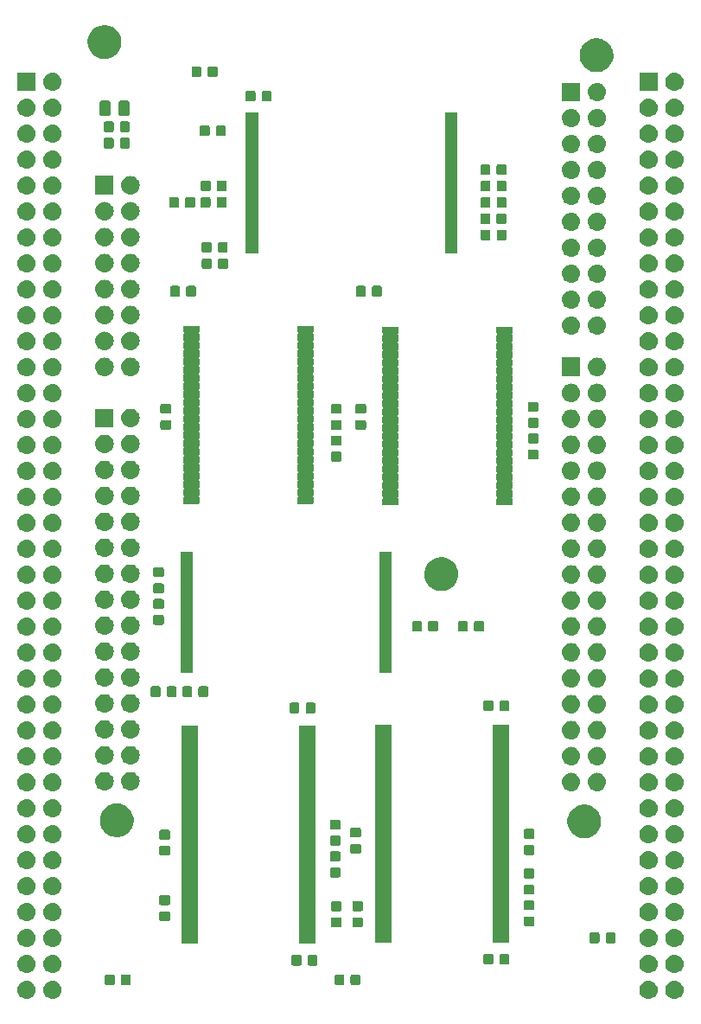
<source format=gts>
G04 #@! TF.GenerationSoftware,KiCad,Pcbnew,(5.1.2)-1*
G04 #@! TF.CreationDate,2020-04-24T17:20:08+09:00*
G04 #@! TF.ProjectId,ns,6e732e6b-6963-4616-945f-706362585858,v1.0*
G04 #@! TF.SameCoordinates,Original*
G04 #@! TF.FileFunction,Soldermask,Top*
G04 #@! TF.FilePolarity,Negative*
%FSLAX46Y46*%
G04 Gerber Fmt 4.6, Leading zero omitted, Abs format (unit mm)*
G04 Created by KiCad (PCBNEW (5.1.2)-1) date 2020-04-24 17:20:08*
%MOMM*%
%LPD*%
G04 APERTURE LIST*
%ADD10C,0.100000*%
G04 APERTURE END LIST*
D10*
G36*
X176850442Y-148105518D02*
G01*
X176916627Y-148112037D01*
X177086466Y-148163557D01*
X177242991Y-148247222D01*
X177278729Y-148276552D01*
X177380186Y-148359814D01*
X177427484Y-148417448D01*
X177492778Y-148497009D01*
X177576443Y-148653534D01*
X177627963Y-148823373D01*
X177645359Y-149000000D01*
X177627963Y-149176627D01*
X177576443Y-149346466D01*
X177492778Y-149502991D01*
X177463448Y-149538729D01*
X177380186Y-149640186D01*
X177278729Y-149723448D01*
X177242991Y-149752778D01*
X177086466Y-149836443D01*
X176916627Y-149887963D01*
X176850442Y-149894482D01*
X176784260Y-149901000D01*
X176695740Y-149901000D01*
X176629558Y-149894482D01*
X176563373Y-149887963D01*
X176393534Y-149836443D01*
X176237009Y-149752778D01*
X176201271Y-149723448D01*
X176099814Y-149640186D01*
X176016552Y-149538729D01*
X175987222Y-149502991D01*
X175903557Y-149346466D01*
X175852037Y-149176627D01*
X175834641Y-149000000D01*
X175852037Y-148823373D01*
X175903557Y-148653534D01*
X175987222Y-148497009D01*
X176052516Y-148417448D01*
X176099814Y-148359814D01*
X176201271Y-148276552D01*
X176237009Y-148247222D01*
X176393534Y-148163557D01*
X176563373Y-148112037D01*
X176629558Y-148105518D01*
X176695740Y-148099000D01*
X176784260Y-148099000D01*
X176850442Y-148105518D01*
X176850442Y-148105518D01*
G37*
G36*
X174310442Y-148105518D02*
G01*
X174376627Y-148112037D01*
X174546466Y-148163557D01*
X174702991Y-148247222D01*
X174738729Y-148276552D01*
X174840186Y-148359814D01*
X174887484Y-148417448D01*
X174952778Y-148497009D01*
X175036443Y-148653534D01*
X175087963Y-148823373D01*
X175105359Y-149000000D01*
X175087963Y-149176627D01*
X175036443Y-149346466D01*
X174952778Y-149502991D01*
X174923448Y-149538729D01*
X174840186Y-149640186D01*
X174738729Y-149723448D01*
X174702991Y-149752778D01*
X174546466Y-149836443D01*
X174376627Y-149887963D01*
X174310442Y-149894482D01*
X174244260Y-149901000D01*
X174155740Y-149901000D01*
X174089558Y-149894482D01*
X174023373Y-149887963D01*
X173853534Y-149836443D01*
X173697009Y-149752778D01*
X173661271Y-149723448D01*
X173559814Y-149640186D01*
X173476552Y-149538729D01*
X173447222Y-149502991D01*
X173363557Y-149346466D01*
X173312037Y-149176627D01*
X173294641Y-149000000D01*
X173312037Y-148823373D01*
X173363557Y-148653534D01*
X173447222Y-148497009D01*
X173512516Y-148417448D01*
X173559814Y-148359814D01*
X173661271Y-148276552D01*
X173697009Y-148247222D01*
X173853534Y-148163557D01*
X174023373Y-148112037D01*
X174089558Y-148105518D01*
X174155740Y-148099000D01*
X174244260Y-148099000D01*
X174310442Y-148105518D01*
X174310442Y-148105518D01*
G37*
G36*
X113370442Y-148105518D02*
G01*
X113436627Y-148112037D01*
X113606466Y-148163557D01*
X113762991Y-148247222D01*
X113798729Y-148276552D01*
X113900186Y-148359814D01*
X113947484Y-148417448D01*
X114012778Y-148497009D01*
X114096443Y-148653534D01*
X114147963Y-148823373D01*
X114165359Y-149000000D01*
X114147963Y-149176627D01*
X114096443Y-149346466D01*
X114012778Y-149502991D01*
X113983448Y-149538729D01*
X113900186Y-149640186D01*
X113798729Y-149723448D01*
X113762991Y-149752778D01*
X113606466Y-149836443D01*
X113436627Y-149887963D01*
X113370442Y-149894482D01*
X113304260Y-149901000D01*
X113215740Y-149901000D01*
X113149558Y-149894482D01*
X113083373Y-149887963D01*
X112913534Y-149836443D01*
X112757009Y-149752778D01*
X112721271Y-149723448D01*
X112619814Y-149640186D01*
X112536552Y-149538729D01*
X112507222Y-149502991D01*
X112423557Y-149346466D01*
X112372037Y-149176627D01*
X112354641Y-149000000D01*
X112372037Y-148823373D01*
X112423557Y-148653534D01*
X112507222Y-148497009D01*
X112572516Y-148417448D01*
X112619814Y-148359814D01*
X112721271Y-148276552D01*
X112757009Y-148247222D01*
X112913534Y-148163557D01*
X113083373Y-148112037D01*
X113149558Y-148105518D01*
X113215740Y-148099000D01*
X113304260Y-148099000D01*
X113370442Y-148105518D01*
X113370442Y-148105518D01*
G37*
G36*
X115910442Y-148105518D02*
G01*
X115976627Y-148112037D01*
X116146466Y-148163557D01*
X116302991Y-148247222D01*
X116338729Y-148276552D01*
X116440186Y-148359814D01*
X116487484Y-148417448D01*
X116552778Y-148497009D01*
X116636443Y-148653534D01*
X116687963Y-148823373D01*
X116705359Y-149000000D01*
X116687963Y-149176627D01*
X116636443Y-149346466D01*
X116552778Y-149502991D01*
X116523448Y-149538729D01*
X116440186Y-149640186D01*
X116338729Y-149723448D01*
X116302991Y-149752778D01*
X116146466Y-149836443D01*
X115976627Y-149887963D01*
X115910442Y-149894482D01*
X115844260Y-149901000D01*
X115755740Y-149901000D01*
X115689558Y-149894482D01*
X115623373Y-149887963D01*
X115453534Y-149836443D01*
X115297009Y-149752778D01*
X115261271Y-149723448D01*
X115159814Y-149640186D01*
X115076552Y-149538729D01*
X115047222Y-149502991D01*
X114963557Y-149346466D01*
X114912037Y-149176627D01*
X114894641Y-149000000D01*
X114912037Y-148823373D01*
X114963557Y-148653534D01*
X115047222Y-148497009D01*
X115112516Y-148417448D01*
X115159814Y-148359814D01*
X115261271Y-148276552D01*
X115297009Y-148247222D01*
X115453534Y-148163557D01*
X115623373Y-148112037D01*
X115689558Y-148105518D01*
X115755740Y-148099000D01*
X115844260Y-148099000D01*
X115910442Y-148105518D01*
X115910442Y-148105518D01*
G37*
G36*
X121754591Y-147478085D02*
G01*
X121788569Y-147488393D01*
X121819890Y-147505134D01*
X121847339Y-147527661D01*
X121869866Y-147555110D01*
X121886607Y-147586431D01*
X121896915Y-147620409D01*
X121901000Y-147661890D01*
X121901000Y-148338110D01*
X121896915Y-148379591D01*
X121886607Y-148413569D01*
X121869866Y-148444890D01*
X121847339Y-148472339D01*
X121819890Y-148494866D01*
X121788569Y-148511607D01*
X121754591Y-148521915D01*
X121713110Y-148526000D01*
X121111890Y-148526000D01*
X121070409Y-148521915D01*
X121036431Y-148511607D01*
X121005110Y-148494866D01*
X120977661Y-148472339D01*
X120955134Y-148444890D01*
X120938393Y-148413569D01*
X120928085Y-148379591D01*
X120924000Y-148338110D01*
X120924000Y-147661890D01*
X120928085Y-147620409D01*
X120938393Y-147586431D01*
X120955134Y-147555110D01*
X120977661Y-147527661D01*
X121005110Y-147505134D01*
X121036431Y-147488393D01*
X121070409Y-147478085D01*
X121111890Y-147474000D01*
X121713110Y-147474000D01*
X121754591Y-147478085D01*
X121754591Y-147478085D01*
G37*
G36*
X123329591Y-147478085D02*
G01*
X123363569Y-147488393D01*
X123394890Y-147505134D01*
X123422339Y-147527661D01*
X123444866Y-147555110D01*
X123461607Y-147586431D01*
X123471915Y-147620409D01*
X123476000Y-147661890D01*
X123476000Y-148338110D01*
X123471915Y-148379591D01*
X123461607Y-148413569D01*
X123444866Y-148444890D01*
X123422339Y-148472339D01*
X123394890Y-148494866D01*
X123363569Y-148511607D01*
X123329591Y-148521915D01*
X123288110Y-148526000D01*
X122686890Y-148526000D01*
X122645409Y-148521915D01*
X122611431Y-148511607D01*
X122580110Y-148494866D01*
X122552661Y-148472339D01*
X122530134Y-148444890D01*
X122513393Y-148413569D01*
X122503085Y-148379591D01*
X122499000Y-148338110D01*
X122499000Y-147661890D01*
X122503085Y-147620409D01*
X122513393Y-147586431D01*
X122530134Y-147555110D01*
X122552661Y-147527661D01*
X122580110Y-147505134D01*
X122611431Y-147488393D01*
X122645409Y-147478085D01*
X122686890Y-147474000D01*
X123288110Y-147474000D01*
X123329591Y-147478085D01*
X123329591Y-147478085D01*
G37*
G36*
X145829591Y-147478085D02*
G01*
X145863569Y-147488393D01*
X145894890Y-147505134D01*
X145922339Y-147527661D01*
X145944866Y-147555110D01*
X145961607Y-147586431D01*
X145971915Y-147620409D01*
X145976000Y-147661890D01*
X145976000Y-148338110D01*
X145971915Y-148379591D01*
X145961607Y-148413569D01*
X145944866Y-148444890D01*
X145922339Y-148472339D01*
X145894890Y-148494866D01*
X145863569Y-148511607D01*
X145829591Y-148521915D01*
X145788110Y-148526000D01*
X145186890Y-148526000D01*
X145145409Y-148521915D01*
X145111431Y-148511607D01*
X145080110Y-148494866D01*
X145052661Y-148472339D01*
X145030134Y-148444890D01*
X145013393Y-148413569D01*
X145003085Y-148379591D01*
X144999000Y-148338110D01*
X144999000Y-147661890D01*
X145003085Y-147620409D01*
X145013393Y-147586431D01*
X145030134Y-147555110D01*
X145052661Y-147527661D01*
X145080110Y-147505134D01*
X145111431Y-147488393D01*
X145145409Y-147478085D01*
X145186890Y-147474000D01*
X145788110Y-147474000D01*
X145829591Y-147478085D01*
X145829591Y-147478085D01*
G37*
G36*
X144254591Y-147478085D02*
G01*
X144288569Y-147488393D01*
X144319890Y-147505134D01*
X144347339Y-147527661D01*
X144369866Y-147555110D01*
X144386607Y-147586431D01*
X144396915Y-147620409D01*
X144401000Y-147661890D01*
X144401000Y-148338110D01*
X144396915Y-148379591D01*
X144386607Y-148413569D01*
X144369866Y-148444890D01*
X144347339Y-148472339D01*
X144319890Y-148494866D01*
X144288569Y-148511607D01*
X144254591Y-148521915D01*
X144213110Y-148526000D01*
X143611890Y-148526000D01*
X143570409Y-148521915D01*
X143536431Y-148511607D01*
X143505110Y-148494866D01*
X143477661Y-148472339D01*
X143455134Y-148444890D01*
X143438393Y-148413569D01*
X143428085Y-148379591D01*
X143424000Y-148338110D01*
X143424000Y-147661890D01*
X143428085Y-147620409D01*
X143438393Y-147586431D01*
X143455134Y-147555110D01*
X143477661Y-147527661D01*
X143505110Y-147505134D01*
X143536431Y-147488393D01*
X143570409Y-147478085D01*
X143611890Y-147474000D01*
X144213110Y-147474000D01*
X144254591Y-147478085D01*
X144254591Y-147478085D01*
G37*
G36*
X115910443Y-145565519D02*
G01*
X115976627Y-145572037D01*
X116146466Y-145623557D01*
X116302991Y-145707222D01*
X116319059Y-145720409D01*
X116440186Y-145819814D01*
X116523448Y-145921271D01*
X116552778Y-145957009D01*
X116636443Y-146113534D01*
X116687963Y-146283373D01*
X116705359Y-146460000D01*
X116687963Y-146636627D01*
X116636443Y-146806466D01*
X116552778Y-146962991D01*
X116523448Y-146998729D01*
X116440186Y-147100186D01*
X116338729Y-147183448D01*
X116302991Y-147212778D01*
X116146466Y-147296443D01*
X115976627Y-147347963D01*
X115910442Y-147354482D01*
X115844260Y-147361000D01*
X115755740Y-147361000D01*
X115689558Y-147354482D01*
X115623373Y-147347963D01*
X115453534Y-147296443D01*
X115297009Y-147212778D01*
X115261271Y-147183448D01*
X115159814Y-147100186D01*
X115076552Y-146998729D01*
X115047222Y-146962991D01*
X114963557Y-146806466D01*
X114912037Y-146636627D01*
X114894641Y-146460000D01*
X114912037Y-146283373D01*
X114963557Y-146113534D01*
X115047222Y-145957009D01*
X115076552Y-145921271D01*
X115159814Y-145819814D01*
X115280941Y-145720409D01*
X115297009Y-145707222D01*
X115453534Y-145623557D01*
X115623373Y-145572037D01*
X115689557Y-145565519D01*
X115755740Y-145559000D01*
X115844260Y-145559000D01*
X115910443Y-145565519D01*
X115910443Y-145565519D01*
G37*
G36*
X174310443Y-145565519D02*
G01*
X174376627Y-145572037D01*
X174546466Y-145623557D01*
X174702991Y-145707222D01*
X174719059Y-145720409D01*
X174840186Y-145819814D01*
X174923448Y-145921271D01*
X174952778Y-145957009D01*
X175036443Y-146113534D01*
X175087963Y-146283373D01*
X175105359Y-146460000D01*
X175087963Y-146636627D01*
X175036443Y-146806466D01*
X174952778Y-146962991D01*
X174923448Y-146998729D01*
X174840186Y-147100186D01*
X174738729Y-147183448D01*
X174702991Y-147212778D01*
X174546466Y-147296443D01*
X174376627Y-147347963D01*
X174310442Y-147354482D01*
X174244260Y-147361000D01*
X174155740Y-147361000D01*
X174089558Y-147354482D01*
X174023373Y-147347963D01*
X173853534Y-147296443D01*
X173697009Y-147212778D01*
X173661271Y-147183448D01*
X173559814Y-147100186D01*
X173476552Y-146998729D01*
X173447222Y-146962991D01*
X173363557Y-146806466D01*
X173312037Y-146636627D01*
X173294641Y-146460000D01*
X173312037Y-146283373D01*
X173363557Y-146113534D01*
X173447222Y-145957009D01*
X173476552Y-145921271D01*
X173559814Y-145819814D01*
X173680941Y-145720409D01*
X173697009Y-145707222D01*
X173853534Y-145623557D01*
X174023373Y-145572037D01*
X174089557Y-145565519D01*
X174155740Y-145559000D01*
X174244260Y-145559000D01*
X174310443Y-145565519D01*
X174310443Y-145565519D01*
G37*
G36*
X176850443Y-145565519D02*
G01*
X176916627Y-145572037D01*
X177086466Y-145623557D01*
X177242991Y-145707222D01*
X177259059Y-145720409D01*
X177380186Y-145819814D01*
X177463448Y-145921271D01*
X177492778Y-145957009D01*
X177576443Y-146113534D01*
X177627963Y-146283373D01*
X177645359Y-146460000D01*
X177627963Y-146636627D01*
X177576443Y-146806466D01*
X177492778Y-146962991D01*
X177463448Y-146998729D01*
X177380186Y-147100186D01*
X177278729Y-147183448D01*
X177242991Y-147212778D01*
X177086466Y-147296443D01*
X176916627Y-147347963D01*
X176850442Y-147354482D01*
X176784260Y-147361000D01*
X176695740Y-147361000D01*
X176629558Y-147354482D01*
X176563373Y-147347963D01*
X176393534Y-147296443D01*
X176237009Y-147212778D01*
X176201271Y-147183448D01*
X176099814Y-147100186D01*
X176016552Y-146998729D01*
X175987222Y-146962991D01*
X175903557Y-146806466D01*
X175852037Y-146636627D01*
X175834641Y-146460000D01*
X175852037Y-146283373D01*
X175903557Y-146113534D01*
X175987222Y-145957009D01*
X176016552Y-145921271D01*
X176099814Y-145819814D01*
X176220941Y-145720409D01*
X176237009Y-145707222D01*
X176393534Y-145623557D01*
X176563373Y-145572037D01*
X176629557Y-145565519D01*
X176695740Y-145559000D01*
X176784260Y-145559000D01*
X176850443Y-145565519D01*
X176850443Y-145565519D01*
G37*
G36*
X113370443Y-145565519D02*
G01*
X113436627Y-145572037D01*
X113606466Y-145623557D01*
X113762991Y-145707222D01*
X113779059Y-145720409D01*
X113900186Y-145819814D01*
X113983448Y-145921271D01*
X114012778Y-145957009D01*
X114096443Y-146113534D01*
X114147963Y-146283373D01*
X114165359Y-146460000D01*
X114147963Y-146636627D01*
X114096443Y-146806466D01*
X114012778Y-146962991D01*
X113983448Y-146998729D01*
X113900186Y-147100186D01*
X113798729Y-147183448D01*
X113762991Y-147212778D01*
X113606466Y-147296443D01*
X113436627Y-147347963D01*
X113370442Y-147354482D01*
X113304260Y-147361000D01*
X113215740Y-147361000D01*
X113149558Y-147354482D01*
X113083373Y-147347963D01*
X112913534Y-147296443D01*
X112757009Y-147212778D01*
X112721271Y-147183448D01*
X112619814Y-147100186D01*
X112536552Y-146998729D01*
X112507222Y-146962991D01*
X112423557Y-146806466D01*
X112372037Y-146636627D01*
X112354641Y-146460000D01*
X112372037Y-146283373D01*
X112423557Y-146113534D01*
X112507222Y-145957009D01*
X112536552Y-145921271D01*
X112619814Y-145819814D01*
X112740941Y-145720409D01*
X112757009Y-145707222D01*
X112913534Y-145623557D01*
X113083373Y-145572037D01*
X113149557Y-145565519D01*
X113215740Y-145559000D01*
X113304260Y-145559000D01*
X113370443Y-145565519D01*
X113370443Y-145565519D01*
G37*
G36*
X140054591Y-145578085D02*
G01*
X140088569Y-145588393D01*
X140119890Y-145605134D01*
X140147339Y-145627661D01*
X140169866Y-145655110D01*
X140186607Y-145686431D01*
X140196915Y-145720409D01*
X140201000Y-145761890D01*
X140201000Y-146438110D01*
X140196915Y-146479591D01*
X140186607Y-146513569D01*
X140169866Y-146544890D01*
X140147339Y-146572339D01*
X140119890Y-146594866D01*
X140088569Y-146611607D01*
X140054591Y-146621915D01*
X140013110Y-146626000D01*
X139411890Y-146626000D01*
X139370409Y-146621915D01*
X139336431Y-146611607D01*
X139305110Y-146594866D01*
X139277661Y-146572339D01*
X139255134Y-146544890D01*
X139238393Y-146513569D01*
X139228085Y-146479591D01*
X139224000Y-146438110D01*
X139224000Y-145761890D01*
X139228085Y-145720409D01*
X139238393Y-145686431D01*
X139255134Y-145655110D01*
X139277661Y-145627661D01*
X139305110Y-145605134D01*
X139336431Y-145588393D01*
X139370409Y-145578085D01*
X139411890Y-145574000D01*
X140013110Y-145574000D01*
X140054591Y-145578085D01*
X140054591Y-145578085D01*
G37*
G36*
X141629591Y-145578085D02*
G01*
X141663569Y-145588393D01*
X141694890Y-145605134D01*
X141722339Y-145627661D01*
X141744866Y-145655110D01*
X141761607Y-145686431D01*
X141771915Y-145720409D01*
X141776000Y-145761890D01*
X141776000Y-146438110D01*
X141771915Y-146479591D01*
X141761607Y-146513569D01*
X141744866Y-146544890D01*
X141722339Y-146572339D01*
X141694890Y-146594866D01*
X141663569Y-146611607D01*
X141629591Y-146621915D01*
X141588110Y-146626000D01*
X140986890Y-146626000D01*
X140945409Y-146621915D01*
X140911431Y-146611607D01*
X140880110Y-146594866D01*
X140852661Y-146572339D01*
X140830134Y-146544890D01*
X140813393Y-146513569D01*
X140803085Y-146479591D01*
X140799000Y-146438110D01*
X140799000Y-145761890D01*
X140803085Y-145720409D01*
X140813393Y-145686431D01*
X140830134Y-145655110D01*
X140852661Y-145627661D01*
X140880110Y-145605134D01*
X140911431Y-145588393D01*
X140945409Y-145578085D01*
X140986890Y-145574000D01*
X141588110Y-145574000D01*
X141629591Y-145578085D01*
X141629591Y-145578085D01*
G37*
G36*
X160429591Y-145478085D02*
G01*
X160463569Y-145488393D01*
X160494890Y-145505134D01*
X160522339Y-145527661D01*
X160544866Y-145555110D01*
X160561607Y-145586431D01*
X160571915Y-145620409D01*
X160576000Y-145661890D01*
X160576000Y-146338110D01*
X160571915Y-146379591D01*
X160561607Y-146413569D01*
X160544866Y-146444890D01*
X160522339Y-146472339D01*
X160494890Y-146494866D01*
X160463569Y-146511607D01*
X160429591Y-146521915D01*
X160388110Y-146526000D01*
X159786890Y-146526000D01*
X159745409Y-146521915D01*
X159711431Y-146511607D01*
X159680110Y-146494866D01*
X159652661Y-146472339D01*
X159630134Y-146444890D01*
X159613393Y-146413569D01*
X159603085Y-146379591D01*
X159599000Y-146338110D01*
X159599000Y-145661890D01*
X159603085Y-145620409D01*
X159613393Y-145586431D01*
X159630134Y-145555110D01*
X159652661Y-145527661D01*
X159680110Y-145505134D01*
X159711431Y-145488393D01*
X159745409Y-145478085D01*
X159786890Y-145474000D01*
X160388110Y-145474000D01*
X160429591Y-145478085D01*
X160429591Y-145478085D01*
G37*
G36*
X158854591Y-145478085D02*
G01*
X158888569Y-145488393D01*
X158919890Y-145505134D01*
X158947339Y-145527661D01*
X158969866Y-145555110D01*
X158986607Y-145586431D01*
X158996915Y-145620409D01*
X159001000Y-145661890D01*
X159001000Y-146338110D01*
X158996915Y-146379591D01*
X158986607Y-146413569D01*
X158969866Y-146444890D01*
X158947339Y-146472339D01*
X158919890Y-146494866D01*
X158888569Y-146511607D01*
X158854591Y-146521915D01*
X158813110Y-146526000D01*
X158211890Y-146526000D01*
X158170409Y-146521915D01*
X158136431Y-146511607D01*
X158105110Y-146494866D01*
X158077661Y-146472339D01*
X158055134Y-146444890D01*
X158038393Y-146413569D01*
X158028085Y-146379591D01*
X158024000Y-146338110D01*
X158024000Y-145661890D01*
X158028085Y-145620409D01*
X158038393Y-145586431D01*
X158055134Y-145555110D01*
X158077661Y-145527661D01*
X158105110Y-145505134D01*
X158136431Y-145488393D01*
X158170409Y-145478085D01*
X158211890Y-145474000D01*
X158813110Y-145474000D01*
X158854591Y-145478085D01*
X158854591Y-145478085D01*
G37*
G36*
X174310443Y-143025519D02*
G01*
X174376627Y-143032037D01*
X174546466Y-143083557D01*
X174702991Y-143167222D01*
X174738729Y-143196552D01*
X174840186Y-143279814D01*
X174917481Y-143374000D01*
X174952778Y-143417009D01*
X175036443Y-143573534D01*
X175087963Y-143743373D01*
X175105359Y-143920000D01*
X175087963Y-144096627D01*
X175036443Y-144266466D01*
X175036442Y-144266468D01*
X175011266Y-144313569D01*
X174952778Y-144422991D01*
X174923448Y-144458729D01*
X174840186Y-144560186D01*
X174738729Y-144643448D01*
X174702991Y-144672778D01*
X174546466Y-144756443D01*
X174376627Y-144807963D01*
X174310442Y-144814482D01*
X174244260Y-144821000D01*
X174155740Y-144821000D01*
X174089558Y-144814482D01*
X174023373Y-144807963D01*
X173853534Y-144756443D01*
X173697009Y-144672778D01*
X173661271Y-144643448D01*
X173559814Y-144560186D01*
X173476552Y-144458729D01*
X173447222Y-144422991D01*
X173388734Y-144313569D01*
X173363558Y-144266468D01*
X173363557Y-144266466D01*
X173312037Y-144096627D01*
X173294641Y-143920000D01*
X173312037Y-143743373D01*
X173363557Y-143573534D01*
X173447222Y-143417009D01*
X173482519Y-143374000D01*
X173559814Y-143279814D01*
X173661271Y-143196552D01*
X173697009Y-143167222D01*
X173853534Y-143083557D01*
X174023373Y-143032037D01*
X174089557Y-143025519D01*
X174155740Y-143019000D01*
X174244260Y-143019000D01*
X174310443Y-143025519D01*
X174310443Y-143025519D01*
G37*
G36*
X113370443Y-143025519D02*
G01*
X113436627Y-143032037D01*
X113606466Y-143083557D01*
X113762991Y-143167222D01*
X113798729Y-143196552D01*
X113900186Y-143279814D01*
X113977481Y-143374000D01*
X114012778Y-143417009D01*
X114096443Y-143573534D01*
X114147963Y-143743373D01*
X114165359Y-143920000D01*
X114147963Y-144096627D01*
X114096443Y-144266466D01*
X114096442Y-144266468D01*
X114071266Y-144313569D01*
X114012778Y-144422991D01*
X113983448Y-144458729D01*
X113900186Y-144560186D01*
X113798729Y-144643448D01*
X113762991Y-144672778D01*
X113606466Y-144756443D01*
X113436627Y-144807963D01*
X113370442Y-144814482D01*
X113304260Y-144821000D01*
X113215740Y-144821000D01*
X113149558Y-144814482D01*
X113083373Y-144807963D01*
X112913534Y-144756443D01*
X112757009Y-144672778D01*
X112721271Y-144643448D01*
X112619814Y-144560186D01*
X112536552Y-144458729D01*
X112507222Y-144422991D01*
X112448734Y-144313569D01*
X112423558Y-144266468D01*
X112423557Y-144266466D01*
X112372037Y-144096627D01*
X112354641Y-143920000D01*
X112372037Y-143743373D01*
X112423557Y-143573534D01*
X112507222Y-143417009D01*
X112542519Y-143374000D01*
X112619814Y-143279814D01*
X112721271Y-143196552D01*
X112757009Y-143167222D01*
X112913534Y-143083557D01*
X113083373Y-143032037D01*
X113149557Y-143025519D01*
X113215740Y-143019000D01*
X113304260Y-143019000D01*
X113370443Y-143025519D01*
X113370443Y-143025519D01*
G37*
G36*
X176850443Y-143025519D02*
G01*
X176916627Y-143032037D01*
X177086466Y-143083557D01*
X177242991Y-143167222D01*
X177278729Y-143196552D01*
X177380186Y-143279814D01*
X177457481Y-143374000D01*
X177492778Y-143417009D01*
X177576443Y-143573534D01*
X177627963Y-143743373D01*
X177645359Y-143920000D01*
X177627963Y-144096627D01*
X177576443Y-144266466D01*
X177576442Y-144266468D01*
X177551266Y-144313569D01*
X177492778Y-144422991D01*
X177463448Y-144458729D01*
X177380186Y-144560186D01*
X177278729Y-144643448D01*
X177242991Y-144672778D01*
X177086466Y-144756443D01*
X176916627Y-144807963D01*
X176850442Y-144814482D01*
X176784260Y-144821000D01*
X176695740Y-144821000D01*
X176629558Y-144814482D01*
X176563373Y-144807963D01*
X176393534Y-144756443D01*
X176237009Y-144672778D01*
X176201271Y-144643448D01*
X176099814Y-144560186D01*
X176016552Y-144458729D01*
X175987222Y-144422991D01*
X175928734Y-144313569D01*
X175903558Y-144266468D01*
X175903557Y-144266466D01*
X175852037Y-144096627D01*
X175834641Y-143920000D01*
X175852037Y-143743373D01*
X175903557Y-143573534D01*
X175987222Y-143417009D01*
X176022519Y-143374000D01*
X176099814Y-143279814D01*
X176201271Y-143196552D01*
X176237009Y-143167222D01*
X176393534Y-143083557D01*
X176563373Y-143032037D01*
X176629557Y-143025519D01*
X176695740Y-143019000D01*
X176784260Y-143019000D01*
X176850443Y-143025519D01*
X176850443Y-143025519D01*
G37*
G36*
X115910443Y-143025519D02*
G01*
X115976627Y-143032037D01*
X116146466Y-143083557D01*
X116302991Y-143167222D01*
X116338729Y-143196552D01*
X116440186Y-143279814D01*
X116517481Y-143374000D01*
X116552778Y-143417009D01*
X116636443Y-143573534D01*
X116687963Y-143743373D01*
X116705359Y-143920000D01*
X116687963Y-144096627D01*
X116636443Y-144266466D01*
X116636442Y-144266468D01*
X116611266Y-144313569D01*
X116552778Y-144422991D01*
X116523448Y-144458729D01*
X116440186Y-144560186D01*
X116338729Y-144643448D01*
X116302991Y-144672778D01*
X116146466Y-144756443D01*
X115976627Y-144807963D01*
X115910442Y-144814482D01*
X115844260Y-144821000D01*
X115755740Y-144821000D01*
X115689558Y-144814482D01*
X115623373Y-144807963D01*
X115453534Y-144756443D01*
X115297009Y-144672778D01*
X115261271Y-144643448D01*
X115159814Y-144560186D01*
X115076552Y-144458729D01*
X115047222Y-144422991D01*
X114988734Y-144313569D01*
X114963558Y-144266468D01*
X114963557Y-144266466D01*
X114912037Y-144096627D01*
X114894641Y-143920000D01*
X114912037Y-143743373D01*
X114963557Y-143573534D01*
X115047222Y-143417009D01*
X115082519Y-143374000D01*
X115159814Y-143279814D01*
X115261271Y-143196552D01*
X115297009Y-143167222D01*
X115453534Y-143083557D01*
X115623373Y-143032037D01*
X115689557Y-143025519D01*
X115755740Y-143019000D01*
X115844260Y-143019000D01*
X115910443Y-143025519D01*
X115910443Y-143025519D01*
G37*
G36*
X141556000Y-144480000D02*
G01*
X139944000Y-144480000D01*
X139944000Y-123120000D01*
X141556000Y-123120000D01*
X141556000Y-144480000D01*
X141556000Y-144480000D01*
G37*
G36*
X130056000Y-144480000D02*
G01*
X128444000Y-144480000D01*
X128444000Y-123120000D01*
X130056000Y-123120000D01*
X130056000Y-144480000D01*
X130056000Y-144480000D01*
G37*
G36*
X169242591Y-143378085D02*
G01*
X169276569Y-143388393D01*
X169307890Y-143405134D01*
X169335339Y-143427661D01*
X169357866Y-143455110D01*
X169374607Y-143486431D01*
X169384915Y-143520409D01*
X169389000Y-143561890D01*
X169389000Y-144238110D01*
X169384915Y-144279591D01*
X169374607Y-144313569D01*
X169357866Y-144344890D01*
X169335339Y-144372339D01*
X169307890Y-144394866D01*
X169276569Y-144411607D01*
X169242591Y-144421915D01*
X169201110Y-144426000D01*
X168599890Y-144426000D01*
X168558409Y-144421915D01*
X168524431Y-144411607D01*
X168493110Y-144394866D01*
X168465661Y-144372339D01*
X168443134Y-144344890D01*
X168426393Y-144313569D01*
X168416085Y-144279591D01*
X168412000Y-144238110D01*
X168412000Y-143561890D01*
X168416085Y-143520409D01*
X168426393Y-143486431D01*
X168443134Y-143455110D01*
X168465661Y-143427661D01*
X168493110Y-143405134D01*
X168524431Y-143388393D01*
X168558409Y-143378085D01*
X168599890Y-143374000D01*
X169201110Y-143374000D01*
X169242591Y-143378085D01*
X169242591Y-143378085D01*
G37*
G36*
X170817591Y-143378085D02*
G01*
X170851569Y-143388393D01*
X170882890Y-143405134D01*
X170910339Y-143427661D01*
X170932866Y-143455110D01*
X170949607Y-143486431D01*
X170959915Y-143520409D01*
X170964000Y-143561890D01*
X170964000Y-144238110D01*
X170959915Y-144279591D01*
X170949607Y-144313569D01*
X170932866Y-144344890D01*
X170910339Y-144372339D01*
X170882890Y-144394866D01*
X170851569Y-144411607D01*
X170817591Y-144421915D01*
X170776110Y-144426000D01*
X170174890Y-144426000D01*
X170133409Y-144421915D01*
X170099431Y-144411607D01*
X170068110Y-144394866D01*
X170040661Y-144372339D01*
X170018134Y-144344890D01*
X170001393Y-144313569D01*
X169991085Y-144279591D01*
X169987000Y-144238110D01*
X169987000Y-143561890D01*
X169991085Y-143520409D01*
X170001393Y-143486431D01*
X170018134Y-143455110D01*
X170040661Y-143427661D01*
X170068110Y-143405134D01*
X170099431Y-143388393D01*
X170133409Y-143378085D01*
X170174890Y-143374000D01*
X170776110Y-143374000D01*
X170817591Y-143378085D01*
X170817591Y-143378085D01*
G37*
G36*
X160556000Y-144380000D02*
G01*
X158944000Y-144380000D01*
X158944000Y-123020000D01*
X160556000Y-123020000D01*
X160556000Y-144380000D01*
X160556000Y-144380000D01*
G37*
G36*
X149056000Y-144380000D02*
G01*
X147444000Y-144380000D01*
X147444000Y-123020000D01*
X149056000Y-123020000D01*
X149056000Y-144380000D01*
X149056000Y-144380000D01*
G37*
G36*
X143979591Y-141915085D02*
G01*
X144013569Y-141925393D01*
X144044890Y-141942134D01*
X144072339Y-141964661D01*
X144094866Y-141992110D01*
X144111607Y-142023431D01*
X144121915Y-142057409D01*
X144126000Y-142098890D01*
X144126000Y-142700110D01*
X144121915Y-142741591D01*
X144111607Y-142775569D01*
X144094866Y-142806890D01*
X144072339Y-142834339D01*
X144044890Y-142856866D01*
X144013569Y-142873607D01*
X143979591Y-142883915D01*
X143938110Y-142888000D01*
X143261890Y-142888000D01*
X143220409Y-142883915D01*
X143186431Y-142873607D01*
X143155110Y-142856866D01*
X143127661Y-142834339D01*
X143105134Y-142806890D01*
X143088393Y-142775569D01*
X143078085Y-142741591D01*
X143074000Y-142700110D01*
X143074000Y-142098890D01*
X143078085Y-142057409D01*
X143088393Y-142023431D01*
X143105134Y-141992110D01*
X143127661Y-141964661D01*
X143155110Y-141942134D01*
X143186431Y-141925393D01*
X143220409Y-141915085D01*
X143261890Y-141911000D01*
X143938110Y-141911000D01*
X143979591Y-141915085D01*
X143979591Y-141915085D01*
G37*
G36*
X146079591Y-141891085D02*
G01*
X146113569Y-141901393D01*
X146144890Y-141918134D01*
X146172339Y-141940661D01*
X146194866Y-141968110D01*
X146211607Y-141999431D01*
X146221915Y-142033409D01*
X146226000Y-142074890D01*
X146226000Y-142676110D01*
X146221915Y-142717591D01*
X146211607Y-142751569D01*
X146194866Y-142782890D01*
X146172339Y-142810339D01*
X146144890Y-142832866D01*
X146113569Y-142849607D01*
X146079591Y-142859915D01*
X146038110Y-142864000D01*
X145361890Y-142864000D01*
X145320409Y-142859915D01*
X145286431Y-142849607D01*
X145255110Y-142832866D01*
X145227661Y-142810339D01*
X145205134Y-142782890D01*
X145188393Y-142751569D01*
X145178085Y-142717591D01*
X145174000Y-142676110D01*
X145174000Y-142074890D01*
X145178085Y-142033409D01*
X145188393Y-141999431D01*
X145205134Y-141968110D01*
X145227661Y-141940661D01*
X145255110Y-141918134D01*
X145286431Y-141901393D01*
X145320409Y-141891085D01*
X145361890Y-141887000D01*
X146038110Y-141887000D01*
X146079591Y-141891085D01*
X146079591Y-141891085D01*
G37*
G36*
X162879591Y-141803085D02*
G01*
X162913569Y-141813393D01*
X162944890Y-141830134D01*
X162972339Y-141852661D01*
X162994866Y-141880110D01*
X163011607Y-141911431D01*
X163021915Y-141945409D01*
X163026000Y-141986890D01*
X163026000Y-142588110D01*
X163021915Y-142629591D01*
X163011607Y-142663569D01*
X162994866Y-142694890D01*
X162972339Y-142722339D01*
X162944890Y-142744866D01*
X162913569Y-142761607D01*
X162879591Y-142771915D01*
X162838110Y-142776000D01*
X162161890Y-142776000D01*
X162120409Y-142771915D01*
X162086431Y-142761607D01*
X162055110Y-142744866D01*
X162027661Y-142722339D01*
X162005134Y-142694890D01*
X161988393Y-142663569D01*
X161978085Y-142629591D01*
X161974000Y-142588110D01*
X161974000Y-141986890D01*
X161978085Y-141945409D01*
X161988393Y-141911431D01*
X162005134Y-141880110D01*
X162027661Y-141852661D01*
X162055110Y-141830134D01*
X162086431Y-141813393D01*
X162120409Y-141803085D01*
X162161890Y-141799000D01*
X162838110Y-141799000D01*
X162879591Y-141803085D01*
X162879591Y-141803085D01*
G37*
G36*
X176850442Y-140485518D02*
G01*
X176916627Y-140492037D01*
X177086466Y-140543557D01*
X177242991Y-140627222D01*
X177267503Y-140647339D01*
X177380186Y-140739814D01*
X177463448Y-140841271D01*
X177492778Y-140877009D01*
X177576443Y-141033534D01*
X177627963Y-141203373D01*
X177645359Y-141380000D01*
X177627963Y-141556627D01*
X177576443Y-141726466D01*
X177492778Y-141882991D01*
X177472621Y-141907552D01*
X177380186Y-142020186D01*
X177297419Y-142088110D01*
X177242991Y-142132778D01*
X177086466Y-142216443D01*
X176916627Y-142267963D01*
X176850443Y-142274481D01*
X176784260Y-142281000D01*
X176695740Y-142281000D01*
X176629557Y-142274481D01*
X176563373Y-142267963D01*
X176393534Y-142216443D01*
X176237009Y-142132778D01*
X176182581Y-142088110D01*
X176099814Y-142020186D01*
X176007379Y-141907552D01*
X175987222Y-141882991D01*
X175903557Y-141726466D01*
X175852037Y-141556627D01*
X175834641Y-141380000D01*
X175852037Y-141203373D01*
X175903557Y-141033534D01*
X175987222Y-140877009D01*
X176016552Y-140841271D01*
X176099814Y-140739814D01*
X176212497Y-140647339D01*
X176237009Y-140627222D01*
X176393534Y-140543557D01*
X176563373Y-140492037D01*
X176629558Y-140485518D01*
X176695740Y-140479000D01*
X176784260Y-140479000D01*
X176850442Y-140485518D01*
X176850442Y-140485518D01*
G37*
G36*
X174310442Y-140485518D02*
G01*
X174376627Y-140492037D01*
X174546466Y-140543557D01*
X174702991Y-140627222D01*
X174727503Y-140647339D01*
X174840186Y-140739814D01*
X174923448Y-140841271D01*
X174952778Y-140877009D01*
X175036443Y-141033534D01*
X175087963Y-141203373D01*
X175105359Y-141380000D01*
X175087963Y-141556627D01*
X175036443Y-141726466D01*
X174952778Y-141882991D01*
X174932621Y-141907552D01*
X174840186Y-142020186D01*
X174757419Y-142088110D01*
X174702991Y-142132778D01*
X174546466Y-142216443D01*
X174376627Y-142267963D01*
X174310443Y-142274481D01*
X174244260Y-142281000D01*
X174155740Y-142281000D01*
X174089557Y-142274481D01*
X174023373Y-142267963D01*
X173853534Y-142216443D01*
X173697009Y-142132778D01*
X173642581Y-142088110D01*
X173559814Y-142020186D01*
X173467379Y-141907552D01*
X173447222Y-141882991D01*
X173363557Y-141726466D01*
X173312037Y-141556627D01*
X173294641Y-141380000D01*
X173312037Y-141203373D01*
X173363557Y-141033534D01*
X173447222Y-140877009D01*
X173476552Y-140841271D01*
X173559814Y-140739814D01*
X173672497Y-140647339D01*
X173697009Y-140627222D01*
X173853534Y-140543557D01*
X174023373Y-140492037D01*
X174089558Y-140485518D01*
X174155740Y-140479000D01*
X174244260Y-140479000D01*
X174310442Y-140485518D01*
X174310442Y-140485518D01*
G37*
G36*
X115910442Y-140485518D02*
G01*
X115976627Y-140492037D01*
X116146466Y-140543557D01*
X116302991Y-140627222D01*
X116327503Y-140647339D01*
X116440186Y-140739814D01*
X116523448Y-140841271D01*
X116552778Y-140877009D01*
X116636443Y-141033534D01*
X116687963Y-141203373D01*
X116705359Y-141380000D01*
X116687963Y-141556627D01*
X116636443Y-141726466D01*
X116552778Y-141882991D01*
X116532621Y-141907552D01*
X116440186Y-142020186D01*
X116357419Y-142088110D01*
X116302991Y-142132778D01*
X116146466Y-142216443D01*
X115976627Y-142267963D01*
X115910443Y-142274481D01*
X115844260Y-142281000D01*
X115755740Y-142281000D01*
X115689557Y-142274481D01*
X115623373Y-142267963D01*
X115453534Y-142216443D01*
X115297009Y-142132778D01*
X115242581Y-142088110D01*
X115159814Y-142020186D01*
X115067379Y-141907552D01*
X115047222Y-141882991D01*
X114963557Y-141726466D01*
X114912037Y-141556627D01*
X114894641Y-141380000D01*
X114912037Y-141203373D01*
X114963557Y-141033534D01*
X115047222Y-140877009D01*
X115076552Y-140841271D01*
X115159814Y-140739814D01*
X115272497Y-140647339D01*
X115297009Y-140627222D01*
X115453534Y-140543557D01*
X115623373Y-140492037D01*
X115689558Y-140485518D01*
X115755740Y-140479000D01*
X115844260Y-140479000D01*
X115910442Y-140485518D01*
X115910442Y-140485518D01*
G37*
G36*
X113370442Y-140485518D02*
G01*
X113436627Y-140492037D01*
X113606466Y-140543557D01*
X113762991Y-140627222D01*
X113787503Y-140647339D01*
X113900186Y-140739814D01*
X113983448Y-140841271D01*
X114012778Y-140877009D01*
X114096443Y-141033534D01*
X114147963Y-141203373D01*
X114165359Y-141380000D01*
X114147963Y-141556627D01*
X114096443Y-141726466D01*
X114012778Y-141882991D01*
X113992621Y-141907552D01*
X113900186Y-142020186D01*
X113817419Y-142088110D01*
X113762991Y-142132778D01*
X113606466Y-142216443D01*
X113436627Y-142267963D01*
X113370443Y-142274481D01*
X113304260Y-142281000D01*
X113215740Y-142281000D01*
X113149557Y-142274481D01*
X113083373Y-142267963D01*
X112913534Y-142216443D01*
X112757009Y-142132778D01*
X112702581Y-142088110D01*
X112619814Y-142020186D01*
X112527379Y-141907552D01*
X112507222Y-141882991D01*
X112423557Y-141726466D01*
X112372037Y-141556627D01*
X112354641Y-141380000D01*
X112372037Y-141203373D01*
X112423557Y-141033534D01*
X112507222Y-140877009D01*
X112536552Y-140841271D01*
X112619814Y-140739814D01*
X112732497Y-140647339D01*
X112757009Y-140627222D01*
X112913534Y-140543557D01*
X113083373Y-140492037D01*
X113149558Y-140485518D01*
X113215740Y-140479000D01*
X113304260Y-140479000D01*
X113370442Y-140485518D01*
X113370442Y-140485518D01*
G37*
G36*
X127179591Y-141303085D02*
G01*
X127213569Y-141313393D01*
X127244890Y-141330134D01*
X127272339Y-141352661D01*
X127294866Y-141380110D01*
X127311607Y-141411431D01*
X127321915Y-141445409D01*
X127326000Y-141486890D01*
X127326000Y-142088110D01*
X127321915Y-142129591D01*
X127311607Y-142163569D01*
X127294866Y-142194890D01*
X127272339Y-142222339D01*
X127244890Y-142244866D01*
X127213569Y-142261607D01*
X127179591Y-142271915D01*
X127138110Y-142276000D01*
X126461890Y-142276000D01*
X126420409Y-142271915D01*
X126386431Y-142261607D01*
X126355110Y-142244866D01*
X126327661Y-142222339D01*
X126305134Y-142194890D01*
X126288393Y-142163569D01*
X126278085Y-142129591D01*
X126274000Y-142088110D01*
X126274000Y-141486890D01*
X126278085Y-141445409D01*
X126288393Y-141411431D01*
X126305134Y-141380110D01*
X126327661Y-141352661D01*
X126355110Y-141330134D01*
X126386431Y-141313393D01*
X126420409Y-141303085D01*
X126461890Y-141299000D01*
X127138110Y-141299000D01*
X127179591Y-141303085D01*
X127179591Y-141303085D01*
G37*
G36*
X143979591Y-140340085D02*
G01*
X144013569Y-140350393D01*
X144044890Y-140367134D01*
X144072339Y-140389661D01*
X144094866Y-140417110D01*
X144111607Y-140448431D01*
X144121915Y-140482409D01*
X144126000Y-140523890D01*
X144126000Y-141125110D01*
X144121915Y-141166591D01*
X144111607Y-141200569D01*
X144094866Y-141231890D01*
X144072339Y-141259339D01*
X144044890Y-141281866D01*
X144013569Y-141298607D01*
X143979591Y-141308915D01*
X143938110Y-141313000D01*
X143261890Y-141313000D01*
X143220409Y-141308915D01*
X143186431Y-141298607D01*
X143155110Y-141281866D01*
X143127661Y-141259339D01*
X143105134Y-141231890D01*
X143088393Y-141200569D01*
X143078085Y-141166591D01*
X143074000Y-141125110D01*
X143074000Y-140523890D01*
X143078085Y-140482409D01*
X143088393Y-140448431D01*
X143105134Y-140417110D01*
X143127661Y-140389661D01*
X143155110Y-140367134D01*
X143186431Y-140350393D01*
X143220409Y-140340085D01*
X143261890Y-140336000D01*
X143938110Y-140336000D01*
X143979591Y-140340085D01*
X143979591Y-140340085D01*
G37*
G36*
X146079591Y-140316085D02*
G01*
X146113569Y-140326393D01*
X146144890Y-140343134D01*
X146172339Y-140365661D01*
X146194866Y-140393110D01*
X146211607Y-140424431D01*
X146221915Y-140458409D01*
X146226000Y-140499890D01*
X146226000Y-141101110D01*
X146221915Y-141142591D01*
X146211607Y-141176569D01*
X146194866Y-141207890D01*
X146172339Y-141235339D01*
X146144890Y-141257866D01*
X146113569Y-141274607D01*
X146079591Y-141284915D01*
X146038110Y-141289000D01*
X145361890Y-141289000D01*
X145320409Y-141284915D01*
X145286431Y-141274607D01*
X145255110Y-141257866D01*
X145227661Y-141235339D01*
X145205134Y-141207890D01*
X145188393Y-141176569D01*
X145178085Y-141142591D01*
X145174000Y-141101110D01*
X145174000Y-140499890D01*
X145178085Y-140458409D01*
X145188393Y-140424431D01*
X145205134Y-140393110D01*
X145227661Y-140365661D01*
X145255110Y-140343134D01*
X145286431Y-140326393D01*
X145320409Y-140316085D01*
X145361890Y-140312000D01*
X146038110Y-140312000D01*
X146079591Y-140316085D01*
X146079591Y-140316085D01*
G37*
G36*
X162879591Y-140228085D02*
G01*
X162913569Y-140238393D01*
X162944890Y-140255134D01*
X162972339Y-140277661D01*
X162994866Y-140305110D01*
X163011607Y-140336431D01*
X163021915Y-140370409D01*
X163026000Y-140411890D01*
X163026000Y-141013110D01*
X163021915Y-141054591D01*
X163011607Y-141088569D01*
X162994866Y-141119890D01*
X162972339Y-141147339D01*
X162944890Y-141169866D01*
X162913569Y-141186607D01*
X162879591Y-141196915D01*
X162838110Y-141201000D01*
X162161890Y-141201000D01*
X162120409Y-141196915D01*
X162086431Y-141186607D01*
X162055110Y-141169866D01*
X162027661Y-141147339D01*
X162005134Y-141119890D01*
X161988393Y-141088569D01*
X161978085Y-141054591D01*
X161974000Y-141013110D01*
X161974000Y-140411890D01*
X161978085Y-140370409D01*
X161988393Y-140336431D01*
X162005134Y-140305110D01*
X162027661Y-140277661D01*
X162055110Y-140255134D01*
X162086431Y-140238393D01*
X162120409Y-140228085D01*
X162161890Y-140224000D01*
X162838110Y-140224000D01*
X162879591Y-140228085D01*
X162879591Y-140228085D01*
G37*
G36*
X127179591Y-139728085D02*
G01*
X127213569Y-139738393D01*
X127244890Y-139755134D01*
X127272339Y-139777661D01*
X127294866Y-139805110D01*
X127311607Y-139836431D01*
X127321915Y-139870409D01*
X127326000Y-139911890D01*
X127326000Y-140513110D01*
X127321915Y-140554591D01*
X127311607Y-140588569D01*
X127294866Y-140619890D01*
X127272339Y-140647339D01*
X127244890Y-140669866D01*
X127213569Y-140686607D01*
X127179591Y-140696915D01*
X127138110Y-140701000D01*
X126461890Y-140701000D01*
X126420409Y-140696915D01*
X126386431Y-140686607D01*
X126355110Y-140669866D01*
X126327661Y-140647339D01*
X126305134Y-140619890D01*
X126288393Y-140588569D01*
X126278085Y-140554591D01*
X126274000Y-140513110D01*
X126274000Y-139911890D01*
X126278085Y-139870409D01*
X126288393Y-139836431D01*
X126305134Y-139805110D01*
X126327661Y-139777661D01*
X126355110Y-139755134D01*
X126386431Y-139738393D01*
X126420409Y-139728085D01*
X126461890Y-139724000D01*
X127138110Y-139724000D01*
X127179591Y-139728085D01*
X127179591Y-139728085D01*
G37*
G36*
X113370442Y-137945518D02*
G01*
X113436627Y-137952037D01*
X113606466Y-138003557D01*
X113762991Y-138087222D01*
X113779779Y-138101000D01*
X113900186Y-138199814D01*
X113983448Y-138301271D01*
X114012778Y-138337009D01*
X114096443Y-138493534D01*
X114147963Y-138663373D01*
X114165359Y-138840000D01*
X114147963Y-139016627D01*
X114096443Y-139186466D01*
X114012778Y-139342991D01*
X113983448Y-139378729D01*
X113900186Y-139480186D01*
X113798729Y-139563448D01*
X113762991Y-139592778D01*
X113606466Y-139676443D01*
X113436627Y-139727963D01*
X113370443Y-139734481D01*
X113304260Y-139741000D01*
X113215740Y-139741000D01*
X113149557Y-139734481D01*
X113083373Y-139727963D01*
X112913534Y-139676443D01*
X112757009Y-139592778D01*
X112721271Y-139563448D01*
X112619814Y-139480186D01*
X112536552Y-139378729D01*
X112507222Y-139342991D01*
X112423557Y-139186466D01*
X112372037Y-139016627D01*
X112354641Y-138840000D01*
X112372037Y-138663373D01*
X112423557Y-138493534D01*
X112507222Y-138337009D01*
X112536552Y-138301271D01*
X112619814Y-138199814D01*
X112740221Y-138101000D01*
X112757009Y-138087222D01*
X112913534Y-138003557D01*
X113083373Y-137952037D01*
X113149558Y-137945518D01*
X113215740Y-137939000D01*
X113304260Y-137939000D01*
X113370442Y-137945518D01*
X113370442Y-137945518D01*
G37*
G36*
X176850442Y-137945518D02*
G01*
X176916627Y-137952037D01*
X177086466Y-138003557D01*
X177242991Y-138087222D01*
X177259779Y-138101000D01*
X177380186Y-138199814D01*
X177463448Y-138301271D01*
X177492778Y-138337009D01*
X177576443Y-138493534D01*
X177627963Y-138663373D01*
X177645359Y-138840000D01*
X177627963Y-139016627D01*
X177576443Y-139186466D01*
X177492778Y-139342991D01*
X177463448Y-139378729D01*
X177380186Y-139480186D01*
X177278729Y-139563448D01*
X177242991Y-139592778D01*
X177086466Y-139676443D01*
X176916627Y-139727963D01*
X176850443Y-139734481D01*
X176784260Y-139741000D01*
X176695740Y-139741000D01*
X176629557Y-139734481D01*
X176563373Y-139727963D01*
X176393534Y-139676443D01*
X176237009Y-139592778D01*
X176201271Y-139563448D01*
X176099814Y-139480186D01*
X176016552Y-139378729D01*
X175987222Y-139342991D01*
X175903557Y-139186466D01*
X175852037Y-139016627D01*
X175834641Y-138840000D01*
X175852037Y-138663373D01*
X175903557Y-138493534D01*
X175987222Y-138337009D01*
X176016552Y-138301271D01*
X176099814Y-138199814D01*
X176220221Y-138101000D01*
X176237009Y-138087222D01*
X176393534Y-138003557D01*
X176563373Y-137952037D01*
X176629558Y-137945518D01*
X176695740Y-137939000D01*
X176784260Y-137939000D01*
X176850442Y-137945518D01*
X176850442Y-137945518D01*
G37*
G36*
X174310442Y-137945518D02*
G01*
X174376627Y-137952037D01*
X174546466Y-138003557D01*
X174702991Y-138087222D01*
X174719779Y-138101000D01*
X174840186Y-138199814D01*
X174923448Y-138301271D01*
X174952778Y-138337009D01*
X175036443Y-138493534D01*
X175087963Y-138663373D01*
X175105359Y-138840000D01*
X175087963Y-139016627D01*
X175036443Y-139186466D01*
X174952778Y-139342991D01*
X174923448Y-139378729D01*
X174840186Y-139480186D01*
X174738729Y-139563448D01*
X174702991Y-139592778D01*
X174546466Y-139676443D01*
X174376627Y-139727963D01*
X174310443Y-139734481D01*
X174244260Y-139741000D01*
X174155740Y-139741000D01*
X174089557Y-139734481D01*
X174023373Y-139727963D01*
X173853534Y-139676443D01*
X173697009Y-139592778D01*
X173661271Y-139563448D01*
X173559814Y-139480186D01*
X173476552Y-139378729D01*
X173447222Y-139342991D01*
X173363557Y-139186466D01*
X173312037Y-139016627D01*
X173294641Y-138840000D01*
X173312037Y-138663373D01*
X173363557Y-138493534D01*
X173447222Y-138337009D01*
X173476552Y-138301271D01*
X173559814Y-138199814D01*
X173680221Y-138101000D01*
X173697009Y-138087222D01*
X173853534Y-138003557D01*
X174023373Y-137952037D01*
X174089558Y-137945518D01*
X174155740Y-137939000D01*
X174244260Y-137939000D01*
X174310442Y-137945518D01*
X174310442Y-137945518D01*
G37*
G36*
X115910442Y-137945518D02*
G01*
X115976627Y-137952037D01*
X116146466Y-138003557D01*
X116302991Y-138087222D01*
X116319779Y-138101000D01*
X116440186Y-138199814D01*
X116523448Y-138301271D01*
X116552778Y-138337009D01*
X116636443Y-138493534D01*
X116687963Y-138663373D01*
X116705359Y-138840000D01*
X116687963Y-139016627D01*
X116636443Y-139186466D01*
X116552778Y-139342991D01*
X116523448Y-139378729D01*
X116440186Y-139480186D01*
X116338729Y-139563448D01*
X116302991Y-139592778D01*
X116146466Y-139676443D01*
X115976627Y-139727963D01*
X115910443Y-139734481D01*
X115844260Y-139741000D01*
X115755740Y-139741000D01*
X115689557Y-139734481D01*
X115623373Y-139727963D01*
X115453534Y-139676443D01*
X115297009Y-139592778D01*
X115261271Y-139563448D01*
X115159814Y-139480186D01*
X115076552Y-139378729D01*
X115047222Y-139342991D01*
X114963557Y-139186466D01*
X114912037Y-139016627D01*
X114894641Y-138840000D01*
X114912037Y-138663373D01*
X114963557Y-138493534D01*
X115047222Y-138337009D01*
X115076552Y-138301271D01*
X115159814Y-138199814D01*
X115280221Y-138101000D01*
X115297009Y-138087222D01*
X115453534Y-138003557D01*
X115623373Y-137952037D01*
X115689558Y-137945518D01*
X115755740Y-137939000D01*
X115844260Y-137939000D01*
X115910442Y-137945518D01*
X115910442Y-137945518D01*
G37*
G36*
X162879591Y-138703085D02*
G01*
X162913569Y-138713393D01*
X162944890Y-138730134D01*
X162972339Y-138752661D01*
X162994866Y-138780110D01*
X163011607Y-138811431D01*
X163021915Y-138845409D01*
X163026000Y-138886890D01*
X163026000Y-139488110D01*
X163021915Y-139529591D01*
X163011607Y-139563569D01*
X162994866Y-139594890D01*
X162972339Y-139622339D01*
X162944890Y-139644866D01*
X162913569Y-139661607D01*
X162879591Y-139671915D01*
X162838110Y-139676000D01*
X162161890Y-139676000D01*
X162120409Y-139671915D01*
X162086431Y-139661607D01*
X162055110Y-139644866D01*
X162027661Y-139622339D01*
X162005134Y-139594890D01*
X161988393Y-139563569D01*
X161978085Y-139529591D01*
X161974000Y-139488110D01*
X161974000Y-138886890D01*
X161978085Y-138845409D01*
X161988393Y-138811431D01*
X162005134Y-138780110D01*
X162027661Y-138752661D01*
X162055110Y-138730134D01*
X162086431Y-138713393D01*
X162120409Y-138703085D01*
X162161890Y-138699000D01*
X162838110Y-138699000D01*
X162879591Y-138703085D01*
X162879591Y-138703085D01*
G37*
G36*
X162879591Y-137128085D02*
G01*
X162913569Y-137138393D01*
X162944890Y-137155134D01*
X162972339Y-137177661D01*
X162994866Y-137205110D01*
X163011607Y-137236431D01*
X163021915Y-137270409D01*
X163026000Y-137311890D01*
X163026000Y-137913110D01*
X163021915Y-137954591D01*
X163011607Y-137988569D01*
X162994866Y-138019890D01*
X162972339Y-138047339D01*
X162944890Y-138069866D01*
X162913569Y-138086607D01*
X162879591Y-138096915D01*
X162838110Y-138101000D01*
X162161890Y-138101000D01*
X162120409Y-138096915D01*
X162086431Y-138086607D01*
X162055110Y-138069866D01*
X162027661Y-138047339D01*
X162005134Y-138019890D01*
X161988393Y-137988569D01*
X161978085Y-137954591D01*
X161974000Y-137913110D01*
X161974000Y-137311890D01*
X161978085Y-137270409D01*
X161988393Y-137236431D01*
X162005134Y-137205110D01*
X162027661Y-137177661D01*
X162055110Y-137155134D01*
X162086431Y-137138393D01*
X162120409Y-137128085D01*
X162161890Y-137124000D01*
X162838110Y-137124000D01*
X162879591Y-137128085D01*
X162879591Y-137128085D01*
G37*
G36*
X143879591Y-137015085D02*
G01*
X143913569Y-137025393D01*
X143944890Y-137042134D01*
X143972339Y-137064661D01*
X143994866Y-137092110D01*
X144011607Y-137123431D01*
X144021915Y-137157409D01*
X144026000Y-137198890D01*
X144026000Y-137800110D01*
X144021915Y-137841591D01*
X144011607Y-137875569D01*
X143994866Y-137906890D01*
X143972339Y-137934339D01*
X143944890Y-137956866D01*
X143913569Y-137973607D01*
X143879591Y-137983915D01*
X143838110Y-137988000D01*
X143161890Y-137988000D01*
X143120409Y-137983915D01*
X143086431Y-137973607D01*
X143055110Y-137956866D01*
X143027661Y-137934339D01*
X143005134Y-137906890D01*
X142988393Y-137875569D01*
X142978085Y-137841591D01*
X142974000Y-137800110D01*
X142974000Y-137198890D01*
X142978085Y-137157409D01*
X142988393Y-137123431D01*
X143005134Y-137092110D01*
X143027661Y-137064661D01*
X143055110Y-137042134D01*
X143086431Y-137025393D01*
X143120409Y-137015085D01*
X143161890Y-137011000D01*
X143838110Y-137011000D01*
X143879591Y-137015085D01*
X143879591Y-137015085D01*
G37*
G36*
X113370442Y-135405518D02*
G01*
X113436627Y-135412037D01*
X113606466Y-135463557D01*
X113762991Y-135547222D01*
X113773014Y-135555448D01*
X113900186Y-135659814D01*
X113961346Y-135734339D01*
X114012778Y-135797009D01*
X114096443Y-135953534D01*
X114147963Y-136123373D01*
X114165359Y-136300000D01*
X114147963Y-136476627D01*
X114096443Y-136646466D01*
X114012778Y-136802991D01*
X113983448Y-136838729D01*
X113900186Y-136940186D01*
X113808920Y-137015085D01*
X113762991Y-137052778D01*
X113606466Y-137136443D01*
X113436627Y-137187963D01*
X113370442Y-137194482D01*
X113304260Y-137201000D01*
X113215740Y-137201000D01*
X113149558Y-137194482D01*
X113083373Y-137187963D01*
X112913534Y-137136443D01*
X112757009Y-137052778D01*
X112711080Y-137015085D01*
X112619814Y-136940186D01*
X112536552Y-136838729D01*
X112507222Y-136802991D01*
X112423557Y-136646466D01*
X112372037Y-136476627D01*
X112354641Y-136300000D01*
X112372037Y-136123373D01*
X112423557Y-135953534D01*
X112507222Y-135797009D01*
X112558654Y-135734339D01*
X112619814Y-135659814D01*
X112746986Y-135555448D01*
X112757009Y-135547222D01*
X112913534Y-135463557D01*
X113083373Y-135412037D01*
X113149558Y-135405518D01*
X113215740Y-135399000D01*
X113304260Y-135399000D01*
X113370442Y-135405518D01*
X113370442Y-135405518D01*
G37*
G36*
X115910442Y-135405518D02*
G01*
X115976627Y-135412037D01*
X116146466Y-135463557D01*
X116302991Y-135547222D01*
X116313014Y-135555448D01*
X116440186Y-135659814D01*
X116501346Y-135734339D01*
X116552778Y-135797009D01*
X116636443Y-135953534D01*
X116687963Y-136123373D01*
X116705359Y-136300000D01*
X116687963Y-136476627D01*
X116636443Y-136646466D01*
X116552778Y-136802991D01*
X116523448Y-136838729D01*
X116440186Y-136940186D01*
X116348920Y-137015085D01*
X116302991Y-137052778D01*
X116146466Y-137136443D01*
X115976627Y-137187963D01*
X115910442Y-137194482D01*
X115844260Y-137201000D01*
X115755740Y-137201000D01*
X115689558Y-137194482D01*
X115623373Y-137187963D01*
X115453534Y-137136443D01*
X115297009Y-137052778D01*
X115251080Y-137015085D01*
X115159814Y-136940186D01*
X115076552Y-136838729D01*
X115047222Y-136802991D01*
X114963557Y-136646466D01*
X114912037Y-136476627D01*
X114894641Y-136300000D01*
X114912037Y-136123373D01*
X114963557Y-135953534D01*
X115047222Y-135797009D01*
X115098654Y-135734339D01*
X115159814Y-135659814D01*
X115286986Y-135555448D01*
X115297009Y-135547222D01*
X115453534Y-135463557D01*
X115623373Y-135412037D01*
X115689558Y-135405518D01*
X115755740Y-135399000D01*
X115844260Y-135399000D01*
X115910442Y-135405518D01*
X115910442Y-135405518D01*
G37*
G36*
X176850442Y-135405518D02*
G01*
X176916627Y-135412037D01*
X177086466Y-135463557D01*
X177242991Y-135547222D01*
X177253014Y-135555448D01*
X177380186Y-135659814D01*
X177441346Y-135734339D01*
X177492778Y-135797009D01*
X177576443Y-135953534D01*
X177627963Y-136123373D01*
X177645359Y-136300000D01*
X177627963Y-136476627D01*
X177576443Y-136646466D01*
X177492778Y-136802991D01*
X177463448Y-136838729D01*
X177380186Y-136940186D01*
X177288920Y-137015085D01*
X177242991Y-137052778D01*
X177086466Y-137136443D01*
X176916627Y-137187963D01*
X176850442Y-137194482D01*
X176784260Y-137201000D01*
X176695740Y-137201000D01*
X176629558Y-137194482D01*
X176563373Y-137187963D01*
X176393534Y-137136443D01*
X176237009Y-137052778D01*
X176191080Y-137015085D01*
X176099814Y-136940186D01*
X176016552Y-136838729D01*
X175987222Y-136802991D01*
X175903557Y-136646466D01*
X175852037Y-136476627D01*
X175834641Y-136300000D01*
X175852037Y-136123373D01*
X175903557Y-135953534D01*
X175987222Y-135797009D01*
X176038654Y-135734339D01*
X176099814Y-135659814D01*
X176226986Y-135555448D01*
X176237009Y-135547222D01*
X176393534Y-135463557D01*
X176563373Y-135412037D01*
X176629558Y-135405518D01*
X176695740Y-135399000D01*
X176784260Y-135399000D01*
X176850442Y-135405518D01*
X176850442Y-135405518D01*
G37*
G36*
X174310442Y-135405518D02*
G01*
X174376627Y-135412037D01*
X174546466Y-135463557D01*
X174702991Y-135547222D01*
X174713014Y-135555448D01*
X174840186Y-135659814D01*
X174901346Y-135734339D01*
X174952778Y-135797009D01*
X175036443Y-135953534D01*
X175087963Y-136123373D01*
X175105359Y-136300000D01*
X175087963Y-136476627D01*
X175036443Y-136646466D01*
X174952778Y-136802991D01*
X174923448Y-136838729D01*
X174840186Y-136940186D01*
X174748920Y-137015085D01*
X174702991Y-137052778D01*
X174546466Y-137136443D01*
X174376627Y-137187963D01*
X174310442Y-137194482D01*
X174244260Y-137201000D01*
X174155740Y-137201000D01*
X174089558Y-137194482D01*
X174023373Y-137187963D01*
X173853534Y-137136443D01*
X173697009Y-137052778D01*
X173651080Y-137015085D01*
X173559814Y-136940186D01*
X173476552Y-136838729D01*
X173447222Y-136802991D01*
X173363557Y-136646466D01*
X173312037Y-136476627D01*
X173294641Y-136300000D01*
X173312037Y-136123373D01*
X173363557Y-135953534D01*
X173447222Y-135797009D01*
X173498654Y-135734339D01*
X173559814Y-135659814D01*
X173686986Y-135555448D01*
X173697009Y-135547222D01*
X173853534Y-135463557D01*
X174023373Y-135412037D01*
X174089558Y-135405518D01*
X174155740Y-135399000D01*
X174244260Y-135399000D01*
X174310442Y-135405518D01*
X174310442Y-135405518D01*
G37*
G36*
X143879591Y-135440085D02*
G01*
X143913569Y-135450393D01*
X143944890Y-135467134D01*
X143972339Y-135489661D01*
X143994866Y-135517110D01*
X144011607Y-135548431D01*
X144021915Y-135582409D01*
X144026000Y-135623890D01*
X144026000Y-136225110D01*
X144021915Y-136266591D01*
X144011607Y-136300569D01*
X143994866Y-136331890D01*
X143972339Y-136359339D01*
X143944890Y-136381866D01*
X143913569Y-136398607D01*
X143879591Y-136408915D01*
X143838110Y-136413000D01*
X143161890Y-136413000D01*
X143120409Y-136408915D01*
X143086431Y-136398607D01*
X143055110Y-136381866D01*
X143027661Y-136359339D01*
X143005134Y-136331890D01*
X142988393Y-136300569D01*
X142978085Y-136266591D01*
X142974000Y-136225110D01*
X142974000Y-135623890D01*
X142978085Y-135582409D01*
X142988393Y-135548431D01*
X143005134Y-135517110D01*
X143027661Y-135489661D01*
X143055110Y-135467134D01*
X143086431Y-135450393D01*
X143120409Y-135440085D01*
X143161890Y-135436000D01*
X143838110Y-135436000D01*
X143879591Y-135440085D01*
X143879591Y-135440085D01*
G37*
G36*
X127179591Y-134891085D02*
G01*
X127213569Y-134901393D01*
X127244890Y-134918134D01*
X127272339Y-134940661D01*
X127294866Y-134968110D01*
X127311607Y-134999431D01*
X127321915Y-135033409D01*
X127326000Y-135074890D01*
X127326000Y-135676110D01*
X127321915Y-135717591D01*
X127311607Y-135751569D01*
X127294866Y-135782890D01*
X127272339Y-135810339D01*
X127244890Y-135832866D01*
X127213569Y-135849607D01*
X127179591Y-135859915D01*
X127138110Y-135864000D01*
X126461890Y-135864000D01*
X126420409Y-135859915D01*
X126386431Y-135849607D01*
X126355110Y-135832866D01*
X126327661Y-135810339D01*
X126305134Y-135782890D01*
X126288393Y-135751569D01*
X126278085Y-135717591D01*
X126274000Y-135676110D01*
X126274000Y-135074890D01*
X126278085Y-135033409D01*
X126288393Y-134999431D01*
X126305134Y-134968110D01*
X126327661Y-134940661D01*
X126355110Y-134918134D01*
X126386431Y-134901393D01*
X126420409Y-134891085D01*
X126461890Y-134887000D01*
X127138110Y-134887000D01*
X127179591Y-134891085D01*
X127179591Y-134891085D01*
G37*
G36*
X162879591Y-134815085D02*
G01*
X162913569Y-134825393D01*
X162944890Y-134842134D01*
X162972339Y-134864661D01*
X162994866Y-134892110D01*
X163011607Y-134923431D01*
X163021915Y-134957409D01*
X163026000Y-134998890D01*
X163026000Y-135600110D01*
X163021915Y-135641591D01*
X163011607Y-135675569D01*
X162994866Y-135706890D01*
X162972339Y-135734339D01*
X162944890Y-135756866D01*
X162913569Y-135773607D01*
X162879591Y-135783915D01*
X162838110Y-135788000D01*
X162161890Y-135788000D01*
X162120409Y-135783915D01*
X162086431Y-135773607D01*
X162055110Y-135756866D01*
X162027661Y-135734339D01*
X162005134Y-135706890D01*
X161988393Y-135675569D01*
X161978085Y-135641591D01*
X161974000Y-135600110D01*
X161974000Y-134998890D01*
X161978085Y-134957409D01*
X161988393Y-134923431D01*
X162005134Y-134892110D01*
X162027661Y-134864661D01*
X162055110Y-134842134D01*
X162086431Y-134825393D01*
X162120409Y-134815085D01*
X162161890Y-134811000D01*
X162838110Y-134811000D01*
X162879591Y-134815085D01*
X162879591Y-134815085D01*
G37*
G36*
X145879591Y-134691085D02*
G01*
X145913569Y-134701393D01*
X145944890Y-134718134D01*
X145972339Y-134740661D01*
X145994866Y-134768110D01*
X146011607Y-134799431D01*
X146021915Y-134833409D01*
X146026000Y-134874890D01*
X146026000Y-135476110D01*
X146021915Y-135517591D01*
X146011607Y-135551569D01*
X145994866Y-135582890D01*
X145972339Y-135610339D01*
X145944890Y-135632866D01*
X145913569Y-135649607D01*
X145879591Y-135659915D01*
X145838110Y-135664000D01*
X145161890Y-135664000D01*
X145120409Y-135659915D01*
X145086431Y-135649607D01*
X145055110Y-135632866D01*
X145027661Y-135610339D01*
X145005134Y-135582890D01*
X144988393Y-135551569D01*
X144978085Y-135517591D01*
X144974000Y-135476110D01*
X144974000Y-134874890D01*
X144978085Y-134833409D01*
X144988393Y-134799431D01*
X145005134Y-134768110D01*
X145027661Y-134740661D01*
X145055110Y-134718134D01*
X145086431Y-134701393D01*
X145120409Y-134691085D01*
X145161890Y-134687000D01*
X145838110Y-134687000D01*
X145879591Y-134691085D01*
X145879591Y-134691085D01*
G37*
G36*
X143879591Y-133903085D02*
G01*
X143913569Y-133913393D01*
X143944890Y-133930134D01*
X143972339Y-133952661D01*
X143994866Y-133980110D01*
X144011607Y-134011431D01*
X144021915Y-134045409D01*
X144026000Y-134086890D01*
X144026000Y-134688110D01*
X144021915Y-134729591D01*
X144011607Y-134763569D01*
X143994866Y-134794890D01*
X143972339Y-134822339D01*
X143944890Y-134844866D01*
X143913569Y-134861607D01*
X143879591Y-134871915D01*
X143838110Y-134876000D01*
X143161890Y-134876000D01*
X143120409Y-134871915D01*
X143086431Y-134861607D01*
X143055110Y-134844866D01*
X143027661Y-134822339D01*
X143005134Y-134794890D01*
X142988393Y-134763569D01*
X142978085Y-134729591D01*
X142974000Y-134688110D01*
X142974000Y-134086890D01*
X142978085Y-134045409D01*
X142988393Y-134011431D01*
X143005134Y-133980110D01*
X143027661Y-133952661D01*
X143055110Y-133930134D01*
X143086431Y-133913393D01*
X143120409Y-133903085D01*
X143161890Y-133899000D01*
X143838110Y-133899000D01*
X143879591Y-133903085D01*
X143879591Y-133903085D01*
G37*
G36*
X113370443Y-132865519D02*
G01*
X113436627Y-132872037D01*
X113606466Y-132923557D01*
X113762991Y-133007222D01*
X113798729Y-133036552D01*
X113900186Y-133119814D01*
X113982315Y-133219890D01*
X114012778Y-133257009D01*
X114096443Y-133413534D01*
X114147963Y-133583373D01*
X114165359Y-133760000D01*
X114147963Y-133936627D01*
X114097055Y-134104448D01*
X114096442Y-134106468D01*
X114079470Y-134138220D01*
X114012778Y-134262991D01*
X113995284Y-134284307D01*
X113900186Y-134400186D01*
X113798729Y-134483448D01*
X113762991Y-134512778D01*
X113606466Y-134596443D01*
X113436627Y-134647963D01*
X113370442Y-134654482D01*
X113304260Y-134661000D01*
X113215740Y-134661000D01*
X113149558Y-134654482D01*
X113083373Y-134647963D01*
X112913534Y-134596443D01*
X112757009Y-134512778D01*
X112721271Y-134483448D01*
X112619814Y-134400186D01*
X112524716Y-134284307D01*
X112507222Y-134262991D01*
X112440530Y-134138220D01*
X112423558Y-134106468D01*
X112422945Y-134104448D01*
X112372037Y-133936627D01*
X112354641Y-133760000D01*
X112372037Y-133583373D01*
X112423557Y-133413534D01*
X112507222Y-133257009D01*
X112537685Y-133219890D01*
X112619814Y-133119814D01*
X112721271Y-133036552D01*
X112757009Y-133007222D01*
X112913534Y-132923557D01*
X113083373Y-132872037D01*
X113149557Y-132865519D01*
X113215740Y-132859000D01*
X113304260Y-132859000D01*
X113370443Y-132865519D01*
X113370443Y-132865519D01*
G37*
G36*
X115910443Y-132865519D02*
G01*
X115976627Y-132872037D01*
X116146466Y-132923557D01*
X116302991Y-133007222D01*
X116338729Y-133036552D01*
X116440186Y-133119814D01*
X116522315Y-133219890D01*
X116552778Y-133257009D01*
X116636443Y-133413534D01*
X116687963Y-133583373D01*
X116705359Y-133760000D01*
X116687963Y-133936627D01*
X116637055Y-134104448D01*
X116636442Y-134106468D01*
X116619470Y-134138220D01*
X116552778Y-134262991D01*
X116535284Y-134284307D01*
X116440186Y-134400186D01*
X116338729Y-134483448D01*
X116302991Y-134512778D01*
X116146466Y-134596443D01*
X115976627Y-134647963D01*
X115910442Y-134654482D01*
X115844260Y-134661000D01*
X115755740Y-134661000D01*
X115689558Y-134654482D01*
X115623373Y-134647963D01*
X115453534Y-134596443D01*
X115297009Y-134512778D01*
X115261271Y-134483448D01*
X115159814Y-134400186D01*
X115064716Y-134284307D01*
X115047222Y-134262991D01*
X114980530Y-134138220D01*
X114963558Y-134106468D01*
X114962945Y-134104448D01*
X114912037Y-133936627D01*
X114894641Y-133760000D01*
X114912037Y-133583373D01*
X114963557Y-133413534D01*
X115047222Y-133257009D01*
X115077685Y-133219890D01*
X115159814Y-133119814D01*
X115261271Y-133036552D01*
X115297009Y-133007222D01*
X115453534Y-132923557D01*
X115623373Y-132872037D01*
X115689557Y-132865519D01*
X115755740Y-132859000D01*
X115844260Y-132859000D01*
X115910443Y-132865519D01*
X115910443Y-132865519D01*
G37*
G36*
X176850443Y-132865519D02*
G01*
X176916627Y-132872037D01*
X177086466Y-132923557D01*
X177242991Y-133007222D01*
X177278729Y-133036552D01*
X177380186Y-133119814D01*
X177462315Y-133219890D01*
X177492778Y-133257009D01*
X177576443Y-133413534D01*
X177627963Y-133583373D01*
X177645359Y-133760000D01*
X177627963Y-133936627D01*
X177577055Y-134104448D01*
X177576442Y-134106468D01*
X177559470Y-134138220D01*
X177492778Y-134262991D01*
X177475284Y-134284307D01*
X177380186Y-134400186D01*
X177278729Y-134483448D01*
X177242991Y-134512778D01*
X177086466Y-134596443D01*
X176916627Y-134647963D01*
X176850442Y-134654482D01*
X176784260Y-134661000D01*
X176695740Y-134661000D01*
X176629558Y-134654482D01*
X176563373Y-134647963D01*
X176393534Y-134596443D01*
X176237009Y-134512778D01*
X176201271Y-134483448D01*
X176099814Y-134400186D01*
X176004716Y-134284307D01*
X175987222Y-134262991D01*
X175920530Y-134138220D01*
X175903558Y-134106468D01*
X175902945Y-134104448D01*
X175852037Y-133936627D01*
X175834641Y-133760000D01*
X175852037Y-133583373D01*
X175903557Y-133413534D01*
X175987222Y-133257009D01*
X176017685Y-133219890D01*
X176099814Y-133119814D01*
X176201271Y-133036552D01*
X176237009Y-133007222D01*
X176393534Y-132923557D01*
X176563373Y-132872037D01*
X176629557Y-132865519D01*
X176695740Y-132859000D01*
X176784260Y-132859000D01*
X176850443Y-132865519D01*
X176850443Y-132865519D01*
G37*
G36*
X174310443Y-132865519D02*
G01*
X174376627Y-132872037D01*
X174546466Y-132923557D01*
X174702991Y-133007222D01*
X174738729Y-133036552D01*
X174840186Y-133119814D01*
X174922315Y-133219890D01*
X174952778Y-133257009D01*
X175036443Y-133413534D01*
X175087963Y-133583373D01*
X175105359Y-133760000D01*
X175087963Y-133936627D01*
X175037055Y-134104448D01*
X175036442Y-134106468D01*
X175019470Y-134138220D01*
X174952778Y-134262991D01*
X174935284Y-134284307D01*
X174840186Y-134400186D01*
X174738729Y-134483448D01*
X174702991Y-134512778D01*
X174546466Y-134596443D01*
X174376627Y-134647963D01*
X174310442Y-134654482D01*
X174244260Y-134661000D01*
X174155740Y-134661000D01*
X174089558Y-134654482D01*
X174023373Y-134647963D01*
X173853534Y-134596443D01*
X173697009Y-134512778D01*
X173661271Y-134483448D01*
X173559814Y-134400186D01*
X173464716Y-134284307D01*
X173447222Y-134262991D01*
X173380530Y-134138220D01*
X173363558Y-134106468D01*
X173362945Y-134104448D01*
X173312037Y-133936627D01*
X173294641Y-133760000D01*
X173312037Y-133583373D01*
X173363557Y-133413534D01*
X173447222Y-133257009D01*
X173477685Y-133219890D01*
X173559814Y-133119814D01*
X173661271Y-133036552D01*
X173697009Y-133007222D01*
X173853534Y-132923557D01*
X174023373Y-132872037D01*
X174089557Y-132865519D01*
X174155740Y-132859000D01*
X174244260Y-132859000D01*
X174310443Y-132865519D01*
X174310443Y-132865519D01*
G37*
G36*
X127179591Y-133316085D02*
G01*
X127213569Y-133326393D01*
X127244890Y-133343134D01*
X127272339Y-133365661D01*
X127294866Y-133393110D01*
X127311607Y-133424431D01*
X127321915Y-133458409D01*
X127326000Y-133499890D01*
X127326000Y-134101110D01*
X127321915Y-134142591D01*
X127311607Y-134176569D01*
X127294866Y-134207890D01*
X127272339Y-134235339D01*
X127244890Y-134257866D01*
X127213569Y-134274607D01*
X127179591Y-134284915D01*
X127138110Y-134289000D01*
X126461890Y-134289000D01*
X126420409Y-134284915D01*
X126386431Y-134274607D01*
X126355110Y-134257866D01*
X126327661Y-134235339D01*
X126305134Y-134207890D01*
X126288393Y-134176569D01*
X126278085Y-134142591D01*
X126274000Y-134101110D01*
X126274000Y-133499890D01*
X126278085Y-133458409D01*
X126288393Y-133424431D01*
X126305134Y-133393110D01*
X126327661Y-133365661D01*
X126355110Y-133343134D01*
X126386431Y-133326393D01*
X126420409Y-133316085D01*
X126461890Y-133312000D01*
X127138110Y-133312000D01*
X127179591Y-133316085D01*
X127179591Y-133316085D01*
G37*
G36*
X162879591Y-133240085D02*
G01*
X162913569Y-133250393D01*
X162944890Y-133267134D01*
X162972339Y-133289661D01*
X162994866Y-133317110D01*
X163011607Y-133348431D01*
X163021915Y-133382409D01*
X163026000Y-133423890D01*
X163026000Y-134025110D01*
X163021915Y-134066591D01*
X163011607Y-134100569D01*
X162994866Y-134131890D01*
X162972339Y-134159339D01*
X162944890Y-134181866D01*
X162913569Y-134198607D01*
X162879591Y-134208915D01*
X162838110Y-134213000D01*
X162161890Y-134213000D01*
X162120409Y-134208915D01*
X162086431Y-134198607D01*
X162055110Y-134181866D01*
X162027661Y-134159339D01*
X162005134Y-134131890D01*
X161988393Y-134100569D01*
X161978085Y-134066591D01*
X161974000Y-134025110D01*
X161974000Y-133423890D01*
X161978085Y-133382409D01*
X161988393Y-133348431D01*
X162005134Y-133317110D01*
X162027661Y-133289661D01*
X162055110Y-133267134D01*
X162086431Y-133250393D01*
X162120409Y-133240085D01*
X162161890Y-133236000D01*
X162838110Y-133236000D01*
X162879591Y-133240085D01*
X162879591Y-133240085D01*
G37*
G36*
X168218457Y-130880000D02*
G01*
X168381579Y-130912447D01*
X168682042Y-131036903D01*
X168952451Y-131217585D01*
X169182415Y-131447549D01*
X169363097Y-131717958D01*
X169446786Y-131920000D01*
X169487553Y-132018422D01*
X169551000Y-132337389D01*
X169551000Y-132662611D01*
X169511935Y-132859000D01*
X169487553Y-132981579D01*
X169416480Y-133153164D01*
X169368141Y-133269866D01*
X169363097Y-133282042D01*
X169182415Y-133552451D01*
X168952451Y-133782415D01*
X168682042Y-133963097D01*
X168682041Y-133963098D01*
X168682040Y-133963098D01*
X168649518Y-133976569D01*
X168381579Y-134087553D01*
X168316143Y-134100569D01*
X168062611Y-134151000D01*
X167737389Y-134151000D01*
X167483857Y-134100569D01*
X167418421Y-134087553D01*
X167150482Y-133976569D01*
X167117960Y-133963098D01*
X167117959Y-133963098D01*
X167117958Y-133963097D01*
X166847549Y-133782415D01*
X166617585Y-133552451D01*
X166436903Y-133282042D01*
X166431860Y-133269866D01*
X166383520Y-133153164D01*
X166312447Y-132981579D01*
X166288065Y-132859000D01*
X166249000Y-132662611D01*
X166249000Y-132337389D01*
X166312447Y-132018422D01*
X166353215Y-131920000D01*
X166436903Y-131717958D01*
X166617585Y-131447549D01*
X166847549Y-131217585D01*
X167117958Y-131036903D01*
X167418421Y-130912447D01*
X167581543Y-130880000D01*
X167737389Y-130849000D01*
X168062611Y-130849000D01*
X168218457Y-130880000D01*
X168218457Y-130880000D01*
G37*
G36*
X145879591Y-133116085D02*
G01*
X145913569Y-133126393D01*
X145944890Y-133143134D01*
X145972339Y-133165661D01*
X145994866Y-133193110D01*
X146011607Y-133224431D01*
X146021915Y-133258409D01*
X146026000Y-133299890D01*
X146026000Y-133901110D01*
X146021915Y-133942591D01*
X146011607Y-133976569D01*
X145994866Y-134007890D01*
X145972339Y-134035339D01*
X145944890Y-134057866D01*
X145913569Y-134074607D01*
X145879591Y-134084915D01*
X145838110Y-134089000D01*
X145161890Y-134089000D01*
X145120409Y-134084915D01*
X145086431Y-134074607D01*
X145055110Y-134057866D01*
X145027661Y-134035339D01*
X145005134Y-134007890D01*
X144988393Y-133976569D01*
X144978085Y-133942591D01*
X144974000Y-133901110D01*
X144974000Y-133299890D01*
X144978085Y-133258409D01*
X144988393Y-133224431D01*
X145005134Y-133193110D01*
X145027661Y-133165661D01*
X145055110Y-133143134D01*
X145086431Y-133126393D01*
X145120409Y-133116085D01*
X145161890Y-133112000D01*
X145838110Y-133112000D01*
X145879591Y-133116085D01*
X145879591Y-133116085D01*
G37*
G36*
X122418457Y-130780000D02*
G01*
X122581579Y-130812447D01*
X122882042Y-130936903D01*
X123152451Y-131117585D01*
X123382415Y-131347549D01*
X123563097Y-131617958D01*
X123646786Y-131820000D01*
X123687553Y-131918422D01*
X123751000Y-132237389D01*
X123751000Y-132562611D01*
X123719693Y-132720000D01*
X123687553Y-132881579D01*
X123635510Y-133007221D01*
X123590166Y-133116693D01*
X123563097Y-133182042D01*
X123382415Y-133452451D01*
X123152451Y-133682415D01*
X122882042Y-133863097D01*
X122581579Y-133987553D01*
X122481037Y-134007552D01*
X122262611Y-134051000D01*
X121937389Y-134051000D01*
X121718963Y-134007552D01*
X121618421Y-133987553D01*
X121317958Y-133863097D01*
X121047549Y-133682415D01*
X120817585Y-133452451D01*
X120636903Y-133182042D01*
X120609835Y-133116693D01*
X120564490Y-133007221D01*
X120512447Y-132881579D01*
X120480307Y-132720000D01*
X120449000Y-132562611D01*
X120449000Y-132237389D01*
X120512447Y-131918422D01*
X120553215Y-131820000D01*
X120636903Y-131617958D01*
X120817585Y-131347549D01*
X121047549Y-131117585D01*
X121317958Y-130936903D01*
X121618421Y-130812447D01*
X121781543Y-130780000D01*
X121937389Y-130749000D01*
X122262611Y-130749000D01*
X122418457Y-130780000D01*
X122418457Y-130780000D01*
G37*
G36*
X143879591Y-132328085D02*
G01*
X143913569Y-132338393D01*
X143944890Y-132355134D01*
X143972339Y-132377661D01*
X143994866Y-132405110D01*
X144011607Y-132436431D01*
X144021915Y-132470409D01*
X144026000Y-132511890D01*
X144026000Y-133113110D01*
X144021915Y-133154591D01*
X144011607Y-133188569D01*
X143994866Y-133219890D01*
X143972339Y-133247339D01*
X143944890Y-133269866D01*
X143913569Y-133286607D01*
X143879591Y-133296915D01*
X143838110Y-133301000D01*
X143161890Y-133301000D01*
X143120409Y-133296915D01*
X143086431Y-133286607D01*
X143055110Y-133269866D01*
X143027661Y-133247339D01*
X143005134Y-133219890D01*
X142988393Y-133188569D01*
X142978085Y-133154591D01*
X142974000Y-133113110D01*
X142974000Y-132511890D01*
X142978085Y-132470409D01*
X142988393Y-132436431D01*
X143005134Y-132405110D01*
X143027661Y-132377661D01*
X143055110Y-132355134D01*
X143086431Y-132338393D01*
X143120409Y-132328085D01*
X143161890Y-132324000D01*
X143838110Y-132324000D01*
X143879591Y-132328085D01*
X143879591Y-132328085D01*
G37*
G36*
X113370442Y-130325518D02*
G01*
X113436627Y-130332037D01*
X113606466Y-130383557D01*
X113762991Y-130467222D01*
X113798729Y-130496552D01*
X113900186Y-130579814D01*
X113983448Y-130681271D01*
X114012778Y-130717009D01*
X114096443Y-130873534D01*
X114147963Y-131043373D01*
X114165359Y-131220000D01*
X114147963Y-131396627D01*
X114096443Y-131566466D01*
X114012778Y-131722991D01*
X113983448Y-131758729D01*
X113900186Y-131860186D01*
X113829225Y-131918421D01*
X113762991Y-131972778D01*
X113606466Y-132056443D01*
X113436627Y-132107963D01*
X113370443Y-132114481D01*
X113304260Y-132121000D01*
X113215740Y-132121000D01*
X113149557Y-132114481D01*
X113083373Y-132107963D01*
X112913534Y-132056443D01*
X112757009Y-131972778D01*
X112690775Y-131918421D01*
X112619814Y-131860186D01*
X112536552Y-131758729D01*
X112507222Y-131722991D01*
X112423557Y-131566466D01*
X112372037Y-131396627D01*
X112354641Y-131220000D01*
X112372037Y-131043373D01*
X112423557Y-130873534D01*
X112507222Y-130717009D01*
X112536552Y-130681271D01*
X112619814Y-130579814D01*
X112721271Y-130496552D01*
X112757009Y-130467222D01*
X112913534Y-130383557D01*
X113083373Y-130332037D01*
X113149558Y-130325518D01*
X113215740Y-130319000D01*
X113304260Y-130319000D01*
X113370442Y-130325518D01*
X113370442Y-130325518D01*
G37*
G36*
X176850442Y-130325518D02*
G01*
X176916627Y-130332037D01*
X177086466Y-130383557D01*
X177242991Y-130467222D01*
X177278729Y-130496552D01*
X177380186Y-130579814D01*
X177463448Y-130681271D01*
X177492778Y-130717009D01*
X177576443Y-130873534D01*
X177627963Y-131043373D01*
X177645359Y-131220000D01*
X177627963Y-131396627D01*
X177576443Y-131566466D01*
X177492778Y-131722991D01*
X177463448Y-131758729D01*
X177380186Y-131860186D01*
X177309225Y-131918421D01*
X177242991Y-131972778D01*
X177086466Y-132056443D01*
X176916627Y-132107963D01*
X176850443Y-132114481D01*
X176784260Y-132121000D01*
X176695740Y-132121000D01*
X176629557Y-132114481D01*
X176563373Y-132107963D01*
X176393534Y-132056443D01*
X176237009Y-131972778D01*
X176170775Y-131918421D01*
X176099814Y-131860186D01*
X176016552Y-131758729D01*
X175987222Y-131722991D01*
X175903557Y-131566466D01*
X175852037Y-131396627D01*
X175834641Y-131220000D01*
X175852037Y-131043373D01*
X175903557Y-130873534D01*
X175987222Y-130717009D01*
X176016552Y-130681271D01*
X176099814Y-130579814D01*
X176201271Y-130496552D01*
X176237009Y-130467222D01*
X176393534Y-130383557D01*
X176563373Y-130332037D01*
X176629558Y-130325518D01*
X176695740Y-130319000D01*
X176784260Y-130319000D01*
X176850442Y-130325518D01*
X176850442Y-130325518D01*
G37*
G36*
X174310442Y-130325518D02*
G01*
X174376627Y-130332037D01*
X174546466Y-130383557D01*
X174702991Y-130467222D01*
X174738729Y-130496552D01*
X174840186Y-130579814D01*
X174923448Y-130681271D01*
X174952778Y-130717009D01*
X175036443Y-130873534D01*
X175087963Y-131043373D01*
X175105359Y-131220000D01*
X175087963Y-131396627D01*
X175036443Y-131566466D01*
X174952778Y-131722991D01*
X174923448Y-131758729D01*
X174840186Y-131860186D01*
X174769225Y-131918421D01*
X174702991Y-131972778D01*
X174546466Y-132056443D01*
X174376627Y-132107963D01*
X174310443Y-132114481D01*
X174244260Y-132121000D01*
X174155740Y-132121000D01*
X174089557Y-132114481D01*
X174023373Y-132107963D01*
X173853534Y-132056443D01*
X173697009Y-131972778D01*
X173630775Y-131918421D01*
X173559814Y-131860186D01*
X173476552Y-131758729D01*
X173447222Y-131722991D01*
X173363557Y-131566466D01*
X173312037Y-131396627D01*
X173294641Y-131220000D01*
X173312037Y-131043373D01*
X173363557Y-130873534D01*
X173447222Y-130717009D01*
X173476552Y-130681271D01*
X173559814Y-130579814D01*
X173661271Y-130496552D01*
X173697009Y-130467222D01*
X173853534Y-130383557D01*
X174023373Y-130332037D01*
X174089558Y-130325518D01*
X174155740Y-130319000D01*
X174244260Y-130319000D01*
X174310442Y-130325518D01*
X174310442Y-130325518D01*
G37*
G36*
X115910442Y-130325518D02*
G01*
X115976627Y-130332037D01*
X116146466Y-130383557D01*
X116302991Y-130467222D01*
X116338729Y-130496552D01*
X116440186Y-130579814D01*
X116523448Y-130681271D01*
X116552778Y-130717009D01*
X116636443Y-130873534D01*
X116687963Y-131043373D01*
X116705359Y-131220000D01*
X116687963Y-131396627D01*
X116636443Y-131566466D01*
X116552778Y-131722991D01*
X116523448Y-131758729D01*
X116440186Y-131860186D01*
X116369225Y-131918421D01*
X116302991Y-131972778D01*
X116146466Y-132056443D01*
X115976627Y-132107963D01*
X115910443Y-132114481D01*
X115844260Y-132121000D01*
X115755740Y-132121000D01*
X115689557Y-132114481D01*
X115623373Y-132107963D01*
X115453534Y-132056443D01*
X115297009Y-131972778D01*
X115230775Y-131918421D01*
X115159814Y-131860186D01*
X115076552Y-131758729D01*
X115047222Y-131722991D01*
X114963557Y-131566466D01*
X114912037Y-131396627D01*
X114894641Y-131220000D01*
X114912037Y-131043373D01*
X114963557Y-130873534D01*
X115047222Y-130717009D01*
X115076552Y-130681271D01*
X115159814Y-130579814D01*
X115261271Y-130496552D01*
X115297009Y-130467222D01*
X115453534Y-130383557D01*
X115623373Y-130332037D01*
X115689558Y-130325518D01*
X115755740Y-130319000D01*
X115844260Y-130319000D01*
X115910442Y-130325518D01*
X115910442Y-130325518D01*
G37*
G36*
X174310442Y-127785518D02*
G01*
X174376627Y-127792037D01*
X174546466Y-127843557D01*
X174702991Y-127927222D01*
X174738729Y-127956552D01*
X174840186Y-128039814D01*
X174919951Y-128137009D01*
X174952778Y-128177009D01*
X175036443Y-128333534D01*
X175087963Y-128503373D01*
X175105359Y-128680000D01*
X175087963Y-128856627D01*
X175036443Y-129026466D01*
X174952778Y-129182991D01*
X174938667Y-129200185D01*
X174840186Y-129320186D01*
X174751731Y-129392778D01*
X174702991Y-129432778D01*
X174546466Y-129516443D01*
X174376627Y-129567963D01*
X174310442Y-129574482D01*
X174244260Y-129581000D01*
X174155740Y-129581000D01*
X174089558Y-129574482D01*
X174023373Y-129567963D01*
X173853534Y-129516443D01*
X173697009Y-129432778D01*
X173648269Y-129392778D01*
X173559814Y-129320186D01*
X173461333Y-129200185D01*
X173447222Y-129182991D01*
X173363557Y-129026466D01*
X173312037Y-128856627D01*
X173294641Y-128680000D01*
X173312037Y-128503373D01*
X173363557Y-128333534D01*
X173447222Y-128177009D01*
X173480049Y-128137009D01*
X173559814Y-128039814D01*
X173661271Y-127956552D01*
X173697009Y-127927222D01*
X173853534Y-127843557D01*
X174023373Y-127792037D01*
X174089558Y-127785518D01*
X174155740Y-127779000D01*
X174244260Y-127779000D01*
X174310442Y-127785518D01*
X174310442Y-127785518D01*
G37*
G36*
X176850442Y-127785518D02*
G01*
X176916627Y-127792037D01*
X177086466Y-127843557D01*
X177242991Y-127927222D01*
X177278729Y-127956552D01*
X177380186Y-128039814D01*
X177459951Y-128137009D01*
X177492778Y-128177009D01*
X177576443Y-128333534D01*
X177627963Y-128503373D01*
X177645359Y-128680000D01*
X177627963Y-128856627D01*
X177576443Y-129026466D01*
X177492778Y-129182991D01*
X177478667Y-129200185D01*
X177380186Y-129320186D01*
X177291731Y-129392778D01*
X177242991Y-129432778D01*
X177086466Y-129516443D01*
X176916627Y-129567963D01*
X176850442Y-129574482D01*
X176784260Y-129581000D01*
X176695740Y-129581000D01*
X176629558Y-129574482D01*
X176563373Y-129567963D01*
X176393534Y-129516443D01*
X176237009Y-129432778D01*
X176188269Y-129392778D01*
X176099814Y-129320186D01*
X176001333Y-129200185D01*
X175987222Y-129182991D01*
X175903557Y-129026466D01*
X175852037Y-128856627D01*
X175834641Y-128680000D01*
X175852037Y-128503373D01*
X175903557Y-128333534D01*
X175987222Y-128177009D01*
X176020049Y-128137009D01*
X176099814Y-128039814D01*
X176201271Y-127956552D01*
X176237009Y-127927222D01*
X176393534Y-127843557D01*
X176563373Y-127792037D01*
X176629558Y-127785518D01*
X176695740Y-127779000D01*
X176784260Y-127779000D01*
X176850442Y-127785518D01*
X176850442Y-127785518D01*
G37*
G36*
X115910442Y-127785518D02*
G01*
X115976627Y-127792037D01*
X116146466Y-127843557D01*
X116302991Y-127927222D01*
X116338729Y-127956552D01*
X116440186Y-128039814D01*
X116519951Y-128137009D01*
X116552778Y-128177009D01*
X116636443Y-128333534D01*
X116687963Y-128503373D01*
X116705359Y-128680000D01*
X116687963Y-128856627D01*
X116636443Y-129026466D01*
X116552778Y-129182991D01*
X116538667Y-129200185D01*
X116440186Y-129320186D01*
X116351731Y-129392778D01*
X116302991Y-129432778D01*
X116146466Y-129516443D01*
X115976627Y-129567963D01*
X115910442Y-129574482D01*
X115844260Y-129581000D01*
X115755740Y-129581000D01*
X115689558Y-129574482D01*
X115623373Y-129567963D01*
X115453534Y-129516443D01*
X115297009Y-129432778D01*
X115248269Y-129392778D01*
X115159814Y-129320186D01*
X115061333Y-129200185D01*
X115047222Y-129182991D01*
X114963557Y-129026466D01*
X114912037Y-128856627D01*
X114894641Y-128680000D01*
X114912037Y-128503373D01*
X114963557Y-128333534D01*
X115047222Y-128177009D01*
X115080049Y-128137009D01*
X115159814Y-128039814D01*
X115261271Y-127956552D01*
X115297009Y-127927222D01*
X115453534Y-127843557D01*
X115623373Y-127792037D01*
X115689558Y-127785518D01*
X115755740Y-127779000D01*
X115844260Y-127779000D01*
X115910442Y-127785518D01*
X115910442Y-127785518D01*
G37*
G36*
X113370442Y-127785518D02*
G01*
X113436627Y-127792037D01*
X113606466Y-127843557D01*
X113762991Y-127927222D01*
X113798729Y-127956552D01*
X113900186Y-128039814D01*
X113979951Y-128137009D01*
X114012778Y-128177009D01*
X114096443Y-128333534D01*
X114147963Y-128503373D01*
X114165359Y-128680000D01*
X114147963Y-128856627D01*
X114096443Y-129026466D01*
X114012778Y-129182991D01*
X113998667Y-129200185D01*
X113900186Y-129320186D01*
X113811731Y-129392778D01*
X113762991Y-129432778D01*
X113606466Y-129516443D01*
X113436627Y-129567963D01*
X113370442Y-129574482D01*
X113304260Y-129581000D01*
X113215740Y-129581000D01*
X113149558Y-129574482D01*
X113083373Y-129567963D01*
X112913534Y-129516443D01*
X112757009Y-129432778D01*
X112708269Y-129392778D01*
X112619814Y-129320186D01*
X112521333Y-129200185D01*
X112507222Y-129182991D01*
X112423557Y-129026466D01*
X112372037Y-128856627D01*
X112354641Y-128680000D01*
X112372037Y-128503373D01*
X112423557Y-128333534D01*
X112507222Y-128177009D01*
X112540049Y-128137009D01*
X112619814Y-128039814D01*
X112721271Y-127956552D01*
X112757009Y-127927222D01*
X112913534Y-127843557D01*
X113083373Y-127792037D01*
X113149558Y-127785518D01*
X113215740Y-127779000D01*
X113304260Y-127779000D01*
X113370442Y-127785518D01*
X113370442Y-127785518D01*
G37*
G36*
X169250443Y-127745519D02*
G01*
X169316627Y-127752037D01*
X169486466Y-127803557D01*
X169486468Y-127803558D01*
X169561300Y-127843557D01*
X169642991Y-127887222D01*
X169678729Y-127916552D01*
X169780186Y-127999814D01*
X169863448Y-128101271D01*
X169892778Y-128137009D01*
X169976443Y-128293534D01*
X170027963Y-128463373D01*
X170045359Y-128640000D01*
X170027963Y-128816627D01*
X169976443Y-128986466D01*
X169892778Y-129142991D01*
X169863448Y-129178729D01*
X169780186Y-129280186D01*
X169678729Y-129363448D01*
X169642991Y-129392778D01*
X169486466Y-129476443D01*
X169316627Y-129527963D01*
X169250442Y-129534482D01*
X169184260Y-129541000D01*
X169095740Y-129541000D01*
X169029558Y-129534482D01*
X168963373Y-129527963D01*
X168793534Y-129476443D01*
X168637009Y-129392778D01*
X168601271Y-129363448D01*
X168499814Y-129280186D01*
X168416552Y-129178729D01*
X168387222Y-129142991D01*
X168303557Y-128986466D01*
X168252037Y-128816627D01*
X168234641Y-128640000D01*
X168252037Y-128463373D01*
X168303557Y-128293534D01*
X168387222Y-128137009D01*
X168416552Y-128101271D01*
X168499814Y-127999814D01*
X168601271Y-127916552D01*
X168637009Y-127887222D01*
X168718700Y-127843557D01*
X168793532Y-127803558D01*
X168793534Y-127803557D01*
X168963373Y-127752037D01*
X169029557Y-127745519D01*
X169095740Y-127739000D01*
X169184260Y-127739000D01*
X169250443Y-127745519D01*
X169250443Y-127745519D01*
G37*
G36*
X166710443Y-127745519D02*
G01*
X166776627Y-127752037D01*
X166946466Y-127803557D01*
X166946468Y-127803558D01*
X167021300Y-127843557D01*
X167102991Y-127887222D01*
X167138729Y-127916552D01*
X167240186Y-127999814D01*
X167323448Y-128101271D01*
X167352778Y-128137009D01*
X167436443Y-128293534D01*
X167487963Y-128463373D01*
X167505359Y-128640000D01*
X167487963Y-128816627D01*
X167436443Y-128986466D01*
X167352778Y-129142991D01*
X167323448Y-129178729D01*
X167240186Y-129280186D01*
X167138729Y-129363448D01*
X167102991Y-129392778D01*
X166946466Y-129476443D01*
X166776627Y-129527963D01*
X166710442Y-129534482D01*
X166644260Y-129541000D01*
X166555740Y-129541000D01*
X166489558Y-129534482D01*
X166423373Y-129527963D01*
X166253534Y-129476443D01*
X166097009Y-129392778D01*
X166061271Y-129363448D01*
X165959814Y-129280186D01*
X165876552Y-129178729D01*
X165847222Y-129142991D01*
X165763557Y-128986466D01*
X165712037Y-128816627D01*
X165694641Y-128640000D01*
X165712037Y-128463373D01*
X165763557Y-128293534D01*
X165847222Y-128137009D01*
X165876552Y-128101271D01*
X165959814Y-127999814D01*
X166061271Y-127916552D01*
X166097009Y-127887222D01*
X166178700Y-127843557D01*
X166253532Y-127803558D01*
X166253534Y-127803557D01*
X166423373Y-127752037D01*
X166489557Y-127745519D01*
X166555740Y-127739000D01*
X166644260Y-127739000D01*
X166710443Y-127745519D01*
X166710443Y-127745519D01*
G37*
G36*
X123550443Y-127665519D02*
G01*
X123616627Y-127672037D01*
X123786466Y-127723557D01*
X123942991Y-127807222D01*
X123978729Y-127836552D01*
X124080186Y-127919814D01*
X124145839Y-127999814D01*
X124192778Y-128057009D01*
X124276443Y-128213534D01*
X124327963Y-128383373D01*
X124345359Y-128560000D01*
X124327963Y-128736627D01*
X124276443Y-128906466D01*
X124192778Y-129062991D01*
X124163448Y-129098729D01*
X124080186Y-129200186D01*
X123982931Y-129280000D01*
X123942991Y-129312778D01*
X123786466Y-129396443D01*
X123616627Y-129447963D01*
X123550442Y-129454482D01*
X123484260Y-129461000D01*
X123395740Y-129461000D01*
X123329558Y-129454482D01*
X123263373Y-129447963D01*
X123093534Y-129396443D01*
X122937009Y-129312778D01*
X122897069Y-129280000D01*
X122799814Y-129200186D01*
X122716552Y-129098729D01*
X122687222Y-129062991D01*
X122603557Y-128906466D01*
X122552037Y-128736627D01*
X122534641Y-128560000D01*
X122552037Y-128383373D01*
X122603557Y-128213534D01*
X122687222Y-128057009D01*
X122734161Y-127999814D01*
X122799814Y-127919814D01*
X122901271Y-127836552D01*
X122937009Y-127807222D01*
X123093534Y-127723557D01*
X123263373Y-127672037D01*
X123329557Y-127665519D01*
X123395740Y-127659000D01*
X123484260Y-127659000D01*
X123550443Y-127665519D01*
X123550443Y-127665519D01*
G37*
G36*
X121010443Y-127665519D02*
G01*
X121076627Y-127672037D01*
X121246466Y-127723557D01*
X121402991Y-127807222D01*
X121438729Y-127836552D01*
X121540186Y-127919814D01*
X121605839Y-127999814D01*
X121652778Y-128057009D01*
X121736443Y-128213534D01*
X121787963Y-128383373D01*
X121805359Y-128560000D01*
X121787963Y-128736627D01*
X121736443Y-128906466D01*
X121652778Y-129062991D01*
X121623448Y-129098729D01*
X121540186Y-129200186D01*
X121442931Y-129280000D01*
X121402991Y-129312778D01*
X121246466Y-129396443D01*
X121076627Y-129447963D01*
X121010442Y-129454482D01*
X120944260Y-129461000D01*
X120855740Y-129461000D01*
X120789558Y-129454482D01*
X120723373Y-129447963D01*
X120553534Y-129396443D01*
X120397009Y-129312778D01*
X120357069Y-129280000D01*
X120259814Y-129200186D01*
X120176552Y-129098729D01*
X120147222Y-129062991D01*
X120063557Y-128906466D01*
X120012037Y-128736627D01*
X119994641Y-128560000D01*
X120012037Y-128383373D01*
X120063557Y-128213534D01*
X120147222Y-128057009D01*
X120194161Y-127999814D01*
X120259814Y-127919814D01*
X120361271Y-127836552D01*
X120397009Y-127807222D01*
X120553534Y-127723557D01*
X120723373Y-127672037D01*
X120789557Y-127665519D01*
X120855740Y-127659000D01*
X120944260Y-127659000D01*
X121010443Y-127665519D01*
X121010443Y-127665519D01*
G37*
G36*
X113370443Y-125245519D02*
G01*
X113436627Y-125252037D01*
X113606466Y-125303557D01*
X113762991Y-125387222D01*
X113798729Y-125416552D01*
X113900186Y-125499814D01*
X113979951Y-125597009D01*
X114012778Y-125637009D01*
X114096443Y-125793534D01*
X114147963Y-125963373D01*
X114165359Y-126140000D01*
X114147963Y-126316627D01*
X114096443Y-126486466D01*
X114012778Y-126642991D01*
X113998667Y-126660185D01*
X113900186Y-126780186D01*
X113811731Y-126852778D01*
X113762991Y-126892778D01*
X113606466Y-126976443D01*
X113436627Y-127027963D01*
X113370442Y-127034482D01*
X113304260Y-127041000D01*
X113215740Y-127041000D01*
X113149558Y-127034482D01*
X113083373Y-127027963D01*
X112913534Y-126976443D01*
X112757009Y-126892778D01*
X112708269Y-126852778D01*
X112619814Y-126780186D01*
X112521333Y-126660185D01*
X112507222Y-126642991D01*
X112423557Y-126486466D01*
X112372037Y-126316627D01*
X112354641Y-126140000D01*
X112372037Y-125963373D01*
X112423557Y-125793534D01*
X112507222Y-125637009D01*
X112540049Y-125597009D01*
X112619814Y-125499814D01*
X112721271Y-125416552D01*
X112757009Y-125387222D01*
X112913534Y-125303557D01*
X113083373Y-125252037D01*
X113149557Y-125245519D01*
X113215740Y-125239000D01*
X113304260Y-125239000D01*
X113370443Y-125245519D01*
X113370443Y-125245519D01*
G37*
G36*
X115910443Y-125245519D02*
G01*
X115976627Y-125252037D01*
X116146466Y-125303557D01*
X116302991Y-125387222D01*
X116338729Y-125416552D01*
X116440186Y-125499814D01*
X116519951Y-125597009D01*
X116552778Y-125637009D01*
X116636443Y-125793534D01*
X116687963Y-125963373D01*
X116705359Y-126140000D01*
X116687963Y-126316627D01*
X116636443Y-126486466D01*
X116552778Y-126642991D01*
X116538667Y-126660185D01*
X116440186Y-126780186D01*
X116351731Y-126852778D01*
X116302991Y-126892778D01*
X116146466Y-126976443D01*
X115976627Y-127027963D01*
X115910442Y-127034482D01*
X115844260Y-127041000D01*
X115755740Y-127041000D01*
X115689558Y-127034482D01*
X115623373Y-127027963D01*
X115453534Y-126976443D01*
X115297009Y-126892778D01*
X115248269Y-126852778D01*
X115159814Y-126780186D01*
X115061333Y-126660185D01*
X115047222Y-126642991D01*
X114963557Y-126486466D01*
X114912037Y-126316627D01*
X114894641Y-126140000D01*
X114912037Y-125963373D01*
X114963557Y-125793534D01*
X115047222Y-125637009D01*
X115080049Y-125597009D01*
X115159814Y-125499814D01*
X115261271Y-125416552D01*
X115297009Y-125387222D01*
X115453534Y-125303557D01*
X115623373Y-125252037D01*
X115689557Y-125245519D01*
X115755740Y-125239000D01*
X115844260Y-125239000D01*
X115910443Y-125245519D01*
X115910443Y-125245519D01*
G37*
G36*
X176850443Y-125245519D02*
G01*
X176916627Y-125252037D01*
X177086466Y-125303557D01*
X177242991Y-125387222D01*
X177278729Y-125416552D01*
X177380186Y-125499814D01*
X177459951Y-125597009D01*
X177492778Y-125637009D01*
X177576443Y-125793534D01*
X177627963Y-125963373D01*
X177645359Y-126140000D01*
X177627963Y-126316627D01*
X177576443Y-126486466D01*
X177492778Y-126642991D01*
X177478667Y-126660185D01*
X177380186Y-126780186D01*
X177291731Y-126852778D01*
X177242991Y-126892778D01*
X177086466Y-126976443D01*
X176916627Y-127027963D01*
X176850442Y-127034482D01*
X176784260Y-127041000D01*
X176695740Y-127041000D01*
X176629558Y-127034482D01*
X176563373Y-127027963D01*
X176393534Y-126976443D01*
X176237009Y-126892778D01*
X176188269Y-126852778D01*
X176099814Y-126780186D01*
X176001333Y-126660185D01*
X175987222Y-126642991D01*
X175903557Y-126486466D01*
X175852037Y-126316627D01*
X175834641Y-126140000D01*
X175852037Y-125963373D01*
X175903557Y-125793534D01*
X175987222Y-125637009D01*
X176020049Y-125597009D01*
X176099814Y-125499814D01*
X176201271Y-125416552D01*
X176237009Y-125387222D01*
X176393534Y-125303557D01*
X176563373Y-125252037D01*
X176629557Y-125245519D01*
X176695740Y-125239000D01*
X176784260Y-125239000D01*
X176850443Y-125245519D01*
X176850443Y-125245519D01*
G37*
G36*
X174310443Y-125245519D02*
G01*
X174376627Y-125252037D01*
X174546466Y-125303557D01*
X174702991Y-125387222D01*
X174738729Y-125416552D01*
X174840186Y-125499814D01*
X174919951Y-125597009D01*
X174952778Y-125637009D01*
X175036443Y-125793534D01*
X175087963Y-125963373D01*
X175105359Y-126140000D01*
X175087963Y-126316627D01*
X175036443Y-126486466D01*
X174952778Y-126642991D01*
X174938667Y-126660185D01*
X174840186Y-126780186D01*
X174751731Y-126852778D01*
X174702991Y-126892778D01*
X174546466Y-126976443D01*
X174376627Y-127027963D01*
X174310442Y-127034482D01*
X174244260Y-127041000D01*
X174155740Y-127041000D01*
X174089558Y-127034482D01*
X174023373Y-127027963D01*
X173853534Y-126976443D01*
X173697009Y-126892778D01*
X173648269Y-126852778D01*
X173559814Y-126780186D01*
X173461333Y-126660185D01*
X173447222Y-126642991D01*
X173363557Y-126486466D01*
X173312037Y-126316627D01*
X173294641Y-126140000D01*
X173312037Y-125963373D01*
X173363557Y-125793534D01*
X173447222Y-125637009D01*
X173480049Y-125597009D01*
X173559814Y-125499814D01*
X173661271Y-125416552D01*
X173697009Y-125387222D01*
X173853534Y-125303557D01*
X174023373Y-125252037D01*
X174089557Y-125245519D01*
X174155740Y-125239000D01*
X174244260Y-125239000D01*
X174310443Y-125245519D01*
X174310443Y-125245519D01*
G37*
G36*
X166710442Y-125205518D02*
G01*
X166776627Y-125212037D01*
X166946466Y-125263557D01*
X166946468Y-125263558D01*
X167021300Y-125303557D01*
X167102991Y-125347222D01*
X167138729Y-125376552D01*
X167240186Y-125459814D01*
X167323448Y-125561271D01*
X167352778Y-125597009D01*
X167436443Y-125753534D01*
X167487963Y-125923373D01*
X167505359Y-126100000D01*
X167487963Y-126276627D01*
X167436443Y-126446466D01*
X167352778Y-126602991D01*
X167323448Y-126638729D01*
X167240186Y-126740186D01*
X167138729Y-126823448D01*
X167102991Y-126852778D01*
X166946466Y-126936443D01*
X166776627Y-126987963D01*
X166710443Y-126994481D01*
X166644260Y-127001000D01*
X166555740Y-127001000D01*
X166489557Y-126994481D01*
X166423373Y-126987963D01*
X166253534Y-126936443D01*
X166097009Y-126852778D01*
X166061271Y-126823448D01*
X165959814Y-126740186D01*
X165876552Y-126638729D01*
X165847222Y-126602991D01*
X165763557Y-126446466D01*
X165712037Y-126276627D01*
X165694641Y-126100000D01*
X165712037Y-125923373D01*
X165763557Y-125753534D01*
X165847222Y-125597009D01*
X165876552Y-125561271D01*
X165959814Y-125459814D01*
X166061271Y-125376552D01*
X166097009Y-125347222D01*
X166178700Y-125303557D01*
X166253532Y-125263558D01*
X166253534Y-125263557D01*
X166423373Y-125212037D01*
X166489558Y-125205518D01*
X166555740Y-125199000D01*
X166644260Y-125199000D01*
X166710442Y-125205518D01*
X166710442Y-125205518D01*
G37*
G36*
X169250442Y-125205518D02*
G01*
X169316627Y-125212037D01*
X169486466Y-125263557D01*
X169486468Y-125263558D01*
X169561300Y-125303557D01*
X169642991Y-125347222D01*
X169678729Y-125376552D01*
X169780186Y-125459814D01*
X169863448Y-125561271D01*
X169892778Y-125597009D01*
X169976443Y-125753534D01*
X170027963Y-125923373D01*
X170045359Y-126100000D01*
X170027963Y-126276627D01*
X169976443Y-126446466D01*
X169892778Y-126602991D01*
X169863448Y-126638729D01*
X169780186Y-126740186D01*
X169678729Y-126823448D01*
X169642991Y-126852778D01*
X169486466Y-126936443D01*
X169316627Y-126987963D01*
X169250443Y-126994481D01*
X169184260Y-127001000D01*
X169095740Y-127001000D01*
X169029557Y-126994481D01*
X168963373Y-126987963D01*
X168793534Y-126936443D01*
X168637009Y-126852778D01*
X168601271Y-126823448D01*
X168499814Y-126740186D01*
X168416552Y-126638729D01*
X168387222Y-126602991D01*
X168303557Y-126446466D01*
X168252037Y-126276627D01*
X168234641Y-126100000D01*
X168252037Y-125923373D01*
X168303557Y-125753534D01*
X168387222Y-125597009D01*
X168416552Y-125561271D01*
X168499814Y-125459814D01*
X168601271Y-125376552D01*
X168637009Y-125347222D01*
X168718700Y-125303557D01*
X168793532Y-125263558D01*
X168793534Y-125263557D01*
X168963373Y-125212037D01*
X169029558Y-125205518D01*
X169095740Y-125199000D01*
X169184260Y-125199000D01*
X169250442Y-125205518D01*
X169250442Y-125205518D01*
G37*
G36*
X121010442Y-125125518D02*
G01*
X121076627Y-125132037D01*
X121246466Y-125183557D01*
X121402991Y-125267222D01*
X121438729Y-125296552D01*
X121540186Y-125379814D01*
X121605839Y-125459814D01*
X121652778Y-125517009D01*
X121736443Y-125673534D01*
X121787963Y-125843373D01*
X121805359Y-126020000D01*
X121787963Y-126196627D01*
X121736443Y-126366466D01*
X121652778Y-126522991D01*
X121623448Y-126558729D01*
X121540186Y-126660186D01*
X121442705Y-126740185D01*
X121402991Y-126772778D01*
X121246466Y-126856443D01*
X121076627Y-126907963D01*
X121010443Y-126914481D01*
X120944260Y-126921000D01*
X120855740Y-126921000D01*
X120789557Y-126914481D01*
X120723373Y-126907963D01*
X120553534Y-126856443D01*
X120397009Y-126772778D01*
X120357295Y-126740185D01*
X120259814Y-126660186D01*
X120176552Y-126558729D01*
X120147222Y-126522991D01*
X120063557Y-126366466D01*
X120012037Y-126196627D01*
X119994641Y-126020000D01*
X120012037Y-125843373D01*
X120063557Y-125673534D01*
X120147222Y-125517009D01*
X120194161Y-125459814D01*
X120259814Y-125379814D01*
X120361271Y-125296552D01*
X120397009Y-125267222D01*
X120553534Y-125183557D01*
X120723373Y-125132037D01*
X120789558Y-125125518D01*
X120855740Y-125119000D01*
X120944260Y-125119000D01*
X121010442Y-125125518D01*
X121010442Y-125125518D01*
G37*
G36*
X123550442Y-125125518D02*
G01*
X123616627Y-125132037D01*
X123786466Y-125183557D01*
X123942991Y-125267222D01*
X123978729Y-125296552D01*
X124080186Y-125379814D01*
X124145839Y-125459814D01*
X124192778Y-125517009D01*
X124276443Y-125673534D01*
X124327963Y-125843373D01*
X124345359Y-126020000D01*
X124327963Y-126196627D01*
X124276443Y-126366466D01*
X124192778Y-126522991D01*
X124163448Y-126558729D01*
X124080186Y-126660186D01*
X123982705Y-126740185D01*
X123942991Y-126772778D01*
X123786466Y-126856443D01*
X123616627Y-126907963D01*
X123550443Y-126914481D01*
X123484260Y-126921000D01*
X123395740Y-126921000D01*
X123329557Y-126914481D01*
X123263373Y-126907963D01*
X123093534Y-126856443D01*
X122937009Y-126772778D01*
X122897295Y-126740185D01*
X122799814Y-126660186D01*
X122716552Y-126558729D01*
X122687222Y-126522991D01*
X122603557Y-126366466D01*
X122552037Y-126196627D01*
X122534641Y-126020000D01*
X122552037Y-125843373D01*
X122603557Y-125673534D01*
X122687222Y-125517009D01*
X122734161Y-125459814D01*
X122799814Y-125379814D01*
X122901271Y-125296552D01*
X122937009Y-125267222D01*
X123093534Y-125183557D01*
X123263373Y-125132037D01*
X123329558Y-125125518D01*
X123395740Y-125119000D01*
X123484260Y-125119000D01*
X123550442Y-125125518D01*
X123550442Y-125125518D01*
G37*
G36*
X174310443Y-122705519D02*
G01*
X174376627Y-122712037D01*
X174546466Y-122763557D01*
X174702991Y-122847222D01*
X174738729Y-122876552D01*
X174840186Y-122959814D01*
X174919951Y-123057009D01*
X174952778Y-123097009D01*
X175036443Y-123253534D01*
X175087963Y-123423373D01*
X175105359Y-123600000D01*
X175087963Y-123776627D01*
X175036443Y-123946466D01*
X174952778Y-124102991D01*
X174938667Y-124120185D01*
X174840186Y-124240186D01*
X174751731Y-124312778D01*
X174702991Y-124352778D01*
X174546466Y-124436443D01*
X174376627Y-124487963D01*
X174310443Y-124494481D01*
X174244260Y-124501000D01*
X174155740Y-124501000D01*
X174089557Y-124494481D01*
X174023373Y-124487963D01*
X173853534Y-124436443D01*
X173697009Y-124352778D01*
X173648269Y-124312778D01*
X173559814Y-124240186D01*
X173461333Y-124120185D01*
X173447222Y-124102991D01*
X173363557Y-123946466D01*
X173312037Y-123776627D01*
X173294641Y-123600000D01*
X173312037Y-123423373D01*
X173363557Y-123253534D01*
X173447222Y-123097009D01*
X173480049Y-123057009D01*
X173559814Y-122959814D01*
X173661271Y-122876552D01*
X173697009Y-122847222D01*
X173853534Y-122763557D01*
X174023373Y-122712037D01*
X174089557Y-122705519D01*
X174155740Y-122699000D01*
X174244260Y-122699000D01*
X174310443Y-122705519D01*
X174310443Y-122705519D01*
G37*
G36*
X113370443Y-122705519D02*
G01*
X113436627Y-122712037D01*
X113606466Y-122763557D01*
X113762991Y-122847222D01*
X113798729Y-122876552D01*
X113900186Y-122959814D01*
X113979951Y-123057009D01*
X114012778Y-123097009D01*
X114096443Y-123253534D01*
X114147963Y-123423373D01*
X114165359Y-123600000D01*
X114147963Y-123776627D01*
X114096443Y-123946466D01*
X114012778Y-124102991D01*
X113998667Y-124120185D01*
X113900186Y-124240186D01*
X113811731Y-124312778D01*
X113762991Y-124352778D01*
X113606466Y-124436443D01*
X113436627Y-124487963D01*
X113370443Y-124494481D01*
X113304260Y-124501000D01*
X113215740Y-124501000D01*
X113149557Y-124494481D01*
X113083373Y-124487963D01*
X112913534Y-124436443D01*
X112757009Y-124352778D01*
X112708269Y-124312778D01*
X112619814Y-124240186D01*
X112521333Y-124120185D01*
X112507222Y-124102991D01*
X112423557Y-123946466D01*
X112372037Y-123776627D01*
X112354641Y-123600000D01*
X112372037Y-123423373D01*
X112423557Y-123253534D01*
X112507222Y-123097009D01*
X112540049Y-123057009D01*
X112619814Y-122959814D01*
X112721271Y-122876552D01*
X112757009Y-122847222D01*
X112913534Y-122763557D01*
X113083373Y-122712037D01*
X113149557Y-122705519D01*
X113215740Y-122699000D01*
X113304260Y-122699000D01*
X113370443Y-122705519D01*
X113370443Y-122705519D01*
G37*
G36*
X115910443Y-122705519D02*
G01*
X115976627Y-122712037D01*
X116146466Y-122763557D01*
X116302991Y-122847222D01*
X116338729Y-122876552D01*
X116440186Y-122959814D01*
X116519951Y-123057009D01*
X116552778Y-123097009D01*
X116636443Y-123253534D01*
X116687963Y-123423373D01*
X116705359Y-123600000D01*
X116687963Y-123776627D01*
X116636443Y-123946466D01*
X116552778Y-124102991D01*
X116538667Y-124120185D01*
X116440186Y-124240186D01*
X116351731Y-124312778D01*
X116302991Y-124352778D01*
X116146466Y-124436443D01*
X115976627Y-124487963D01*
X115910443Y-124494481D01*
X115844260Y-124501000D01*
X115755740Y-124501000D01*
X115689557Y-124494481D01*
X115623373Y-124487963D01*
X115453534Y-124436443D01*
X115297009Y-124352778D01*
X115248269Y-124312778D01*
X115159814Y-124240186D01*
X115061333Y-124120185D01*
X115047222Y-124102991D01*
X114963557Y-123946466D01*
X114912037Y-123776627D01*
X114894641Y-123600000D01*
X114912037Y-123423373D01*
X114963557Y-123253534D01*
X115047222Y-123097009D01*
X115080049Y-123057009D01*
X115159814Y-122959814D01*
X115261271Y-122876552D01*
X115297009Y-122847222D01*
X115453534Y-122763557D01*
X115623373Y-122712037D01*
X115689557Y-122705519D01*
X115755740Y-122699000D01*
X115844260Y-122699000D01*
X115910443Y-122705519D01*
X115910443Y-122705519D01*
G37*
G36*
X176850443Y-122705519D02*
G01*
X176916627Y-122712037D01*
X177086466Y-122763557D01*
X177242991Y-122847222D01*
X177278729Y-122876552D01*
X177380186Y-122959814D01*
X177459951Y-123057009D01*
X177492778Y-123097009D01*
X177576443Y-123253534D01*
X177627963Y-123423373D01*
X177645359Y-123600000D01*
X177627963Y-123776627D01*
X177576443Y-123946466D01*
X177492778Y-124102991D01*
X177478667Y-124120185D01*
X177380186Y-124240186D01*
X177291731Y-124312778D01*
X177242991Y-124352778D01*
X177086466Y-124436443D01*
X176916627Y-124487963D01*
X176850443Y-124494481D01*
X176784260Y-124501000D01*
X176695740Y-124501000D01*
X176629557Y-124494481D01*
X176563373Y-124487963D01*
X176393534Y-124436443D01*
X176237009Y-124352778D01*
X176188269Y-124312778D01*
X176099814Y-124240186D01*
X176001333Y-124120185D01*
X175987222Y-124102991D01*
X175903557Y-123946466D01*
X175852037Y-123776627D01*
X175834641Y-123600000D01*
X175852037Y-123423373D01*
X175903557Y-123253534D01*
X175987222Y-123097009D01*
X176020049Y-123057009D01*
X176099814Y-122959814D01*
X176201271Y-122876552D01*
X176237009Y-122847222D01*
X176393534Y-122763557D01*
X176563373Y-122712037D01*
X176629557Y-122705519D01*
X176695740Y-122699000D01*
X176784260Y-122699000D01*
X176850443Y-122705519D01*
X176850443Y-122705519D01*
G37*
G36*
X169250442Y-122665518D02*
G01*
X169316627Y-122672037D01*
X169486466Y-122723557D01*
X169642991Y-122807222D01*
X169678729Y-122836552D01*
X169780186Y-122919814D01*
X169862405Y-123020000D01*
X169892778Y-123057009D01*
X169976443Y-123213534D01*
X170027963Y-123383373D01*
X170045359Y-123560000D01*
X170027963Y-123736627D01*
X169976443Y-123906466D01*
X169892778Y-124062991D01*
X169863448Y-124098729D01*
X169780186Y-124200186D01*
X169678729Y-124283448D01*
X169642991Y-124312778D01*
X169642989Y-124312779D01*
X169517229Y-124380000D01*
X169486466Y-124396443D01*
X169316627Y-124447963D01*
X169250442Y-124454482D01*
X169184260Y-124461000D01*
X169095740Y-124461000D01*
X169029558Y-124454482D01*
X168963373Y-124447963D01*
X168793534Y-124396443D01*
X168762772Y-124380000D01*
X168637011Y-124312779D01*
X168637009Y-124312778D01*
X168601271Y-124283448D01*
X168499814Y-124200186D01*
X168416552Y-124098729D01*
X168387222Y-124062991D01*
X168303557Y-123906466D01*
X168252037Y-123736627D01*
X168234641Y-123560000D01*
X168252037Y-123383373D01*
X168303557Y-123213534D01*
X168387222Y-123057009D01*
X168417595Y-123020000D01*
X168499814Y-122919814D01*
X168601271Y-122836552D01*
X168637009Y-122807222D01*
X168793534Y-122723557D01*
X168963373Y-122672037D01*
X169029558Y-122665518D01*
X169095740Y-122659000D01*
X169184260Y-122659000D01*
X169250442Y-122665518D01*
X169250442Y-122665518D01*
G37*
G36*
X166710442Y-122665518D02*
G01*
X166776627Y-122672037D01*
X166946466Y-122723557D01*
X167102991Y-122807222D01*
X167138729Y-122836552D01*
X167240186Y-122919814D01*
X167322405Y-123020000D01*
X167352778Y-123057009D01*
X167436443Y-123213534D01*
X167487963Y-123383373D01*
X167505359Y-123560000D01*
X167487963Y-123736627D01*
X167436443Y-123906466D01*
X167352778Y-124062991D01*
X167323448Y-124098729D01*
X167240186Y-124200186D01*
X167138729Y-124283448D01*
X167102991Y-124312778D01*
X167102989Y-124312779D01*
X166977229Y-124380000D01*
X166946466Y-124396443D01*
X166776627Y-124447963D01*
X166710442Y-124454482D01*
X166644260Y-124461000D01*
X166555740Y-124461000D01*
X166489558Y-124454482D01*
X166423373Y-124447963D01*
X166253534Y-124396443D01*
X166222772Y-124380000D01*
X166097011Y-124312779D01*
X166097009Y-124312778D01*
X166061271Y-124283448D01*
X165959814Y-124200186D01*
X165876552Y-124098729D01*
X165847222Y-124062991D01*
X165763557Y-123906466D01*
X165712037Y-123736627D01*
X165694641Y-123560000D01*
X165712037Y-123383373D01*
X165763557Y-123213534D01*
X165847222Y-123057009D01*
X165877595Y-123020000D01*
X165959814Y-122919814D01*
X166061271Y-122836552D01*
X166097009Y-122807222D01*
X166253534Y-122723557D01*
X166423373Y-122672037D01*
X166489558Y-122665518D01*
X166555740Y-122659000D01*
X166644260Y-122659000D01*
X166710442Y-122665518D01*
X166710442Y-122665518D01*
G37*
G36*
X123550442Y-122585518D02*
G01*
X123616627Y-122592037D01*
X123786466Y-122643557D01*
X123942991Y-122727222D01*
X123978729Y-122756552D01*
X124080186Y-122839814D01*
X124145839Y-122919814D01*
X124192778Y-122977009D01*
X124276443Y-123133534D01*
X124327963Y-123303373D01*
X124345359Y-123480000D01*
X124327963Y-123656627D01*
X124276443Y-123826466D01*
X124192778Y-123982991D01*
X124163448Y-124018729D01*
X124080186Y-124120186D01*
X123982705Y-124200185D01*
X123942991Y-124232778D01*
X123786466Y-124316443D01*
X123616627Y-124367963D01*
X123550443Y-124374481D01*
X123484260Y-124381000D01*
X123395740Y-124381000D01*
X123329557Y-124374481D01*
X123263373Y-124367963D01*
X123093534Y-124316443D01*
X122937009Y-124232778D01*
X122897295Y-124200185D01*
X122799814Y-124120186D01*
X122716552Y-124018729D01*
X122687222Y-123982991D01*
X122603557Y-123826466D01*
X122552037Y-123656627D01*
X122534641Y-123480000D01*
X122552037Y-123303373D01*
X122603557Y-123133534D01*
X122687222Y-122977009D01*
X122734161Y-122919814D01*
X122799814Y-122839814D01*
X122901271Y-122756552D01*
X122937009Y-122727222D01*
X123093534Y-122643557D01*
X123263373Y-122592037D01*
X123329558Y-122585518D01*
X123395740Y-122579000D01*
X123484260Y-122579000D01*
X123550442Y-122585518D01*
X123550442Y-122585518D01*
G37*
G36*
X121010442Y-122585518D02*
G01*
X121076627Y-122592037D01*
X121246466Y-122643557D01*
X121402991Y-122727222D01*
X121438729Y-122756552D01*
X121540186Y-122839814D01*
X121605839Y-122919814D01*
X121652778Y-122977009D01*
X121736443Y-123133534D01*
X121787963Y-123303373D01*
X121805359Y-123480000D01*
X121787963Y-123656627D01*
X121736443Y-123826466D01*
X121652778Y-123982991D01*
X121623448Y-124018729D01*
X121540186Y-124120186D01*
X121442705Y-124200185D01*
X121402991Y-124232778D01*
X121246466Y-124316443D01*
X121076627Y-124367963D01*
X121010443Y-124374481D01*
X120944260Y-124381000D01*
X120855740Y-124381000D01*
X120789557Y-124374481D01*
X120723373Y-124367963D01*
X120553534Y-124316443D01*
X120397009Y-124232778D01*
X120357295Y-124200185D01*
X120259814Y-124120186D01*
X120176552Y-124018729D01*
X120147222Y-123982991D01*
X120063557Y-123826466D01*
X120012037Y-123656627D01*
X119994641Y-123480000D01*
X120012037Y-123303373D01*
X120063557Y-123133534D01*
X120147222Y-122977009D01*
X120194161Y-122919814D01*
X120259814Y-122839814D01*
X120361271Y-122756552D01*
X120397009Y-122727222D01*
X120553534Y-122643557D01*
X120723373Y-122592037D01*
X120789558Y-122585518D01*
X120855740Y-122579000D01*
X120944260Y-122579000D01*
X121010442Y-122585518D01*
X121010442Y-122585518D01*
G37*
G36*
X113370443Y-120165519D02*
G01*
X113436627Y-120172037D01*
X113606466Y-120223557D01*
X113762991Y-120307222D01*
X113780894Y-120321915D01*
X113900186Y-120419814D01*
X113979951Y-120517009D01*
X114012778Y-120557009D01*
X114012779Y-120557011D01*
X114075312Y-120674000D01*
X114096443Y-120713534D01*
X114147963Y-120883373D01*
X114165359Y-121060000D01*
X114147963Y-121236627D01*
X114096443Y-121406466D01*
X114012778Y-121562991D01*
X113998667Y-121580185D01*
X113900186Y-121700186D01*
X113811731Y-121772778D01*
X113762991Y-121812778D01*
X113606466Y-121896443D01*
X113436627Y-121947963D01*
X113370443Y-121954481D01*
X113304260Y-121961000D01*
X113215740Y-121961000D01*
X113149557Y-121954481D01*
X113083373Y-121947963D01*
X112913534Y-121896443D01*
X112757009Y-121812778D01*
X112708269Y-121772778D01*
X112619814Y-121700186D01*
X112521333Y-121580185D01*
X112507222Y-121562991D01*
X112423557Y-121406466D01*
X112372037Y-121236627D01*
X112354641Y-121060000D01*
X112372037Y-120883373D01*
X112423557Y-120713534D01*
X112444689Y-120674000D01*
X112507221Y-120557011D01*
X112507222Y-120557009D01*
X112540049Y-120517009D01*
X112619814Y-120419814D01*
X112739106Y-120321915D01*
X112757009Y-120307222D01*
X112913534Y-120223557D01*
X113083373Y-120172037D01*
X113149557Y-120165519D01*
X113215740Y-120159000D01*
X113304260Y-120159000D01*
X113370443Y-120165519D01*
X113370443Y-120165519D01*
G37*
G36*
X115910443Y-120165519D02*
G01*
X115976627Y-120172037D01*
X116146466Y-120223557D01*
X116302991Y-120307222D01*
X116320894Y-120321915D01*
X116440186Y-120419814D01*
X116519951Y-120517009D01*
X116552778Y-120557009D01*
X116552779Y-120557011D01*
X116615312Y-120674000D01*
X116636443Y-120713534D01*
X116687963Y-120883373D01*
X116705359Y-121060000D01*
X116687963Y-121236627D01*
X116636443Y-121406466D01*
X116552778Y-121562991D01*
X116538667Y-121580185D01*
X116440186Y-121700186D01*
X116351731Y-121772778D01*
X116302991Y-121812778D01*
X116146466Y-121896443D01*
X115976627Y-121947963D01*
X115910443Y-121954481D01*
X115844260Y-121961000D01*
X115755740Y-121961000D01*
X115689557Y-121954481D01*
X115623373Y-121947963D01*
X115453534Y-121896443D01*
X115297009Y-121812778D01*
X115248269Y-121772778D01*
X115159814Y-121700186D01*
X115061333Y-121580185D01*
X115047222Y-121562991D01*
X114963557Y-121406466D01*
X114912037Y-121236627D01*
X114894641Y-121060000D01*
X114912037Y-120883373D01*
X114963557Y-120713534D01*
X114984689Y-120674000D01*
X115047221Y-120557011D01*
X115047222Y-120557009D01*
X115080049Y-120517009D01*
X115159814Y-120419814D01*
X115279106Y-120321915D01*
X115297009Y-120307222D01*
X115453534Y-120223557D01*
X115623373Y-120172037D01*
X115689557Y-120165519D01*
X115755740Y-120159000D01*
X115844260Y-120159000D01*
X115910443Y-120165519D01*
X115910443Y-120165519D01*
G37*
G36*
X176850443Y-120165519D02*
G01*
X176916627Y-120172037D01*
X177086466Y-120223557D01*
X177242991Y-120307222D01*
X177260894Y-120321915D01*
X177380186Y-120419814D01*
X177459951Y-120517009D01*
X177492778Y-120557009D01*
X177492779Y-120557011D01*
X177555312Y-120674000D01*
X177576443Y-120713534D01*
X177627963Y-120883373D01*
X177645359Y-121060000D01*
X177627963Y-121236627D01*
X177576443Y-121406466D01*
X177492778Y-121562991D01*
X177478667Y-121580185D01*
X177380186Y-121700186D01*
X177291731Y-121772778D01*
X177242991Y-121812778D01*
X177086466Y-121896443D01*
X176916627Y-121947963D01*
X176850443Y-121954481D01*
X176784260Y-121961000D01*
X176695740Y-121961000D01*
X176629557Y-121954481D01*
X176563373Y-121947963D01*
X176393534Y-121896443D01*
X176237009Y-121812778D01*
X176188269Y-121772778D01*
X176099814Y-121700186D01*
X176001333Y-121580185D01*
X175987222Y-121562991D01*
X175903557Y-121406466D01*
X175852037Y-121236627D01*
X175834641Y-121060000D01*
X175852037Y-120883373D01*
X175903557Y-120713534D01*
X175924689Y-120674000D01*
X175987221Y-120557011D01*
X175987222Y-120557009D01*
X176020049Y-120517009D01*
X176099814Y-120419814D01*
X176219106Y-120321915D01*
X176237009Y-120307222D01*
X176393534Y-120223557D01*
X176563373Y-120172037D01*
X176629557Y-120165519D01*
X176695740Y-120159000D01*
X176784260Y-120159000D01*
X176850443Y-120165519D01*
X176850443Y-120165519D01*
G37*
G36*
X174310443Y-120165519D02*
G01*
X174376627Y-120172037D01*
X174546466Y-120223557D01*
X174702991Y-120307222D01*
X174720894Y-120321915D01*
X174840186Y-120419814D01*
X174919951Y-120517009D01*
X174952778Y-120557009D01*
X174952779Y-120557011D01*
X175015312Y-120674000D01*
X175036443Y-120713534D01*
X175087963Y-120883373D01*
X175105359Y-121060000D01*
X175087963Y-121236627D01*
X175036443Y-121406466D01*
X174952778Y-121562991D01*
X174938667Y-121580185D01*
X174840186Y-121700186D01*
X174751731Y-121772778D01*
X174702991Y-121812778D01*
X174546466Y-121896443D01*
X174376627Y-121947963D01*
X174310443Y-121954481D01*
X174244260Y-121961000D01*
X174155740Y-121961000D01*
X174089557Y-121954481D01*
X174023373Y-121947963D01*
X173853534Y-121896443D01*
X173697009Y-121812778D01*
X173648269Y-121772778D01*
X173559814Y-121700186D01*
X173461333Y-121580185D01*
X173447222Y-121562991D01*
X173363557Y-121406466D01*
X173312037Y-121236627D01*
X173294641Y-121060000D01*
X173312037Y-120883373D01*
X173363557Y-120713534D01*
X173384689Y-120674000D01*
X173447221Y-120557011D01*
X173447222Y-120557009D01*
X173480049Y-120517009D01*
X173559814Y-120419814D01*
X173679106Y-120321915D01*
X173697009Y-120307222D01*
X173853534Y-120223557D01*
X174023373Y-120172037D01*
X174089557Y-120165519D01*
X174155740Y-120159000D01*
X174244260Y-120159000D01*
X174310443Y-120165519D01*
X174310443Y-120165519D01*
G37*
G36*
X139854591Y-120878085D02*
G01*
X139888569Y-120888393D01*
X139919890Y-120905134D01*
X139947339Y-120927661D01*
X139969866Y-120955110D01*
X139986607Y-120986431D01*
X139996915Y-121020409D01*
X140001000Y-121061890D01*
X140001000Y-121738110D01*
X139996915Y-121779591D01*
X139986607Y-121813569D01*
X139969866Y-121844890D01*
X139947339Y-121872339D01*
X139919890Y-121894866D01*
X139888569Y-121911607D01*
X139854591Y-121921915D01*
X139813110Y-121926000D01*
X139211890Y-121926000D01*
X139170409Y-121921915D01*
X139136431Y-121911607D01*
X139105110Y-121894866D01*
X139077661Y-121872339D01*
X139055134Y-121844890D01*
X139038393Y-121813569D01*
X139028085Y-121779591D01*
X139024000Y-121738110D01*
X139024000Y-121061890D01*
X139028085Y-121020409D01*
X139038393Y-120986431D01*
X139055134Y-120955110D01*
X139077661Y-120927661D01*
X139105110Y-120905134D01*
X139136431Y-120888393D01*
X139170409Y-120878085D01*
X139211890Y-120874000D01*
X139813110Y-120874000D01*
X139854591Y-120878085D01*
X139854591Y-120878085D01*
G37*
G36*
X141429591Y-120878085D02*
G01*
X141463569Y-120888393D01*
X141494890Y-120905134D01*
X141522339Y-120927661D01*
X141544866Y-120955110D01*
X141561607Y-120986431D01*
X141571915Y-121020409D01*
X141576000Y-121061890D01*
X141576000Y-121738110D01*
X141571915Y-121779591D01*
X141561607Y-121813569D01*
X141544866Y-121844890D01*
X141522339Y-121872339D01*
X141494890Y-121894866D01*
X141463569Y-121911607D01*
X141429591Y-121921915D01*
X141388110Y-121926000D01*
X140786890Y-121926000D01*
X140745409Y-121921915D01*
X140711431Y-121911607D01*
X140680110Y-121894866D01*
X140652661Y-121872339D01*
X140630134Y-121844890D01*
X140613393Y-121813569D01*
X140603085Y-121779591D01*
X140599000Y-121738110D01*
X140599000Y-121061890D01*
X140603085Y-121020409D01*
X140613393Y-120986431D01*
X140630134Y-120955110D01*
X140652661Y-120927661D01*
X140680110Y-120905134D01*
X140711431Y-120888393D01*
X140745409Y-120878085D01*
X140786890Y-120874000D01*
X141388110Y-120874000D01*
X141429591Y-120878085D01*
X141429591Y-120878085D01*
G37*
G36*
X169250443Y-120125519D02*
G01*
X169316627Y-120132037D01*
X169486466Y-120183557D01*
X169642991Y-120267222D01*
X169676675Y-120294866D01*
X169780186Y-120379814D01*
X169863448Y-120481271D01*
X169892778Y-120517009D01*
X169976443Y-120673534D01*
X170027963Y-120843373D01*
X170045359Y-121020000D01*
X170027963Y-121196627D01*
X169976443Y-121366466D01*
X169892778Y-121522991D01*
X169887517Y-121529401D01*
X169780186Y-121660186D01*
X169699990Y-121726000D01*
X169642991Y-121772778D01*
X169486466Y-121856443D01*
X169316627Y-121907963D01*
X169250442Y-121914482D01*
X169184260Y-121921000D01*
X169095740Y-121921000D01*
X169029558Y-121914482D01*
X168963373Y-121907963D01*
X168793534Y-121856443D01*
X168637009Y-121772778D01*
X168580010Y-121726000D01*
X168499814Y-121660186D01*
X168392483Y-121529401D01*
X168387222Y-121522991D01*
X168303557Y-121366466D01*
X168252037Y-121196627D01*
X168234641Y-121020000D01*
X168252037Y-120843373D01*
X168303557Y-120673534D01*
X168387222Y-120517009D01*
X168416552Y-120481271D01*
X168499814Y-120379814D01*
X168603325Y-120294866D01*
X168637009Y-120267222D01*
X168793534Y-120183557D01*
X168963373Y-120132037D01*
X169029557Y-120125519D01*
X169095740Y-120119000D01*
X169184260Y-120119000D01*
X169250443Y-120125519D01*
X169250443Y-120125519D01*
G37*
G36*
X166710443Y-120125519D02*
G01*
X166776627Y-120132037D01*
X166946466Y-120183557D01*
X167102991Y-120267222D01*
X167136675Y-120294866D01*
X167240186Y-120379814D01*
X167323448Y-120481271D01*
X167352778Y-120517009D01*
X167436443Y-120673534D01*
X167487963Y-120843373D01*
X167505359Y-121020000D01*
X167487963Y-121196627D01*
X167436443Y-121366466D01*
X167352778Y-121522991D01*
X167347517Y-121529401D01*
X167240186Y-121660186D01*
X167159990Y-121726000D01*
X167102991Y-121772778D01*
X166946466Y-121856443D01*
X166776627Y-121907963D01*
X166710442Y-121914482D01*
X166644260Y-121921000D01*
X166555740Y-121921000D01*
X166489558Y-121914482D01*
X166423373Y-121907963D01*
X166253534Y-121856443D01*
X166097009Y-121772778D01*
X166040010Y-121726000D01*
X165959814Y-121660186D01*
X165852483Y-121529401D01*
X165847222Y-121522991D01*
X165763557Y-121366466D01*
X165712037Y-121196627D01*
X165694641Y-121020000D01*
X165712037Y-120843373D01*
X165763557Y-120673534D01*
X165847222Y-120517009D01*
X165876552Y-120481271D01*
X165959814Y-120379814D01*
X166063325Y-120294866D01*
X166097009Y-120267222D01*
X166253534Y-120183557D01*
X166423373Y-120132037D01*
X166489557Y-120125519D01*
X166555740Y-120119000D01*
X166644260Y-120119000D01*
X166710443Y-120125519D01*
X166710443Y-120125519D01*
G37*
G36*
X121010442Y-120045518D02*
G01*
X121076627Y-120052037D01*
X121246466Y-120103557D01*
X121402991Y-120187222D01*
X121435095Y-120213569D01*
X121540186Y-120299814D01*
X121605839Y-120379814D01*
X121652778Y-120437009D01*
X121736443Y-120593534D01*
X121787963Y-120763373D01*
X121805359Y-120940000D01*
X121787963Y-121116627D01*
X121736443Y-121286466D01*
X121652778Y-121442991D01*
X121623448Y-121478729D01*
X121540186Y-121580186D01*
X121449680Y-121654461D01*
X121402991Y-121692778D01*
X121246466Y-121776443D01*
X121076627Y-121827963D01*
X121010442Y-121834482D01*
X120944260Y-121841000D01*
X120855740Y-121841000D01*
X120789558Y-121834482D01*
X120723373Y-121827963D01*
X120553534Y-121776443D01*
X120397009Y-121692778D01*
X120350320Y-121654461D01*
X120259814Y-121580186D01*
X120176552Y-121478729D01*
X120147222Y-121442991D01*
X120063557Y-121286466D01*
X120012037Y-121116627D01*
X119994641Y-120940000D01*
X120012037Y-120763373D01*
X120063557Y-120593534D01*
X120147222Y-120437009D01*
X120194161Y-120379814D01*
X120259814Y-120299814D01*
X120364905Y-120213569D01*
X120397009Y-120187222D01*
X120553534Y-120103557D01*
X120723373Y-120052037D01*
X120789558Y-120045518D01*
X120855740Y-120039000D01*
X120944260Y-120039000D01*
X121010442Y-120045518D01*
X121010442Y-120045518D01*
G37*
G36*
X123550442Y-120045518D02*
G01*
X123616627Y-120052037D01*
X123786466Y-120103557D01*
X123942991Y-120187222D01*
X123975095Y-120213569D01*
X124080186Y-120299814D01*
X124145839Y-120379814D01*
X124192778Y-120437009D01*
X124276443Y-120593534D01*
X124327963Y-120763373D01*
X124345359Y-120940000D01*
X124327963Y-121116627D01*
X124276443Y-121286466D01*
X124192778Y-121442991D01*
X124163448Y-121478729D01*
X124080186Y-121580186D01*
X123989680Y-121654461D01*
X123942991Y-121692778D01*
X123786466Y-121776443D01*
X123616627Y-121827963D01*
X123550442Y-121834482D01*
X123484260Y-121841000D01*
X123395740Y-121841000D01*
X123329558Y-121834482D01*
X123263373Y-121827963D01*
X123093534Y-121776443D01*
X122937009Y-121692778D01*
X122890320Y-121654461D01*
X122799814Y-121580186D01*
X122716552Y-121478729D01*
X122687222Y-121442991D01*
X122603557Y-121286466D01*
X122552037Y-121116627D01*
X122534641Y-120940000D01*
X122552037Y-120763373D01*
X122603557Y-120593534D01*
X122687222Y-120437009D01*
X122734161Y-120379814D01*
X122799814Y-120299814D01*
X122904905Y-120213569D01*
X122937009Y-120187222D01*
X123093534Y-120103557D01*
X123263373Y-120052037D01*
X123329558Y-120045518D01*
X123395740Y-120039000D01*
X123484260Y-120039000D01*
X123550442Y-120045518D01*
X123550442Y-120045518D01*
G37*
G36*
X158854591Y-120678085D02*
G01*
X158888569Y-120688393D01*
X158919890Y-120705134D01*
X158947339Y-120727661D01*
X158969866Y-120755110D01*
X158986607Y-120786431D01*
X158996915Y-120820409D01*
X159001000Y-120861890D01*
X159001000Y-121538110D01*
X158996915Y-121579591D01*
X158986607Y-121613569D01*
X158969866Y-121644890D01*
X158947339Y-121672339D01*
X158919890Y-121694866D01*
X158888569Y-121711607D01*
X158854591Y-121721915D01*
X158813110Y-121726000D01*
X158211890Y-121726000D01*
X158170409Y-121721915D01*
X158136431Y-121711607D01*
X158105110Y-121694866D01*
X158077661Y-121672339D01*
X158055134Y-121644890D01*
X158038393Y-121613569D01*
X158028085Y-121579591D01*
X158024000Y-121538110D01*
X158024000Y-120861890D01*
X158028085Y-120820409D01*
X158038393Y-120786431D01*
X158055134Y-120755110D01*
X158077661Y-120727661D01*
X158105110Y-120705134D01*
X158136431Y-120688393D01*
X158170409Y-120678085D01*
X158211890Y-120674000D01*
X158813110Y-120674000D01*
X158854591Y-120678085D01*
X158854591Y-120678085D01*
G37*
G36*
X160429591Y-120678085D02*
G01*
X160463569Y-120688393D01*
X160494890Y-120705134D01*
X160522339Y-120727661D01*
X160544866Y-120755110D01*
X160561607Y-120786431D01*
X160571915Y-120820409D01*
X160576000Y-120861890D01*
X160576000Y-121538110D01*
X160571915Y-121579591D01*
X160561607Y-121613569D01*
X160544866Y-121644890D01*
X160522339Y-121672339D01*
X160494890Y-121694866D01*
X160463569Y-121711607D01*
X160429591Y-121721915D01*
X160388110Y-121726000D01*
X159786890Y-121726000D01*
X159745409Y-121721915D01*
X159711431Y-121711607D01*
X159680110Y-121694866D01*
X159652661Y-121672339D01*
X159630134Y-121644890D01*
X159613393Y-121613569D01*
X159603085Y-121579591D01*
X159599000Y-121538110D01*
X159599000Y-120861890D01*
X159603085Y-120820409D01*
X159613393Y-120786431D01*
X159630134Y-120755110D01*
X159652661Y-120727661D01*
X159680110Y-120705134D01*
X159711431Y-120688393D01*
X159745409Y-120678085D01*
X159786890Y-120674000D01*
X160388110Y-120674000D01*
X160429591Y-120678085D01*
X160429591Y-120678085D01*
G37*
G36*
X126254591Y-119278085D02*
G01*
X126288569Y-119288393D01*
X126319890Y-119305134D01*
X126347339Y-119327661D01*
X126369866Y-119355110D01*
X126386607Y-119386431D01*
X126396915Y-119420409D01*
X126401000Y-119461890D01*
X126401000Y-120138110D01*
X126396915Y-120179591D01*
X126386607Y-120213569D01*
X126369866Y-120244890D01*
X126347339Y-120272339D01*
X126319890Y-120294866D01*
X126288569Y-120311607D01*
X126254591Y-120321915D01*
X126213110Y-120326000D01*
X125611890Y-120326000D01*
X125570409Y-120321915D01*
X125536431Y-120311607D01*
X125505110Y-120294866D01*
X125477661Y-120272339D01*
X125455134Y-120244890D01*
X125438393Y-120213569D01*
X125428085Y-120179591D01*
X125424000Y-120138110D01*
X125424000Y-119461890D01*
X125428085Y-119420409D01*
X125438393Y-119386431D01*
X125455134Y-119355110D01*
X125477661Y-119327661D01*
X125505110Y-119305134D01*
X125536431Y-119288393D01*
X125570409Y-119278085D01*
X125611890Y-119274000D01*
X126213110Y-119274000D01*
X126254591Y-119278085D01*
X126254591Y-119278085D01*
G37*
G36*
X127829591Y-119278085D02*
G01*
X127863569Y-119288393D01*
X127894890Y-119305134D01*
X127922339Y-119327661D01*
X127944866Y-119355110D01*
X127961607Y-119386431D01*
X127971915Y-119420409D01*
X127976000Y-119461890D01*
X127976000Y-120138110D01*
X127971915Y-120179591D01*
X127961607Y-120213569D01*
X127944866Y-120244890D01*
X127922339Y-120272339D01*
X127894890Y-120294866D01*
X127863569Y-120311607D01*
X127829591Y-120321915D01*
X127788110Y-120326000D01*
X127186890Y-120326000D01*
X127145409Y-120321915D01*
X127111431Y-120311607D01*
X127080110Y-120294866D01*
X127052661Y-120272339D01*
X127030134Y-120244890D01*
X127013393Y-120213569D01*
X127003085Y-120179591D01*
X126999000Y-120138110D01*
X126999000Y-119461890D01*
X127003085Y-119420409D01*
X127013393Y-119386431D01*
X127030134Y-119355110D01*
X127052661Y-119327661D01*
X127080110Y-119305134D01*
X127111431Y-119288393D01*
X127145409Y-119278085D01*
X127186890Y-119274000D01*
X127788110Y-119274000D01*
X127829591Y-119278085D01*
X127829591Y-119278085D01*
G37*
G36*
X129354591Y-119278085D02*
G01*
X129388569Y-119288393D01*
X129419890Y-119305134D01*
X129447339Y-119327661D01*
X129469866Y-119355110D01*
X129486607Y-119386431D01*
X129496915Y-119420409D01*
X129501000Y-119461890D01*
X129501000Y-120138110D01*
X129496915Y-120179591D01*
X129486607Y-120213569D01*
X129469866Y-120244890D01*
X129447339Y-120272339D01*
X129419890Y-120294866D01*
X129388569Y-120311607D01*
X129354591Y-120321915D01*
X129313110Y-120326000D01*
X128711890Y-120326000D01*
X128670409Y-120321915D01*
X128636431Y-120311607D01*
X128605110Y-120294866D01*
X128577661Y-120272339D01*
X128555134Y-120244890D01*
X128538393Y-120213569D01*
X128528085Y-120179591D01*
X128524000Y-120138110D01*
X128524000Y-119461890D01*
X128528085Y-119420409D01*
X128538393Y-119386431D01*
X128555134Y-119355110D01*
X128577661Y-119327661D01*
X128605110Y-119305134D01*
X128636431Y-119288393D01*
X128670409Y-119278085D01*
X128711890Y-119274000D01*
X129313110Y-119274000D01*
X129354591Y-119278085D01*
X129354591Y-119278085D01*
G37*
G36*
X130929591Y-119278085D02*
G01*
X130963569Y-119288393D01*
X130994890Y-119305134D01*
X131022339Y-119327661D01*
X131044866Y-119355110D01*
X131061607Y-119386431D01*
X131071915Y-119420409D01*
X131076000Y-119461890D01*
X131076000Y-120138110D01*
X131071915Y-120179591D01*
X131061607Y-120213569D01*
X131044866Y-120244890D01*
X131022339Y-120272339D01*
X130994890Y-120294866D01*
X130963569Y-120311607D01*
X130929591Y-120321915D01*
X130888110Y-120326000D01*
X130286890Y-120326000D01*
X130245409Y-120321915D01*
X130211431Y-120311607D01*
X130180110Y-120294866D01*
X130152661Y-120272339D01*
X130130134Y-120244890D01*
X130113393Y-120213569D01*
X130103085Y-120179591D01*
X130099000Y-120138110D01*
X130099000Y-119461890D01*
X130103085Y-119420409D01*
X130113393Y-119386431D01*
X130130134Y-119355110D01*
X130152661Y-119327661D01*
X130180110Y-119305134D01*
X130211431Y-119288393D01*
X130245409Y-119278085D01*
X130286890Y-119274000D01*
X130888110Y-119274000D01*
X130929591Y-119278085D01*
X130929591Y-119278085D01*
G37*
G36*
X174310443Y-117625519D02*
G01*
X174376627Y-117632037D01*
X174546466Y-117683557D01*
X174702991Y-117767222D01*
X174738729Y-117796552D01*
X174840186Y-117879814D01*
X174919951Y-117977009D01*
X174952778Y-118017009D01*
X175036443Y-118173534D01*
X175087963Y-118343373D01*
X175105359Y-118520000D01*
X175087963Y-118696627D01*
X175036443Y-118866466D01*
X174952778Y-119022991D01*
X174938667Y-119040185D01*
X174840186Y-119160186D01*
X174751731Y-119232778D01*
X174702991Y-119272778D01*
X174546466Y-119356443D01*
X174376627Y-119407963D01*
X174310443Y-119414481D01*
X174244260Y-119421000D01*
X174155740Y-119421000D01*
X174089557Y-119414481D01*
X174023373Y-119407963D01*
X173853534Y-119356443D01*
X173697009Y-119272778D01*
X173648269Y-119232778D01*
X173559814Y-119160186D01*
X173461333Y-119040185D01*
X173447222Y-119022991D01*
X173363557Y-118866466D01*
X173312037Y-118696627D01*
X173294641Y-118520000D01*
X173312037Y-118343373D01*
X173363557Y-118173534D01*
X173447222Y-118017009D01*
X173480049Y-117977009D01*
X173559814Y-117879814D01*
X173661271Y-117796552D01*
X173697009Y-117767222D01*
X173853534Y-117683557D01*
X174023373Y-117632037D01*
X174089557Y-117625519D01*
X174155740Y-117619000D01*
X174244260Y-117619000D01*
X174310443Y-117625519D01*
X174310443Y-117625519D01*
G37*
G36*
X113370443Y-117625519D02*
G01*
X113436627Y-117632037D01*
X113606466Y-117683557D01*
X113762991Y-117767222D01*
X113798729Y-117796552D01*
X113900186Y-117879814D01*
X113979951Y-117977009D01*
X114012778Y-118017009D01*
X114096443Y-118173534D01*
X114147963Y-118343373D01*
X114165359Y-118520000D01*
X114147963Y-118696627D01*
X114096443Y-118866466D01*
X114012778Y-119022991D01*
X113998667Y-119040185D01*
X113900186Y-119160186D01*
X113811731Y-119232778D01*
X113762991Y-119272778D01*
X113606466Y-119356443D01*
X113436627Y-119407963D01*
X113370443Y-119414481D01*
X113304260Y-119421000D01*
X113215740Y-119421000D01*
X113149557Y-119414481D01*
X113083373Y-119407963D01*
X112913534Y-119356443D01*
X112757009Y-119272778D01*
X112708269Y-119232778D01*
X112619814Y-119160186D01*
X112521333Y-119040185D01*
X112507222Y-119022991D01*
X112423557Y-118866466D01*
X112372037Y-118696627D01*
X112354641Y-118520000D01*
X112372037Y-118343373D01*
X112423557Y-118173534D01*
X112507222Y-118017009D01*
X112540049Y-117977009D01*
X112619814Y-117879814D01*
X112721271Y-117796552D01*
X112757009Y-117767222D01*
X112913534Y-117683557D01*
X113083373Y-117632037D01*
X113149557Y-117625519D01*
X113215740Y-117619000D01*
X113304260Y-117619000D01*
X113370443Y-117625519D01*
X113370443Y-117625519D01*
G37*
G36*
X115910443Y-117625519D02*
G01*
X115976627Y-117632037D01*
X116146466Y-117683557D01*
X116302991Y-117767222D01*
X116338729Y-117796552D01*
X116440186Y-117879814D01*
X116519951Y-117977009D01*
X116552778Y-118017009D01*
X116636443Y-118173534D01*
X116687963Y-118343373D01*
X116705359Y-118520000D01*
X116687963Y-118696627D01*
X116636443Y-118866466D01*
X116552778Y-119022991D01*
X116538667Y-119040185D01*
X116440186Y-119160186D01*
X116351731Y-119232778D01*
X116302991Y-119272778D01*
X116146466Y-119356443D01*
X115976627Y-119407963D01*
X115910443Y-119414481D01*
X115844260Y-119421000D01*
X115755740Y-119421000D01*
X115689557Y-119414481D01*
X115623373Y-119407963D01*
X115453534Y-119356443D01*
X115297009Y-119272778D01*
X115248269Y-119232778D01*
X115159814Y-119160186D01*
X115061333Y-119040185D01*
X115047222Y-119022991D01*
X114963557Y-118866466D01*
X114912037Y-118696627D01*
X114894641Y-118520000D01*
X114912037Y-118343373D01*
X114963557Y-118173534D01*
X115047222Y-118017009D01*
X115080049Y-117977009D01*
X115159814Y-117879814D01*
X115261271Y-117796552D01*
X115297009Y-117767222D01*
X115453534Y-117683557D01*
X115623373Y-117632037D01*
X115689557Y-117625519D01*
X115755740Y-117619000D01*
X115844260Y-117619000D01*
X115910443Y-117625519D01*
X115910443Y-117625519D01*
G37*
G36*
X176850443Y-117625519D02*
G01*
X176916627Y-117632037D01*
X177086466Y-117683557D01*
X177242991Y-117767222D01*
X177278729Y-117796552D01*
X177380186Y-117879814D01*
X177459951Y-117977009D01*
X177492778Y-118017009D01*
X177576443Y-118173534D01*
X177627963Y-118343373D01*
X177645359Y-118520000D01*
X177627963Y-118696627D01*
X177576443Y-118866466D01*
X177492778Y-119022991D01*
X177478667Y-119040185D01*
X177380186Y-119160186D01*
X177291731Y-119232778D01*
X177242991Y-119272778D01*
X177086466Y-119356443D01*
X176916627Y-119407963D01*
X176850443Y-119414481D01*
X176784260Y-119421000D01*
X176695740Y-119421000D01*
X176629557Y-119414481D01*
X176563373Y-119407963D01*
X176393534Y-119356443D01*
X176237009Y-119272778D01*
X176188269Y-119232778D01*
X176099814Y-119160186D01*
X176001333Y-119040185D01*
X175987222Y-119022991D01*
X175903557Y-118866466D01*
X175852037Y-118696627D01*
X175834641Y-118520000D01*
X175852037Y-118343373D01*
X175903557Y-118173534D01*
X175987222Y-118017009D01*
X176020049Y-117977009D01*
X176099814Y-117879814D01*
X176201271Y-117796552D01*
X176237009Y-117767222D01*
X176393534Y-117683557D01*
X176563373Y-117632037D01*
X176629557Y-117625519D01*
X176695740Y-117619000D01*
X176784260Y-117619000D01*
X176850443Y-117625519D01*
X176850443Y-117625519D01*
G37*
G36*
X169250443Y-117585519D02*
G01*
X169316627Y-117592037D01*
X169486466Y-117643557D01*
X169642991Y-117727222D01*
X169678729Y-117756552D01*
X169780186Y-117839814D01*
X169850916Y-117926000D01*
X169892778Y-117977009D01*
X169976443Y-118133534D01*
X170027963Y-118303373D01*
X170045359Y-118480000D01*
X170027963Y-118656627D01*
X169976443Y-118826466D01*
X169892778Y-118982991D01*
X169863448Y-119018729D01*
X169780186Y-119120186D01*
X169678729Y-119203448D01*
X169642991Y-119232778D01*
X169642989Y-119232779D01*
X169507624Y-119305134D01*
X169486466Y-119316443D01*
X169316627Y-119367963D01*
X169250443Y-119374481D01*
X169184260Y-119381000D01*
X169095740Y-119381000D01*
X169029557Y-119374481D01*
X168963373Y-119367963D01*
X168793534Y-119316443D01*
X168772377Y-119305134D01*
X168637011Y-119232779D01*
X168637009Y-119232778D01*
X168601271Y-119203448D01*
X168499814Y-119120186D01*
X168416552Y-119018729D01*
X168387222Y-118982991D01*
X168303557Y-118826466D01*
X168252037Y-118656627D01*
X168234641Y-118480000D01*
X168252037Y-118303373D01*
X168303557Y-118133534D01*
X168387222Y-117977009D01*
X168429084Y-117926000D01*
X168499814Y-117839814D01*
X168601271Y-117756552D01*
X168637009Y-117727222D01*
X168793534Y-117643557D01*
X168963373Y-117592037D01*
X169029557Y-117585519D01*
X169095740Y-117579000D01*
X169184260Y-117579000D01*
X169250443Y-117585519D01*
X169250443Y-117585519D01*
G37*
G36*
X166710443Y-117585519D02*
G01*
X166776627Y-117592037D01*
X166946466Y-117643557D01*
X167102991Y-117727222D01*
X167138729Y-117756552D01*
X167240186Y-117839814D01*
X167310916Y-117926000D01*
X167352778Y-117977009D01*
X167436443Y-118133534D01*
X167487963Y-118303373D01*
X167505359Y-118480000D01*
X167487963Y-118656627D01*
X167436443Y-118826466D01*
X167352778Y-118982991D01*
X167323448Y-119018729D01*
X167240186Y-119120186D01*
X167138729Y-119203448D01*
X167102991Y-119232778D01*
X167102989Y-119232779D01*
X166967624Y-119305134D01*
X166946466Y-119316443D01*
X166776627Y-119367963D01*
X166710443Y-119374481D01*
X166644260Y-119381000D01*
X166555740Y-119381000D01*
X166489557Y-119374481D01*
X166423373Y-119367963D01*
X166253534Y-119316443D01*
X166232377Y-119305134D01*
X166097011Y-119232779D01*
X166097009Y-119232778D01*
X166061271Y-119203448D01*
X165959814Y-119120186D01*
X165876552Y-119018729D01*
X165847222Y-118982991D01*
X165763557Y-118826466D01*
X165712037Y-118656627D01*
X165694641Y-118480000D01*
X165712037Y-118303373D01*
X165763557Y-118133534D01*
X165847222Y-117977009D01*
X165889084Y-117926000D01*
X165959814Y-117839814D01*
X166061271Y-117756552D01*
X166097009Y-117727222D01*
X166253534Y-117643557D01*
X166423373Y-117592037D01*
X166489557Y-117585519D01*
X166555740Y-117579000D01*
X166644260Y-117579000D01*
X166710443Y-117585519D01*
X166710443Y-117585519D01*
G37*
G36*
X123550443Y-117505519D02*
G01*
X123616627Y-117512037D01*
X123786466Y-117563557D01*
X123942991Y-117647222D01*
X123978729Y-117676552D01*
X124080186Y-117759814D01*
X124145839Y-117839814D01*
X124192778Y-117897009D01*
X124276443Y-118053534D01*
X124327963Y-118223373D01*
X124345359Y-118400000D01*
X124327963Y-118576627D01*
X124276443Y-118746466D01*
X124192778Y-118902991D01*
X124163448Y-118938729D01*
X124080186Y-119040186D01*
X123982705Y-119120185D01*
X123942991Y-119152778D01*
X123786466Y-119236443D01*
X123616627Y-119287963D01*
X123569627Y-119292592D01*
X123484260Y-119301000D01*
X123395740Y-119301000D01*
X123310373Y-119292592D01*
X123263373Y-119287963D01*
X123093534Y-119236443D01*
X122937009Y-119152778D01*
X122897295Y-119120185D01*
X122799814Y-119040186D01*
X122716552Y-118938729D01*
X122687222Y-118902991D01*
X122603557Y-118746466D01*
X122552037Y-118576627D01*
X122534641Y-118400000D01*
X122552037Y-118223373D01*
X122603557Y-118053534D01*
X122687222Y-117897009D01*
X122734161Y-117839814D01*
X122799814Y-117759814D01*
X122901271Y-117676552D01*
X122937009Y-117647222D01*
X123093534Y-117563557D01*
X123263373Y-117512037D01*
X123329557Y-117505519D01*
X123395740Y-117499000D01*
X123484260Y-117499000D01*
X123550443Y-117505519D01*
X123550443Y-117505519D01*
G37*
G36*
X121010443Y-117505519D02*
G01*
X121076627Y-117512037D01*
X121246466Y-117563557D01*
X121402991Y-117647222D01*
X121438729Y-117676552D01*
X121540186Y-117759814D01*
X121605839Y-117839814D01*
X121652778Y-117897009D01*
X121736443Y-118053534D01*
X121787963Y-118223373D01*
X121805359Y-118400000D01*
X121787963Y-118576627D01*
X121736443Y-118746466D01*
X121652778Y-118902991D01*
X121623448Y-118938729D01*
X121540186Y-119040186D01*
X121442705Y-119120185D01*
X121402991Y-119152778D01*
X121246466Y-119236443D01*
X121076627Y-119287963D01*
X121029627Y-119292592D01*
X120944260Y-119301000D01*
X120855740Y-119301000D01*
X120770373Y-119292592D01*
X120723373Y-119287963D01*
X120553534Y-119236443D01*
X120397009Y-119152778D01*
X120357295Y-119120185D01*
X120259814Y-119040186D01*
X120176552Y-118938729D01*
X120147222Y-118902991D01*
X120063557Y-118746466D01*
X120012037Y-118576627D01*
X119994641Y-118400000D01*
X120012037Y-118223373D01*
X120063557Y-118053534D01*
X120147222Y-117897009D01*
X120194161Y-117839814D01*
X120259814Y-117759814D01*
X120361271Y-117676552D01*
X120397009Y-117647222D01*
X120553534Y-117563557D01*
X120723373Y-117512037D01*
X120789557Y-117505519D01*
X120855740Y-117499000D01*
X120944260Y-117499000D01*
X121010443Y-117505519D01*
X121010443Y-117505519D01*
G37*
G36*
X149051000Y-117926000D02*
G01*
X147849000Y-117926000D01*
X147849000Y-106074000D01*
X149051000Y-106074000D01*
X149051000Y-117926000D01*
X149051000Y-117926000D01*
G37*
G36*
X129551000Y-117926000D02*
G01*
X128349000Y-117926000D01*
X128349000Y-106074000D01*
X129551000Y-106074000D01*
X129551000Y-117926000D01*
X129551000Y-117926000D01*
G37*
G36*
X174310442Y-115085518D02*
G01*
X174376627Y-115092037D01*
X174546466Y-115143557D01*
X174702991Y-115227222D01*
X174738729Y-115256552D01*
X174840186Y-115339814D01*
X174910916Y-115426000D01*
X174952778Y-115477009D01*
X175036443Y-115633534D01*
X175087963Y-115803373D01*
X175105359Y-115980000D01*
X175087963Y-116156627D01*
X175036443Y-116326466D01*
X174952778Y-116482991D01*
X174938667Y-116500185D01*
X174840186Y-116620186D01*
X174751731Y-116692778D01*
X174702991Y-116732778D01*
X174546466Y-116816443D01*
X174376627Y-116867963D01*
X174310443Y-116874481D01*
X174244260Y-116881000D01*
X174155740Y-116881000D01*
X174089557Y-116874481D01*
X174023373Y-116867963D01*
X173853534Y-116816443D01*
X173697009Y-116732778D01*
X173648269Y-116692778D01*
X173559814Y-116620186D01*
X173461333Y-116500185D01*
X173447222Y-116482991D01*
X173363557Y-116326466D01*
X173312037Y-116156627D01*
X173294641Y-115980000D01*
X173312037Y-115803373D01*
X173363557Y-115633534D01*
X173447222Y-115477009D01*
X173489084Y-115426000D01*
X173559814Y-115339814D01*
X173661271Y-115256552D01*
X173697009Y-115227222D01*
X173853534Y-115143557D01*
X174023373Y-115092037D01*
X174089558Y-115085518D01*
X174155740Y-115079000D01*
X174244260Y-115079000D01*
X174310442Y-115085518D01*
X174310442Y-115085518D01*
G37*
G36*
X115910442Y-115085518D02*
G01*
X115976627Y-115092037D01*
X116146466Y-115143557D01*
X116302991Y-115227222D01*
X116338729Y-115256552D01*
X116440186Y-115339814D01*
X116510916Y-115426000D01*
X116552778Y-115477009D01*
X116636443Y-115633534D01*
X116687963Y-115803373D01*
X116705359Y-115980000D01*
X116687963Y-116156627D01*
X116636443Y-116326466D01*
X116552778Y-116482991D01*
X116538667Y-116500185D01*
X116440186Y-116620186D01*
X116351731Y-116692778D01*
X116302991Y-116732778D01*
X116146466Y-116816443D01*
X115976627Y-116867963D01*
X115910443Y-116874481D01*
X115844260Y-116881000D01*
X115755740Y-116881000D01*
X115689557Y-116874481D01*
X115623373Y-116867963D01*
X115453534Y-116816443D01*
X115297009Y-116732778D01*
X115248269Y-116692778D01*
X115159814Y-116620186D01*
X115061333Y-116500185D01*
X115047222Y-116482991D01*
X114963557Y-116326466D01*
X114912037Y-116156627D01*
X114894641Y-115980000D01*
X114912037Y-115803373D01*
X114963557Y-115633534D01*
X115047222Y-115477009D01*
X115089084Y-115426000D01*
X115159814Y-115339814D01*
X115261271Y-115256552D01*
X115297009Y-115227222D01*
X115453534Y-115143557D01*
X115623373Y-115092037D01*
X115689558Y-115085518D01*
X115755740Y-115079000D01*
X115844260Y-115079000D01*
X115910442Y-115085518D01*
X115910442Y-115085518D01*
G37*
G36*
X113370442Y-115085518D02*
G01*
X113436627Y-115092037D01*
X113606466Y-115143557D01*
X113762991Y-115227222D01*
X113798729Y-115256552D01*
X113900186Y-115339814D01*
X113970916Y-115426000D01*
X114012778Y-115477009D01*
X114096443Y-115633534D01*
X114147963Y-115803373D01*
X114165359Y-115980000D01*
X114147963Y-116156627D01*
X114096443Y-116326466D01*
X114012778Y-116482991D01*
X113998667Y-116500185D01*
X113900186Y-116620186D01*
X113811731Y-116692778D01*
X113762991Y-116732778D01*
X113606466Y-116816443D01*
X113436627Y-116867963D01*
X113370443Y-116874481D01*
X113304260Y-116881000D01*
X113215740Y-116881000D01*
X113149557Y-116874481D01*
X113083373Y-116867963D01*
X112913534Y-116816443D01*
X112757009Y-116732778D01*
X112708269Y-116692778D01*
X112619814Y-116620186D01*
X112521333Y-116500185D01*
X112507222Y-116482991D01*
X112423557Y-116326466D01*
X112372037Y-116156627D01*
X112354641Y-115980000D01*
X112372037Y-115803373D01*
X112423557Y-115633534D01*
X112507222Y-115477009D01*
X112549084Y-115426000D01*
X112619814Y-115339814D01*
X112721271Y-115256552D01*
X112757009Y-115227222D01*
X112913534Y-115143557D01*
X113083373Y-115092037D01*
X113149558Y-115085518D01*
X113215740Y-115079000D01*
X113304260Y-115079000D01*
X113370442Y-115085518D01*
X113370442Y-115085518D01*
G37*
G36*
X176850442Y-115085518D02*
G01*
X176916627Y-115092037D01*
X177086466Y-115143557D01*
X177242991Y-115227222D01*
X177278729Y-115256552D01*
X177380186Y-115339814D01*
X177450916Y-115426000D01*
X177492778Y-115477009D01*
X177576443Y-115633534D01*
X177627963Y-115803373D01*
X177645359Y-115980000D01*
X177627963Y-116156627D01*
X177576443Y-116326466D01*
X177492778Y-116482991D01*
X177478667Y-116500185D01*
X177380186Y-116620186D01*
X177291731Y-116692778D01*
X177242991Y-116732778D01*
X177086466Y-116816443D01*
X176916627Y-116867963D01*
X176850443Y-116874481D01*
X176784260Y-116881000D01*
X176695740Y-116881000D01*
X176629557Y-116874481D01*
X176563373Y-116867963D01*
X176393534Y-116816443D01*
X176237009Y-116732778D01*
X176188269Y-116692778D01*
X176099814Y-116620186D01*
X176001333Y-116500185D01*
X175987222Y-116482991D01*
X175903557Y-116326466D01*
X175852037Y-116156627D01*
X175834641Y-115980000D01*
X175852037Y-115803373D01*
X175903557Y-115633534D01*
X175987222Y-115477009D01*
X176029084Y-115426000D01*
X176099814Y-115339814D01*
X176201271Y-115256552D01*
X176237009Y-115227222D01*
X176393534Y-115143557D01*
X176563373Y-115092037D01*
X176629558Y-115085518D01*
X176695740Y-115079000D01*
X176784260Y-115079000D01*
X176850442Y-115085518D01*
X176850442Y-115085518D01*
G37*
G36*
X166710443Y-115045519D02*
G01*
X166776627Y-115052037D01*
X166946466Y-115103557D01*
X167102991Y-115187222D01*
X167138729Y-115216552D01*
X167240186Y-115299814D01*
X167323448Y-115401271D01*
X167352778Y-115437009D01*
X167436443Y-115593534D01*
X167487963Y-115763373D01*
X167505359Y-115940000D01*
X167487963Y-116116627D01*
X167436443Y-116286466D01*
X167352778Y-116442991D01*
X167323448Y-116478729D01*
X167240186Y-116580186D01*
X167138729Y-116663448D01*
X167102991Y-116692778D01*
X166946466Y-116776443D01*
X166776627Y-116827963D01*
X166710443Y-116834481D01*
X166644260Y-116841000D01*
X166555740Y-116841000D01*
X166489557Y-116834481D01*
X166423373Y-116827963D01*
X166253534Y-116776443D01*
X166097009Y-116692778D01*
X166061271Y-116663448D01*
X165959814Y-116580186D01*
X165876552Y-116478729D01*
X165847222Y-116442991D01*
X165763557Y-116286466D01*
X165712037Y-116116627D01*
X165694641Y-115940000D01*
X165712037Y-115763373D01*
X165763557Y-115593534D01*
X165847222Y-115437009D01*
X165876552Y-115401271D01*
X165959814Y-115299814D01*
X166061271Y-115216552D01*
X166097009Y-115187222D01*
X166253534Y-115103557D01*
X166423373Y-115052037D01*
X166489557Y-115045519D01*
X166555740Y-115039000D01*
X166644260Y-115039000D01*
X166710443Y-115045519D01*
X166710443Y-115045519D01*
G37*
G36*
X169250443Y-115045519D02*
G01*
X169316627Y-115052037D01*
X169486466Y-115103557D01*
X169642991Y-115187222D01*
X169678729Y-115216552D01*
X169780186Y-115299814D01*
X169863448Y-115401271D01*
X169892778Y-115437009D01*
X169976443Y-115593534D01*
X170027963Y-115763373D01*
X170045359Y-115940000D01*
X170027963Y-116116627D01*
X169976443Y-116286466D01*
X169892778Y-116442991D01*
X169863448Y-116478729D01*
X169780186Y-116580186D01*
X169678729Y-116663448D01*
X169642991Y-116692778D01*
X169486466Y-116776443D01*
X169316627Y-116827963D01*
X169250443Y-116834481D01*
X169184260Y-116841000D01*
X169095740Y-116841000D01*
X169029557Y-116834481D01*
X168963373Y-116827963D01*
X168793534Y-116776443D01*
X168637009Y-116692778D01*
X168601271Y-116663448D01*
X168499814Y-116580186D01*
X168416552Y-116478729D01*
X168387222Y-116442991D01*
X168303557Y-116286466D01*
X168252037Y-116116627D01*
X168234641Y-115940000D01*
X168252037Y-115763373D01*
X168303557Y-115593534D01*
X168387222Y-115437009D01*
X168416552Y-115401271D01*
X168499814Y-115299814D01*
X168601271Y-115216552D01*
X168637009Y-115187222D01*
X168793534Y-115103557D01*
X168963373Y-115052037D01*
X169029557Y-115045519D01*
X169095740Y-115039000D01*
X169184260Y-115039000D01*
X169250443Y-115045519D01*
X169250443Y-115045519D01*
G37*
G36*
X121010443Y-114965519D02*
G01*
X121076627Y-114972037D01*
X121246466Y-115023557D01*
X121402991Y-115107222D01*
X121438729Y-115136552D01*
X121540186Y-115219814D01*
X121605839Y-115299814D01*
X121652778Y-115357009D01*
X121736443Y-115513534D01*
X121787963Y-115683373D01*
X121805359Y-115860000D01*
X121787963Y-116036627D01*
X121736443Y-116206466D01*
X121652778Y-116362991D01*
X121623448Y-116398729D01*
X121540186Y-116500186D01*
X121450242Y-116574000D01*
X121402991Y-116612778D01*
X121246466Y-116696443D01*
X121076627Y-116747963D01*
X121010443Y-116754481D01*
X120944260Y-116761000D01*
X120855740Y-116761000D01*
X120789557Y-116754481D01*
X120723373Y-116747963D01*
X120553534Y-116696443D01*
X120397009Y-116612778D01*
X120349758Y-116574000D01*
X120259814Y-116500186D01*
X120176552Y-116398729D01*
X120147222Y-116362991D01*
X120063557Y-116206466D01*
X120012037Y-116036627D01*
X119994641Y-115860000D01*
X120012037Y-115683373D01*
X120063557Y-115513534D01*
X120147222Y-115357009D01*
X120194161Y-115299814D01*
X120259814Y-115219814D01*
X120361271Y-115136552D01*
X120397009Y-115107222D01*
X120553534Y-115023557D01*
X120723373Y-114972037D01*
X120789557Y-114965519D01*
X120855740Y-114959000D01*
X120944260Y-114959000D01*
X121010443Y-114965519D01*
X121010443Y-114965519D01*
G37*
G36*
X123550443Y-114965519D02*
G01*
X123616627Y-114972037D01*
X123786466Y-115023557D01*
X123942991Y-115107222D01*
X123978729Y-115136552D01*
X124080186Y-115219814D01*
X124145839Y-115299814D01*
X124192778Y-115357009D01*
X124276443Y-115513534D01*
X124327963Y-115683373D01*
X124345359Y-115860000D01*
X124327963Y-116036627D01*
X124276443Y-116206466D01*
X124192778Y-116362991D01*
X124163448Y-116398729D01*
X124080186Y-116500186D01*
X123990242Y-116574000D01*
X123942991Y-116612778D01*
X123786466Y-116696443D01*
X123616627Y-116747963D01*
X123550443Y-116754481D01*
X123484260Y-116761000D01*
X123395740Y-116761000D01*
X123329557Y-116754481D01*
X123263373Y-116747963D01*
X123093534Y-116696443D01*
X122937009Y-116612778D01*
X122889758Y-116574000D01*
X122799814Y-116500186D01*
X122716552Y-116398729D01*
X122687222Y-116362991D01*
X122603557Y-116206466D01*
X122552037Y-116036627D01*
X122534641Y-115860000D01*
X122552037Y-115683373D01*
X122603557Y-115513534D01*
X122687222Y-115357009D01*
X122734161Y-115299814D01*
X122799814Y-115219814D01*
X122901271Y-115136552D01*
X122937009Y-115107222D01*
X123093534Y-115023557D01*
X123263373Y-114972037D01*
X123329557Y-114965519D01*
X123395740Y-114959000D01*
X123484260Y-114959000D01*
X123550443Y-114965519D01*
X123550443Y-114965519D01*
G37*
G36*
X174287410Y-112543250D02*
G01*
X174376627Y-112552037D01*
X174546466Y-112603557D01*
X174702991Y-112687222D01*
X174738729Y-112716552D01*
X174840186Y-112799814D01*
X174904420Y-112878085D01*
X174952778Y-112937009D01*
X175036443Y-113093534D01*
X175087963Y-113263373D01*
X175105359Y-113440000D01*
X175087963Y-113616627D01*
X175036443Y-113786466D01*
X174952778Y-113942991D01*
X174938667Y-113960185D01*
X174840186Y-114080186D01*
X174751731Y-114152778D01*
X174702991Y-114192778D01*
X174546466Y-114276443D01*
X174376627Y-114327963D01*
X174310442Y-114334482D01*
X174244260Y-114341000D01*
X174155740Y-114341000D01*
X174089558Y-114334482D01*
X174023373Y-114327963D01*
X173853534Y-114276443D01*
X173697009Y-114192778D01*
X173648269Y-114152778D01*
X173559814Y-114080186D01*
X173461333Y-113960185D01*
X173447222Y-113942991D01*
X173363557Y-113786466D01*
X173312037Y-113616627D01*
X173294641Y-113440000D01*
X173312037Y-113263373D01*
X173363557Y-113093534D01*
X173447222Y-112937009D01*
X173495580Y-112878085D01*
X173559814Y-112799814D01*
X173661271Y-112716552D01*
X173697009Y-112687222D01*
X173853534Y-112603557D01*
X174023373Y-112552037D01*
X174112590Y-112543250D01*
X174155740Y-112539000D01*
X174244260Y-112539000D01*
X174287410Y-112543250D01*
X174287410Y-112543250D01*
G37*
G36*
X176827410Y-112543250D02*
G01*
X176916627Y-112552037D01*
X177086466Y-112603557D01*
X177242991Y-112687222D01*
X177278729Y-112716552D01*
X177380186Y-112799814D01*
X177444420Y-112878085D01*
X177492778Y-112937009D01*
X177576443Y-113093534D01*
X177627963Y-113263373D01*
X177645359Y-113440000D01*
X177627963Y-113616627D01*
X177576443Y-113786466D01*
X177492778Y-113942991D01*
X177478667Y-113960185D01*
X177380186Y-114080186D01*
X177291731Y-114152778D01*
X177242991Y-114192778D01*
X177086466Y-114276443D01*
X176916627Y-114327963D01*
X176850442Y-114334482D01*
X176784260Y-114341000D01*
X176695740Y-114341000D01*
X176629558Y-114334482D01*
X176563373Y-114327963D01*
X176393534Y-114276443D01*
X176237009Y-114192778D01*
X176188269Y-114152778D01*
X176099814Y-114080186D01*
X176001333Y-113960185D01*
X175987222Y-113942991D01*
X175903557Y-113786466D01*
X175852037Y-113616627D01*
X175834641Y-113440000D01*
X175852037Y-113263373D01*
X175903557Y-113093534D01*
X175987222Y-112937009D01*
X176035580Y-112878085D01*
X176099814Y-112799814D01*
X176201271Y-112716552D01*
X176237009Y-112687222D01*
X176393534Y-112603557D01*
X176563373Y-112552037D01*
X176652590Y-112543250D01*
X176695740Y-112539000D01*
X176784260Y-112539000D01*
X176827410Y-112543250D01*
X176827410Y-112543250D01*
G37*
G36*
X113347410Y-112543250D02*
G01*
X113436627Y-112552037D01*
X113606466Y-112603557D01*
X113762991Y-112687222D01*
X113798729Y-112716552D01*
X113900186Y-112799814D01*
X113964420Y-112878085D01*
X114012778Y-112937009D01*
X114096443Y-113093534D01*
X114147963Y-113263373D01*
X114165359Y-113440000D01*
X114147963Y-113616627D01*
X114096443Y-113786466D01*
X114012778Y-113942991D01*
X113998667Y-113960185D01*
X113900186Y-114080186D01*
X113811731Y-114152778D01*
X113762991Y-114192778D01*
X113606466Y-114276443D01*
X113436627Y-114327963D01*
X113370442Y-114334482D01*
X113304260Y-114341000D01*
X113215740Y-114341000D01*
X113149558Y-114334482D01*
X113083373Y-114327963D01*
X112913534Y-114276443D01*
X112757009Y-114192778D01*
X112708269Y-114152778D01*
X112619814Y-114080186D01*
X112521333Y-113960185D01*
X112507222Y-113942991D01*
X112423557Y-113786466D01*
X112372037Y-113616627D01*
X112354641Y-113440000D01*
X112372037Y-113263373D01*
X112423557Y-113093534D01*
X112507222Y-112937009D01*
X112555580Y-112878085D01*
X112619814Y-112799814D01*
X112721271Y-112716552D01*
X112757009Y-112687222D01*
X112913534Y-112603557D01*
X113083373Y-112552037D01*
X113172590Y-112543250D01*
X113215740Y-112539000D01*
X113304260Y-112539000D01*
X113347410Y-112543250D01*
X113347410Y-112543250D01*
G37*
G36*
X115887410Y-112543250D02*
G01*
X115976627Y-112552037D01*
X116146466Y-112603557D01*
X116302991Y-112687222D01*
X116338729Y-112716552D01*
X116440186Y-112799814D01*
X116504420Y-112878085D01*
X116552778Y-112937009D01*
X116636443Y-113093534D01*
X116687963Y-113263373D01*
X116705359Y-113440000D01*
X116687963Y-113616627D01*
X116636443Y-113786466D01*
X116552778Y-113942991D01*
X116538667Y-113960185D01*
X116440186Y-114080186D01*
X116351731Y-114152778D01*
X116302991Y-114192778D01*
X116146466Y-114276443D01*
X115976627Y-114327963D01*
X115910442Y-114334482D01*
X115844260Y-114341000D01*
X115755740Y-114341000D01*
X115689558Y-114334482D01*
X115623373Y-114327963D01*
X115453534Y-114276443D01*
X115297009Y-114192778D01*
X115248269Y-114152778D01*
X115159814Y-114080186D01*
X115061333Y-113960185D01*
X115047222Y-113942991D01*
X114963557Y-113786466D01*
X114912037Y-113616627D01*
X114894641Y-113440000D01*
X114912037Y-113263373D01*
X114963557Y-113093534D01*
X115047222Y-112937009D01*
X115095580Y-112878085D01*
X115159814Y-112799814D01*
X115261271Y-112716552D01*
X115297009Y-112687222D01*
X115453534Y-112603557D01*
X115623373Y-112552037D01*
X115712590Y-112543250D01*
X115755740Y-112539000D01*
X115844260Y-112539000D01*
X115887410Y-112543250D01*
X115887410Y-112543250D01*
G37*
G36*
X166710442Y-112505518D02*
G01*
X166776627Y-112512037D01*
X166946466Y-112563557D01*
X167102991Y-112647222D01*
X167138729Y-112676552D01*
X167240186Y-112759814D01*
X167323448Y-112861271D01*
X167352778Y-112897009D01*
X167436443Y-113053534D01*
X167487963Y-113223373D01*
X167505359Y-113400000D01*
X167487963Y-113576627D01*
X167436443Y-113746466D01*
X167352778Y-113902991D01*
X167337746Y-113921307D01*
X167240186Y-114040186D01*
X167138729Y-114123448D01*
X167102991Y-114152778D01*
X166946466Y-114236443D01*
X166776627Y-114287963D01*
X166710443Y-114294481D01*
X166644260Y-114301000D01*
X166555740Y-114301000D01*
X166489557Y-114294481D01*
X166423373Y-114287963D01*
X166253534Y-114236443D01*
X166097009Y-114152778D01*
X166061271Y-114123448D01*
X165959814Y-114040186D01*
X165862254Y-113921307D01*
X165847222Y-113902991D01*
X165763557Y-113746466D01*
X165712037Y-113576627D01*
X165694641Y-113400000D01*
X165712037Y-113223373D01*
X165763557Y-113053534D01*
X165847222Y-112897009D01*
X165876552Y-112861271D01*
X165959814Y-112759814D01*
X166061271Y-112676552D01*
X166097009Y-112647222D01*
X166253534Y-112563557D01*
X166423373Y-112512037D01*
X166489558Y-112505518D01*
X166555740Y-112499000D01*
X166644260Y-112499000D01*
X166710442Y-112505518D01*
X166710442Y-112505518D01*
G37*
G36*
X169250442Y-112505518D02*
G01*
X169316627Y-112512037D01*
X169486466Y-112563557D01*
X169642991Y-112647222D01*
X169678729Y-112676552D01*
X169780186Y-112759814D01*
X169863448Y-112861271D01*
X169892778Y-112897009D01*
X169976443Y-113053534D01*
X170027963Y-113223373D01*
X170045359Y-113400000D01*
X170027963Y-113576627D01*
X169976443Y-113746466D01*
X169892778Y-113902991D01*
X169877746Y-113921307D01*
X169780186Y-114040186D01*
X169678729Y-114123448D01*
X169642991Y-114152778D01*
X169486466Y-114236443D01*
X169316627Y-114287963D01*
X169250443Y-114294481D01*
X169184260Y-114301000D01*
X169095740Y-114301000D01*
X169029557Y-114294481D01*
X168963373Y-114287963D01*
X168793534Y-114236443D01*
X168637009Y-114152778D01*
X168601271Y-114123448D01*
X168499814Y-114040186D01*
X168402254Y-113921307D01*
X168387222Y-113902991D01*
X168303557Y-113746466D01*
X168252037Y-113576627D01*
X168234641Y-113400000D01*
X168252037Y-113223373D01*
X168303557Y-113053534D01*
X168387222Y-112897009D01*
X168416552Y-112861271D01*
X168499814Y-112759814D01*
X168601271Y-112676552D01*
X168637009Y-112647222D01*
X168793534Y-112563557D01*
X168963373Y-112512037D01*
X169029558Y-112505518D01*
X169095740Y-112499000D01*
X169184260Y-112499000D01*
X169250442Y-112505518D01*
X169250442Y-112505518D01*
G37*
G36*
X123550442Y-112425518D02*
G01*
X123616627Y-112432037D01*
X123786466Y-112483557D01*
X123942991Y-112567222D01*
X123978729Y-112596552D01*
X124080186Y-112679814D01*
X124145839Y-112759814D01*
X124192778Y-112817009D01*
X124276443Y-112973534D01*
X124327963Y-113143373D01*
X124345359Y-113320000D01*
X124327963Y-113496627D01*
X124303695Y-113576627D01*
X124276442Y-113666468D01*
X124242803Y-113729401D01*
X124192778Y-113822991D01*
X124174806Y-113844890D01*
X124080186Y-113960186D01*
X123982705Y-114040185D01*
X123942991Y-114072778D01*
X123786466Y-114156443D01*
X123616627Y-114207963D01*
X123550442Y-114214482D01*
X123484260Y-114221000D01*
X123395740Y-114221000D01*
X123329558Y-114214482D01*
X123263373Y-114207963D01*
X123093534Y-114156443D01*
X122937009Y-114072778D01*
X122897295Y-114040185D01*
X122799814Y-113960186D01*
X122705194Y-113844890D01*
X122687222Y-113822991D01*
X122637197Y-113729401D01*
X122603558Y-113666468D01*
X122576305Y-113576627D01*
X122552037Y-113496627D01*
X122534641Y-113320000D01*
X122552037Y-113143373D01*
X122603557Y-112973534D01*
X122687222Y-112817009D01*
X122734161Y-112759814D01*
X122799814Y-112679814D01*
X122901271Y-112596552D01*
X122937009Y-112567222D01*
X123093534Y-112483557D01*
X123263373Y-112432037D01*
X123329558Y-112425518D01*
X123395740Y-112419000D01*
X123484260Y-112419000D01*
X123550442Y-112425518D01*
X123550442Y-112425518D01*
G37*
G36*
X121010442Y-112425518D02*
G01*
X121076627Y-112432037D01*
X121246466Y-112483557D01*
X121402991Y-112567222D01*
X121438729Y-112596552D01*
X121540186Y-112679814D01*
X121605839Y-112759814D01*
X121652778Y-112817009D01*
X121736443Y-112973534D01*
X121787963Y-113143373D01*
X121805359Y-113320000D01*
X121787963Y-113496627D01*
X121763695Y-113576627D01*
X121736442Y-113666468D01*
X121702803Y-113729401D01*
X121652778Y-113822991D01*
X121634806Y-113844890D01*
X121540186Y-113960186D01*
X121442705Y-114040185D01*
X121402991Y-114072778D01*
X121246466Y-114156443D01*
X121076627Y-114207963D01*
X121010442Y-114214482D01*
X120944260Y-114221000D01*
X120855740Y-114221000D01*
X120789558Y-114214482D01*
X120723373Y-114207963D01*
X120553534Y-114156443D01*
X120397009Y-114072778D01*
X120357295Y-114040185D01*
X120259814Y-113960186D01*
X120165194Y-113844890D01*
X120147222Y-113822991D01*
X120097197Y-113729401D01*
X120063558Y-113666468D01*
X120036305Y-113576627D01*
X120012037Y-113496627D01*
X119994641Y-113320000D01*
X120012037Y-113143373D01*
X120063557Y-112973534D01*
X120147222Y-112817009D01*
X120194161Y-112759814D01*
X120259814Y-112679814D01*
X120361271Y-112596552D01*
X120397009Y-112567222D01*
X120553534Y-112483557D01*
X120723373Y-112432037D01*
X120789558Y-112425518D01*
X120855740Y-112419000D01*
X120944260Y-112419000D01*
X121010442Y-112425518D01*
X121010442Y-112425518D01*
G37*
G36*
X151854591Y-112878085D02*
G01*
X151888569Y-112888393D01*
X151919890Y-112905134D01*
X151947339Y-112927661D01*
X151969866Y-112955110D01*
X151986607Y-112986431D01*
X151996915Y-113020409D01*
X152001000Y-113061890D01*
X152001000Y-113738110D01*
X151996915Y-113779591D01*
X151986607Y-113813569D01*
X151969866Y-113844890D01*
X151947339Y-113872339D01*
X151919890Y-113894866D01*
X151888569Y-113911607D01*
X151854591Y-113921915D01*
X151813110Y-113926000D01*
X151211890Y-113926000D01*
X151170409Y-113921915D01*
X151136431Y-113911607D01*
X151105110Y-113894866D01*
X151077661Y-113872339D01*
X151055134Y-113844890D01*
X151038393Y-113813569D01*
X151028085Y-113779591D01*
X151024000Y-113738110D01*
X151024000Y-113061890D01*
X151028085Y-113020409D01*
X151038393Y-112986431D01*
X151055134Y-112955110D01*
X151077661Y-112927661D01*
X151105110Y-112905134D01*
X151136431Y-112888393D01*
X151170409Y-112878085D01*
X151211890Y-112874000D01*
X151813110Y-112874000D01*
X151854591Y-112878085D01*
X151854591Y-112878085D01*
G37*
G36*
X157929591Y-112878085D02*
G01*
X157963569Y-112888393D01*
X157994890Y-112905134D01*
X158022339Y-112927661D01*
X158044866Y-112955110D01*
X158061607Y-112986431D01*
X158071915Y-113020409D01*
X158076000Y-113061890D01*
X158076000Y-113738110D01*
X158071915Y-113779591D01*
X158061607Y-113813569D01*
X158044866Y-113844890D01*
X158022339Y-113872339D01*
X157994890Y-113894866D01*
X157963569Y-113911607D01*
X157929591Y-113921915D01*
X157888110Y-113926000D01*
X157286890Y-113926000D01*
X157245409Y-113921915D01*
X157211431Y-113911607D01*
X157180110Y-113894866D01*
X157152661Y-113872339D01*
X157130134Y-113844890D01*
X157113393Y-113813569D01*
X157103085Y-113779591D01*
X157099000Y-113738110D01*
X157099000Y-113061890D01*
X157103085Y-113020409D01*
X157113393Y-112986431D01*
X157130134Y-112955110D01*
X157152661Y-112927661D01*
X157180110Y-112905134D01*
X157211431Y-112888393D01*
X157245409Y-112878085D01*
X157286890Y-112874000D01*
X157888110Y-112874000D01*
X157929591Y-112878085D01*
X157929591Y-112878085D01*
G37*
G36*
X153429591Y-112878085D02*
G01*
X153463569Y-112888393D01*
X153494890Y-112905134D01*
X153522339Y-112927661D01*
X153544866Y-112955110D01*
X153561607Y-112986431D01*
X153571915Y-113020409D01*
X153576000Y-113061890D01*
X153576000Y-113738110D01*
X153571915Y-113779591D01*
X153561607Y-113813569D01*
X153544866Y-113844890D01*
X153522339Y-113872339D01*
X153494890Y-113894866D01*
X153463569Y-113911607D01*
X153429591Y-113921915D01*
X153388110Y-113926000D01*
X152786890Y-113926000D01*
X152745409Y-113921915D01*
X152711431Y-113911607D01*
X152680110Y-113894866D01*
X152652661Y-113872339D01*
X152630134Y-113844890D01*
X152613393Y-113813569D01*
X152603085Y-113779591D01*
X152599000Y-113738110D01*
X152599000Y-113061890D01*
X152603085Y-113020409D01*
X152613393Y-112986431D01*
X152630134Y-112955110D01*
X152652661Y-112927661D01*
X152680110Y-112905134D01*
X152711431Y-112888393D01*
X152745409Y-112878085D01*
X152786890Y-112874000D01*
X153388110Y-112874000D01*
X153429591Y-112878085D01*
X153429591Y-112878085D01*
G37*
G36*
X156354591Y-112878085D02*
G01*
X156388569Y-112888393D01*
X156419890Y-112905134D01*
X156447339Y-112927661D01*
X156469866Y-112955110D01*
X156486607Y-112986431D01*
X156496915Y-113020409D01*
X156501000Y-113061890D01*
X156501000Y-113738110D01*
X156496915Y-113779591D01*
X156486607Y-113813569D01*
X156469866Y-113844890D01*
X156447339Y-113872339D01*
X156419890Y-113894866D01*
X156388569Y-113911607D01*
X156354591Y-113921915D01*
X156313110Y-113926000D01*
X155711890Y-113926000D01*
X155670409Y-113921915D01*
X155636431Y-113911607D01*
X155605110Y-113894866D01*
X155577661Y-113872339D01*
X155555134Y-113844890D01*
X155538393Y-113813569D01*
X155528085Y-113779591D01*
X155524000Y-113738110D01*
X155524000Y-113061890D01*
X155528085Y-113020409D01*
X155538393Y-112986431D01*
X155555134Y-112955110D01*
X155577661Y-112927661D01*
X155605110Y-112905134D01*
X155636431Y-112888393D01*
X155670409Y-112878085D01*
X155711890Y-112874000D01*
X156313110Y-112874000D01*
X156354591Y-112878085D01*
X156354591Y-112878085D01*
G37*
G36*
X126579591Y-112303085D02*
G01*
X126613569Y-112313393D01*
X126644890Y-112330134D01*
X126672339Y-112352661D01*
X126694866Y-112380110D01*
X126711607Y-112411431D01*
X126721915Y-112445409D01*
X126726000Y-112486890D01*
X126726000Y-113088110D01*
X126721915Y-113129591D01*
X126711607Y-113163569D01*
X126694866Y-113194890D01*
X126672339Y-113222339D01*
X126644890Y-113244866D01*
X126613569Y-113261607D01*
X126579591Y-113271915D01*
X126538110Y-113276000D01*
X125861890Y-113276000D01*
X125820409Y-113271915D01*
X125786431Y-113261607D01*
X125755110Y-113244866D01*
X125727661Y-113222339D01*
X125705134Y-113194890D01*
X125688393Y-113163569D01*
X125678085Y-113129591D01*
X125674000Y-113088110D01*
X125674000Y-112486890D01*
X125678085Y-112445409D01*
X125688393Y-112411431D01*
X125705134Y-112380110D01*
X125727661Y-112352661D01*
X125755110Y-112330134D01*
X125786431Y-112313393D01*
X125820409Y-112303085D01*
X125861890Y-112299000D01*
X126538110Y-112299000D01*
X126579591Y-112303085D01*
X126579591Y-112303085D01*
G37*
G36*
X174310443Y-110005519D02*
G01*
X174376627Y-110012037D01*
X174546466Y-110063557D01*
X174546468Y-110063558D01*
X174622991Y-110104461D01*
X174702991Y-110147222D01*
X174720519Y-110161607D01*
X174840186Y-110259814D01*
X174919951Y-110357009D01*
X174952778Y-110397009D01*
X175036443Y-110553534D01*
X175087963Y-110723373D01*
X175105359Y-110900000D01*
X175087963Y-111076627D01*
X175036443Y-111246466D01*
X174952778Y-111402991D01*
X174938667Y-111420185D01*
X174840186Y-111540186D01*
X174751731Y-111612778D01*
X174702991Y-111652778D01*
X174546466Y-111736443D01*
X174376627Y-111787963D01*
X174310443Y-111794481D01*
X174244260Y-111801000D01*
X174155740Y-111801000D01*
X174089557Y-111794481D01*
X174023373Y-111787963D01*
X173853534Y-111736443D01*
X173697009Y-111652778D01*
X173648269Y-111612778D01*
X173559814Y-111540186D01*
X173461333Y-111420185D01*
X173447222Y-111402991D01*
X173363557Y-111246466D01*
X173312037Y-111076627D01*
X173294641Y-110900000D01*
X173312037Y-110723373D01*
X173363557Y-110553534D01*
X173447222Y-110397009D01*
X173480049Y-110357009D01*
X173559814Y-110259814D01*
X173679481Y-110161607D01*
X173697009Y-110147222D01*
X173777009Y-110104461D01*
X173853532Y-110063558D01*
X173853534Y-110063557D01*
X174023373Y-110012037D01*
X174089557Y-110005519D01*
X174155740Y-109999000D01*
X174244260Y-109999000D01*
X174310443Y-110005519D01*
X174310443Y-110005519D01*
G37*
G36*
X113370443Y-110005519D02*
G01*
X113436627Y-110012037D01*
X113606466Y-110063557D01*
X113606468Y-110063558D01*
X113682991Y-110104461D01*
X113762991Y-110147222D01*
X113780519Y-110161607D01*
X113900186Y-110259814D01*
X113979951Y-110357009D01*
X114012778Y-110397009D01*
X114096443Y-110553534D01*
X114147963Y-110723373D01*
X114165359Y-110900000D01*
X114147963Y-111076627D01*
X114096443Y-111246466D01*
X114012778Y-111402991D01*
X113998667Y-111420185D01*
X113900186Y-111540186D01*
X113811731Y-111612778D01*
X113762991Y-111652778D01*
X113606466Y-111736443D01*
X113436627Y-111787963D01*
X113370443Y-111794481D01*
X113304260Y-111801000D01*
X113215740Y-111801000D01*
X113149557Y-111794481D01*
X113083373Y-111787963D01*
X112913534Y-111736443D01*
X112757009Y-111652778D01*
X112708269Y-111612778D01*
X112619814Y-111540186D01*
X112521333Y-111420185D01*
X112507222Y-111402991D01*
X112423557Y-111246466D01*
X112372037Y-111076627D01*
X112354641Y-110900000D01*
X112372037Y-110723373D01*
X112423557Y-110553534D01*
X112507222Y-110397009D01*
X112540049Y-110357009D01*
X112619814Y-110259814D01*
X112739481Y-110161607D01*
X112757009Y-110147222D01*
X112837009Y-110104461D01*
X112913532Y-110063558D01*
X112913534Y-110063557D01*
X113083373Y-110012037D01*
X113149557Y-110005519D01*
X113215740Y-109999000D01*
X113304260Y-109999000D01*
X113370443Y-110005519D01*
X113370443Y-110005519D01*
G37*
G36*
X115910443Y-110005519D02*
G01*
X115976627Y-110012037D01*
X116146466Y-110063557D01*
X116146468Y-110063558D01*
X116222991Y-110104461D01*
X116302991Y-110147222D01*
X116320519Y-110161607D01*
X116440186Y-110259814D01*
X116519951Y-110357009D01*
X116552778Y-110397009D01*
X116636443Y-110553534D01*
X116687963Y-110723373D01*
X116705359Y-110900000D01*
X116687963Y-111076627D01*
X116636443Y-111246466D01*
X116552778Y-111402991D01*
X116538667Y-111420185D01*
X116440186Y-111540186D01*
X116351731Y-111612778D01*
X116302991Y-111652778D01*
X116146466Y-111736443D01*
X115976627Y-111787963D01*
X115910443Y-111794481D01*
X115844260Y-111801000D01*
X115755740Y-111801000D01*
X115689557Y-111794481D01*
X115623373Y-111787963D01*
X115453534Y-111736443D01*
X115297009Y-111652778D01*
X115248269Y-111612778D01*
X115159814Y-111540186D01*
X115061333Y-111420185D01*
X115047222Y-111402991D01*
X114963557Y-111246466D01*
X114912037Y-111076627D01*
X114894641Y-110900000D01*
X114912037Y-110723373D01*
X114963557Y-110553534D01*
X115047222Y-110397009D01*
X115080049Y-110357009D01*
X115159814Y-110259814D01*
X115279481Y-110161607D01*
X115297009Y-110147222D01*
X115377009Y-110104461D01*
X115453532Y-110063558D01*
X115453534Y-110063557D01*
X115623373Y-110012037D01*
X115689557Y-110005519D01*
X115755740Y-109999000D01*
X115844260Y-109999000D01*
X115910443Y-110005519D01*
X115910443Y-110005519D01*
G37*
G36*
X176850443Y-110005519D02*
G01*
X176916627Y-110012037D01*
X177086466Y-110063557D01*
X177086468Y-110063558D01*
X177162991Y-110104461D01*
X177242991Y-110147222D01*
X177260519Y-110161607D01*
X177380186Y-110259814D01*
X177459951Y-110357009D01*
X177492778Y-110397009D01*
X177576443Y-110553534D01*
X177627963Y-110723373D01*
X177645359Y-110900000D01*
X177627963Y-111076627D01*
X177576443Y-111246466D01*
X177492778Y-111402991D01*
X177478667Y-111420185D01*
X177380186Y-111540186D01*
X177291731Y-111612778D01*
X177242991Y-111652778D01*
X177086466Y-111736443D01*
X176916627Y-111787963D01*
X176850443Y-111794481D01*
X176784260Y-111801000D01*
X176695740Y-111801000D01*
X176629557Y-111794481D01*
X176563373Y-111787963D01*
X176393534Y-111736443D01*
X176237009Y-111652778D01*
X176188269Y-111612778D01*
X176099814Y-111540186D01*
X176001333Y-111420185D01*
X175987222Y-111402991D01*
X175903557Y-111246466D01*
X175852037Y-111076627D01*
X175834641Y-110900000D01*
X175852037Y-110723373D01*
X175903557Y-110553534D01*
X175987222Y-110397009D01*
X176020049Y-110357009D01*
X176099814Y-110259814D01*
X176219481Y-110161607D01*
X176237009Y-110147222D01*
X176317009Y-110104461D01*
X176393532Y-110063558D01*
X176393534Y-110063557D01*
X176563373Y-110012037D01*
X176629557Y-110005519D01*
X176695740Y-109999000D01*
X176784260Y-109999000D01*
X176850443Y-110005519D01*
X176850443Y-110005519D01*
G37*
G36*
X166710442Y-109965518D02*
G01*
X166776627Y-109972037D01*
X166946466Y-110023557D01*
X167102991Y-110107222D01*
X167138729Y-110136552D01*
X167240186Y-110219814D01*
X167323448Y-110321271D01*
X167352778Y-110357009D01*
X167436443Y-110513534D01*
X167487963Y-110683373D01*
X167505359Y-110860000D01*
X167487963Y-111036627D01*
X167436443Y-111206466D01*
X167352778Y-111362991D01*
X167323448Y-111398729D01*
X167240186Y-111500186D01*
X167179218Y-111550220D01*
X167102991Y-111612778D01*
X167038332Y-111647339D01*
X166946721Y-111696307D01*
X166946466Y-111696443D01*
X166776627Y-111747963D01*
X166710442Y-111754482D01*
X166644260Y-111761000D01*
X166555740Y-111761000D01*
X166489558Y-111754482D01*
X166423373Y-111747963D01*
X166253534Y-111696443D01*
X166253280Y-111696307D01*
X166161668Y-111647339D01*
X166097009Y-111612778D01*
X166020782Y-111550220D01*
X165959814Y-111500186D01*
X165876552Y-111398729D01*
X165847222Y-111362991D01*
X165763557Y-111206466D01*
X165712037Y-111036627D01*
X165694641Y-110860000D01*
X165712037Y-110683373D01*
X165763557Y-110513534D01*
X165847222Y-110357009D01*
X165876552Y-110321271D01*
X165959814Y-110219814D01*
X166061271Y-110136552D01*
X166097009Y-110107222D01*
X166253534Y-110023557D01*
X166423373Y-109972037D01*
X166489558Y-109965518D01*
X166555740Y-109959000D01*
X166644260Y-109959000D01*
X166710442Y-109965518D01*
X166710442Y-109965518D01*
G37*
G36*
X169250442Y-109965518D02*
G01*
X169316627Y-109972037D01*
X169486466Y-110023557D01*
X169642991Y-110107222D01*
X169678729Y-110136552D01*
X169780186Y-110219814D01*
X169863448Y-110321271D01*
X169892778Y-110357009D01*
X169976443Y-110513534D01*
X170027963Y-110683373D01*
X170045359Y-110860000D01*
X170027963Y-111036627D01*
X169976443Y-111206466D01*
X169892778Y-111362991D01*
X169863448Y-111398729D01*
X169780186Y-111500186D01*
X169719218Y-111550220D01*
X169642991Y-111612778D01*
X169578332Y-111647339D01*
X169486721Y-111696307D01*
X169486466Y-111696443D01*
X169316627Y-111747963D01*
X169250442Y-111754482D01*
X169184260Y-111761000D01*
X169095740Y-111761000D01*
X169029558Y-111754482D01*
X168963373Y-111747963D01*
X168793534Y-111696443D01*
X168793280Y-111696307D01*
X168701668Y-111647339D01*
X168637009Y-111612778D01*
X168560782Y-111550220D01*
X168499814Y-111500186D01*
X168416552Y-111398729D01*
X168387222Y-111362991D01*
X168303557Y-111206466D01*
X168252037Y-111036627D01*
X168234641Y-110860000D01*
X168252037Y-110683373D01*
X168303557Y-110513534D01*
X168387222Y-110357009D01*
X168416552Y-110321271D01*
X168499814Y-110219814D01*
X168601271Y-110136552D01*
X168637009Y-110107222D01*
X168793534Y-110023557D01*
X168963373Y-109972037D01*
X169029558Y-109965518D01*
X169095740Y-109959000D01*
X169184260Y-109959000D01*
X169250442Y-109965518D01*
X169250442Y-109965518D01*
G37*
G36*
X126579591Y-110728085D02*
G01*
X126613569Y-110738393D01*
X126644890Y-110755134D01*
X126672339Y-110777661D01*
X126694866Y-110805110D01*
X126711607Y-110836431D01*
X126721915Y-110870409D01*
X126726000Y-110911890D01*
X126726000Y-111513110D01*
X126721915Y-111554591D01*
X126711607Y-111588569D01*
X126694866Y-111619890D01*
X126672339Y-111647339D01*
X126644890Y-111669866D01*
X126613569Y-111686607D01*
X126579591Y-111696915D01*
X126538110Y-111701000D01*
X125861890Y-111701000D01*
X125820409Y-111696915D01*
X125786431Y-111686607D01*
X125755110Y-111669866D01*
X125727661Y-111647339D01*
X125705134Y-111619890D01*
X125688393Y-111588569D01*
X125678085Y-111554591D01*
X125674000Y-111513110D01*
X125674000Y-110911890D01*
X125678085Y-110870409D01*
X125688393Y-110836431D01*
X125705134Y-110805110D01*
X125727661Y-110777661D01*
X125755110Y-110755134D01*
X125786431Y-110738393D01*
X125820409Y-110728085D01*
X125861890Y-110724000D01*
X126538110Y-110724000D01*
X126579591Y-110728085D01*
X126579591Y-110728085D01*
G37*
G36*
X123550443Y-109885519D02*
G01*
X123616627Y-109892037D01*
X123786466Y-109943557D01*
X123942991Y-110027222D01*
X123978729Y-110056552D01*
X124080186Y-110139814D01*
X124145839Y-110219814D01*
X124192778Y-110277009D01*
X124276443Y-110433534D01*
X124327963Y-110603373D01*
X124345359Y-110780000D01*
X124327963Y-110956627D01*
X124276443Y-111126466D01*
X124192778Y-111282991D01*
X124163448Y-111318729D01*
X124080186Y-111420186D01*
X123982705Y-111500185D01*
X123942991Y-111532778D01*
X123786466Y-111616443D01*
X123616627Y-111667963D01*
X123550443Y-111674481D01*
X123484260Y-111681000D01*
X123395740Y-111681000D01*
X123329557Y-111674481D01*
X123263373Y-111667963D01*
X123093534Y-111616443D01*
X122937009Y-111532778D01*
X122897295Y-111500185D01*
X122799814Y-111420186D01*
X122716552Y-111318729D01*
X122687222Y-111282991D01*
X122603557Y-111126466D01*
X122552037Y-110956627D01*
X122534641Y-110780000D01*
X122552037Y-110603373D01*
X122603557Y-110433534D01*
X122687222Y-110277009D01*
X122734161Y-110219814D01*
X122799814Y-110139814D01*
X122901271Y-110056552D01*
X122937009Y-110027222D01*
X123093534Y-109943557D01*
X123263373Y-109892037D01*
X123329557Y-109885519D01*
X123395740Y-109879000D01*
X123484260Y-109879000D01*
X123550443Y-109885519D01*
X123550443Y-109885519D01*
G37*
G36*
X121010443Y-109885519D02*
G01*
X121076627Y-109892037D01*
X121246466Y-109943557D01*
X121402991Y-110027222D01*
X121438729Y-110056552D01*
X121540186Y-110139814D01*
X121605839Y-110219814D01*
X121652778Y-110277009D01*
X121736443Y-110433534D01*
X121787963Y-110603373D01*
X121805359Y-110780000D01*
X121787963Y-110956627D01*
X121736443Y-111126466D01*
X121652778Y-111282991D01*
X121623448Y-111318729D01*
X121540186Y-111420186D01*
X121442705Y-111500185D01*
X121402991Y-111532778D01*
X121246466Y-111616443D01*
X121076627Y-111667963D01*
X121010443Y-111674481D01*
X120944260Y-111681000D01*
X120855740Y-111681000D01*
X120789557Y-111674481D01*
X120723373Y-111667963D01*
X120553534Y-111616443D01*
X120397009Y-111532778D01*
X120357295Y-111500185D01*
X120259814Y-111420186D01*
X120176552Y-111318729D01*
X120147222Y-111282991D01*
X120063557Y-111126466D01*
X120012037Y-110956627D01*
X119994641Y-110780000D01*
X120012037Y-110603373D01*
X120063557Y-110433534D01*
X120147222Y-110277009D01*
X120194161Y-110219814D01*
X120259814Y-110139814D01*
X120361271Y-110056552D01*
X120397009Y-110027222D01*
X120553534Y-109943557D01*
X120723373Y-109892037D01*
X120789557Y-109885519D01*
X120855740Y-109879000D01*
X120944260Y-109879000D01*
X121010443Y-109885519D01*
X121010443Y-109885519D01*
G37*
G36*
X126579591Y-109203085D02*
G01*
X126613569Y-109213393D01*
X126644890Y-109230134D01*
X126672339Y-109252661D01*
X126694866Y-109280110D01*
X126711607Y-109311431D01*
X126721915Y-109345409D01*
X126726000Y-109386890D01*
X126726000Y-109988110D01*
X126721915Y-110029591D01*
X126711607Y-110063569D01*
X126694866Y-110094890D01*
X126672339Y-110122339D01*
X126644890Y-110144866D01*
X126613569Y-110161607D01*
X126579591Y-110171915D01*
X126538110Y-110176000D01*
X125861890Y-110176000D01*
X125820409Y-110171915D01*
X125786431Y-110161607D01*
X125755110Y-110144866D01*
X125727661Y-110122339D01*
X125705134Y-110094890D01*
X125688393Y-110063569D01*
X125678085Y-110029591D01*
X125674000Y-109988110D01*
X125674000Y-109386890D01*
X125678085Y-109345409D01*
X125688393Y-109311431D01*
X125705134Y-109280110D01*
X125727661Y-109252661D01*
X125755110Y-109230134D01*
X125786431Y-109213393D01*
X125820409Y-109203085D01*
X125861890Y-109199000D01*
X126538110Y-109199000D01*
X126579591Y-109203085D01*
X126579591Y-109203085D01*
G37*
G36*
X154275256Y-106691298D02*
G01*
X154381579Y-106712447D01*
X154682042Y-106836903D01*
X154952451Y-107017585D01*
X155182415Y-107247549D01*
X155363097Y-107517958D01*
X155363098Y-107517960D01*
X155383503Y-107567222D01*
X155487553Y-107818421D01*
X155502493Y-107893532D01*
X155551000Y-108137389D01*
X155551000Y-108462611D01*
X155526363Y-108586468D01*
X155487553Y-108781579D01*
X155363097Y-109082042D01*
X155182415Y-109352451D01*
X154952451Y-109582415D01*
X154682042Y-109763097D01*
X154381579Y-109887553D01*
X154359036Y-109892037D01*
X154062611Y-109951000D01*
X153737389Y-109951000D01*
X153440964Y-109892037D01*
X153418421Y-109887553D01*
X153117958Y-109763097D01*
X152847549Y-109582415D01*
X152617585Y-109352451D01*
X152436903Y-109082042D01*
X152312447Y-108781579D01*
X152273637Y-108586468D01*
X152249000Y-108462611D01*
X152249000Y-108137389D01*
X152297507Y-107893532D01*
X152312447Y-107818421D01*
X152416497Y-107567222D01*
X152436902Y-107517960D01*
X152436903Y-107517958D01*
X152617585Y-107247549D01*
X152847549Y-107017585D01*
X153117958Y-106836903D01*
X153418421Y-106712447D01*
X153524744Y-106691298D01*
X153737389Y-106649000D01*
X154062611Y-106649000D01*
X154275256Y-106691298D01*
X154275256Y-106691298D01*
G37*
G36*
X176850442Y-107465518D02*
G01*
X176916627Y-107472037D01*
X177086466Y-107523557D01*
X177242991Y-107607222D01*
X177263435Y-107624000D01*
X177380186Y-107719814D01*
X177455750Y-107811890D01*
X177492778Y-107857009D01*
X177576443Y-108013534D01*
X177627963Y-108183373D01*
X177645359Y-108360000D01*
X177627963Y-108536627D01*
X177576443Y-108706466D01*
X177492778Y-108862991D01*
X177478667Y-108880185D01*
X177380186Y-109000186D01*
X177291731Y-109072778D01*
X177242991Y-109112778D01*
X177086466Y-109196443D01*
X176916627Y-109247963D01*
X176850442Y-109254482D01*
X176784260Y-109261000D01*
X176695740Y-109261000D01*
X176629558Y-109254482D01*
X176563373Y-109247963D01*
X176393534Y-109196443D01*
X176237009Y-109112778D01*
X176188269Y-109072778D01*
X176099814Y-109000186D01*
X176001333Y-108880185D01*
X175987222Y-108862991D01*
X175903557Y-108706466D01*
X175852037Y-108536627D01*
X175834641Y-108360000D01*
X175852037Y-108183373D01*
X175903557Y-108013534D01*
X175987222Y-107857009D01*
X176024250Y-107811890D01*
X176099814Y-107719814D01*
X176216565Y-107624000D01*
X176237009Y-107607222D01*
X176393534Y-107523557D01*
X176563373Y-107472037D01*
X176629558Y-107465518D01*
X176695740Y-107459000D01*
X176784260Y-107459000D01*
X176850442Y-107465518D01*
X176850442Y-107465518D01*
G37*
G36*
X113370442Y-107465518D02*
G01*
X113436627Y-107472037D01*
X113606466Y-107523557D01*
X113762991Y-107607222D01*
X113783435Y-107624000D01*
X113900186Y-107719814D01*
X113975750Y-107811890D01*
X114012778Y-107857009D01*
X114096443Y-108013534D01*
X114147963Y-108183373D01*
X114165359Y-108360000D01*
X114147963Y-108536627D01*
X114096443Y-108706466D01*
X114012778Y-108862991D01*
X113998667Y-108880185D01*
X113900186Y-109000186D01*
X113811731Y-109072778D01*
X113762991Y-109112778D01*
X113606466Y-109196443D01*
X113436627Y-109247963D01*
X113370442Y-109254482D01*
X113304260Y-109261000D01*
X113215740Y-109261000D01*
X113149558Y-109254482D01*
X113083373Y-109247963D01*
X112913534Y-109196443D01*
X112757009Y-109112778D01*
X112708269Y-109072778D01*
X112619814Y-109000186D01*
X112521333Y-108880185D01*
X112507222Y-108862991D01*
X112423557Y-108706466D01*
X112372037Y-108536627D01*
X112354641Y-108360000D01*
X112372037Y-108183373D01*
X112423557Y-108013534D01*
X112507222Y-107857009D01*
X112544250Y-107811890D01*
X112619814Y-107719814D01*
X112736565Y-107624000D01*
X112757009Y-107607222D01*
X112913534Y-107523557D01*
X113083373Y-107472037D01*
X113149558Y-107465518D01*
X113215740Y-107459000D01*
X113304260Y-107459000D01*
X113370442Y-107465518D01*
X113370442Y-107465518D01*
G37*
G36*
X115910442Y-107465518D02*
G01*
X115976627Y-107472037D01*
X116146466Y-107523557D01*
X116302991Y-107607222D01*
X116323435Y-107624000D01*
X116440186Y-107719814D01*
X116515750Y-107811890D01*
X116552778Y-107857009D01*
X116636443Y-108013534D01*
X116687963Y-108183373D01*
X116705359Y-108360000D01*
X116687963Y-108536627D01*
X116636443Y-108706466D01*
X116552778Y-108862991D01*
X116538667Y-108880185D01*
X116440186Y-109000186D01*
X116351731Y-109072778D01*
X116302991Y-109112778D01*
X116146466Y-109196443D01*
X115976627Y-109247963D01*
X115910442Y-109254482D01*
X115844260Y-109261000D01*
X115755740Y-109261000D01*
X115689558Y-109254482D01*
X115623373Y-109247963D01*
X115453534Y-109196443D01*
X115297009Y-109112778D01*
X115248269Y-109072778D01*
X115159814Y-109000186D01*
X115061333Y-108880185D01*
X115047222Y-108862991D01*
X114963557Y-108706466D01*
X114912037Y-108536627D01*
X114894641Y-108360000D01*
X114912037Y-108183373D01*
X114963557Y-108013534D01*
X115047222Y-107857009D01*
X115084250Y-107811890D01*
X115159814Y-107719814D01*
X115276565Y-107624000D01*
X115297009Y-107607222D01*
X115453534Y-107523557D01*
X115623373Y-107472037D01*
X115689558Y-107465518D01*
X115755740Y-107459000D01*
X115844260Y-107459000D01*
X115910442Y-107465518D01*
X115910442Y-107465518D01*
G37*
G36*
X174310442Y-107465518D02*
G01*
X174376627Y-107472037D01*
X174546466Y-107523557D01*
X174702991Y-107607222D01*
X174723435Y-107624000D01*
X174840186Y-107719814D01*
X174915750Y-107811890D01*
X174952778Y-107857009D01*
X175036443Y-108013534D01*
X175087963Y-108183373D01*
X175105359Y-108360000D01*
X175087963Y-108536627D01*
X175036443Y-108706466D01*
X174952778Y-108862991D01*
X174938667Y-108880185D01*
X174840186Y-109000186D01*
X174751731Y-109072778D01*
X174702991Y-109112778D01*
X174546466Y-109196443D01*
X174376627Y-109247963D01*
X174310442Y-109254482D01*
X174244260Y-109261000D01*
X174155740Y-109261000D01*
X174089558Y-109254482D01*
X174023373Y-109247963D01*
X173853534Y-109196443D01*
X173697009Y-109112778D01*
X173648269Y-109072778D01*
X173559814Y-109000186D01*
X173461333Y-108880185D01*
X173447222Y-108862991D01*
X173363557Y-108706466D01*
X173312037Y-108536627D01*
X173294641Y-108360000D01*
X173312037Y-108183373D01*
X173363557Y-108013534D01*
X173447222Y-107857009D01*
X173484250Y-107811890D01*
X173559814Y-107719814D01*
X173676565Y-107624000D01*
X173697009Y-107607222D01*
X173853534Y-107523557D01*
X174023373Y-107472037D01*
X174089558Y-107465518D01*
X174155740Y-107459000D01*
X174244260Y-107459000D01*
X174310442Y-107465518D01*
X174310442Y-107465518D01*
G37*
G36*
X169250442Y-107425518D02*
G01*
X169316627Y-107432037D01*
X169486466Y-107483557D01*
X169642991Y-107567222D01*
X169678729Y-107596552D01*
X169780186Y-107679814D01*
X169854534Y-107770409D01*
X169892778Y-107817009D01*
X169976443Y-107973534D01*
X170027963Y-108143373D01*
X170045359Y-108320000D01*
X170027963Y-108496627D01*
X169976443Y-108666466D01*
X169892778Y-108822991D01*
X169863448Y-108858729D01*
X169780186Y-108960186D01*
X169678729Y-109043448D01*
X169642991Y-109072778D01*
X169486466Y-109156443D01*
X169316627Y-109207963D01*
X169261494Y-109213393D01*
X169184260Y-109221000D01*
X169095740Y-109221000D01*
X169018506Y-109213393D01*
X168963373Y-109207963D01*
X168793534Y-109156443D01*
X168637009Y-109072778D01*
X168601271Y-109043448D01*
X168499814Y-108960186D01*
X168416552Y-108858729D01*
X168387222Y-108822991D01*
X168303557Y-108666466D01*
X168252037Y-108496627D01*
X168234641Y-108320000D01*
X168252037Y-108143373D01*
X168303557Y-107973534D01*
X168387222Y-107817009D01*
X168425466Y-107770409D01*
X168499814Y-107679814D01*
X168601271Y-107596552D01*
X168637009Y-107567222D01*
X168793534Y-107483557D01*
X168963373Y-107432037D01*
X169029558Y-107425518D01*
X169095740Y-107419000D01*
X169184260Y-107419000D01*
X169250442Y-107425518D01*
X169250442Y-107425518D01*
G37*
G36*
X166710442Y-107425518D02*
G01*
X166776627Y-107432037D01*
X166946466Y-107483557D01*
X167102991Y-107567222D01*
X167138729Y-107596552D01*
X167240186Y-107679814D01*
X167314534Y-107770409D01*
X167352778Y-107817009D01*
X167436443Y-107973534D01*
X167487963Y-108143373D01*
X167505359Y-108320000D01*
X167487963Y-108496627D01*
X167436443Y-108666466D01*
X167352778Y-108822991D01*
X167323448Y-108858729D01*
X167240186Y-108960186D01*
X167138729Y-109043448D01*
X167102991Y-109072778D01*
X166946466Y-109156443D01*
X166776627Y-109207963D01*
X166721494Y-109213393D01*
X166644260Y-109221000D01*
X166555740Y-109221000D01*
X166478506Y-109213393D01*
X166423373Y-109207963D01*
X166253534Y-109156443D01*
X166097009Y-109072778D01*
X166061271Y-109043448D01*
X165959814Y-108960186D01*
X165876552Y-108858729D01*
X165847222Y-108822991D01*
X165763557Y-108666466D01*
X165712037Y-108496627D01*
X165694641Y-108320000D01*
X165712037Y-108143373D01*
X165763557Y-107973534D01*
X165847222Y-107817009D01*
X165885466Y-107770409D01*
X165959814Y-107679814D01*
X166061271Y-107596552D01*
X166097009Y-107567222D01*
X166253534Y-107483557D01*
X166423373Y-107432037D01*
X166489558Y-107425518D01*
X166555740Y-107419000D01*
X166644260Y-107419000D01*
X166710442Y-107425518D01*
X166710442Y-107425518D01*
G37*
G36*
X123550443Y-107345519D02*
G01*
X123616627Y-107352037D01*
X123786466Y-107403557D01*
X123942991Y-107487222D01*
X123978729Y-107516552D01*
X124080186Y-107599814D01*
X124144072Y-107677661D01*
X124192778Y-107737009D01*
X124276443Y-107893534D01*
X124327963Y-108063373D01*
X124345359Y-108240000D01*
X124327963Y-108416627D01*
X124276443Y-108586466D01*
X124192778Y-108742991D01*
X124163448Y-108778729D01*
X124080186Y-108880186D01*
X123982705Y-108960185D01*
X123942991Y-108992778D01*
X123929132Y-109000186D01*
X123791037Y-109074000D01*
X123786466Y-109076443D01*
X123616627Y-109127963D01*
X123550442Y-109134482D01*
X123484260Y-109141000D01*
X123395740Y-109141000D01*
X123329558Y-109134482D01*
X123263373Y-109127963D01*
X123093534Y-109076443D01*
X123088964Y-109074000D01*
X122950868Y-109000186D01*
X122937009Y-108992778D01*
X122897295Y-108960185D01*
X122799814Y-108880186D01*
X122716552Y-108778729D01*
X122687222Y-108742991D01*
X122603557Y-108586466D01*
X122552037Y-108416627D01*
X122534641Y-108240000D01*
X122552037Y-108063373D01*
X122603557Y-107893534D01*
X122687222Y-107737009D01*
X122735928Y-107677661D01*
X122799814Y-107599814D01*
X122901271Y-107516552D01*
X122937009Y-107487222D01*
X123093534Y-107403557D01*
X123263373Y-107352037D01*
X123329557Y-107345519D01*
X123395740Y-107339000D01*
X123484260Y-107339000D01*
X123550443Y-107345519D01*
X123550443Y-107345519D01*
G37*
G36*
X121010443Y-107345519D02*
G01*
X121076627Y-107352037D01*
X121246466Y-107403557D01*
X121402991Y-107487222D01*
X121438729Y-107516552D01*
X121540186Y-107599814D01*
X121604072Y-107677661D01*
X121652778Y-107737009D01*
X121736443Y-107893534D01*
X121787963Y-108063373D01*
X121805359Y-108240000D01*
X121787963Y-108416627D01*
X121736443Y-108586466D01*
X121652778Y-108742991D01*
X121623448Y-108778729D01*
X121540186Y-108880186D01*
X121442705Y-108960185D01*
X121402991Y-108992778D01*
X121389132Y-109000186D01*
X121251037Y-109074000D01*
X121246466Y-109076443D01*
X121076627Y-109127963D01*
X121010442Y-109134482D01*
X120944260Y-109141000D01*
X120855740Y-109141000D01*
X120789558Y-109134482D01*
X120723373Y-109127963D01*
X120553534Y-109076443D01*
X120548964Y-109074000D01*
X120410868Y-109000186D01*
X120397009Y-108992778D01*
X120357295Y-108960185D01*
X120259814Y-108880186D01*
X120176552Y-108778729D01*
X120147222Y-108742991D01*
X120063557Y-108586466D01*
X120012037Y-108416627D01*
X119994641Y-108240000D01*
X120012037Y-108063373D01*
X120063557Y-107893534D01*
X120147222Y-107737009D01*
X120195928Y-107677661D01*
X120259814Y-107599814D01*
X120361271Y-107516552D01*
X120397009Y-107487222D01*
X120553534Y-107403557D01*
X120723373Y-107352037D01*
X120789557Y-107345519D01*
X120855740Y-107339000D01*
X120944260Y-107339000D01*
X121010443Y-107345519D01*
X121010443Y-107345519D01*
G37*
G36*
X126579591Y-107628085D02*
G01*
X126613569Y-107638393D01*
X126644890Y-107655134D01*
X126672339Y-107677661D01*
X126694866Y-107705110D01*
X126711607Y-107736431D01*
X126721915Y-107770409D01*
X126726000Y-107811890D01*
X126726000Y-108413110D01*
X126721915Y-108454591D01*
X126711607Y-108488569D01*
X126694866Y-108519890D01*
X126672339Y-108547339D01*
X126644890Y-108569866D01*
X126613569Y-108586607D01*
X126579591Y-108596915D01*
X126538110Y-108601000D01*
X125861890Y-108601000D01*
X125820409Y-108596915D01*
X125786431Y-108586607D01*
X125755110Y-108569866D01*
X125727661Y-108547339D01*
X125705134Y-108519890D01*
X125688393Y-108488569D01*
X125678085Y-108454591D01*
X125674000Y-108413110D01*
X125674000Y-107811890D01*
X125678085Y-107770409D01*
X125688393Y-107736431D01*
X125705134Y-107705110D01*
X125727661Y-107677661D01*
X125755110Y-107655134D01*
X125786431Y-107638393D01*
X125820409Y-107628085D01*
X125861890Y-107624000D01*
X126538110Y-107624000D01*
X126579591Y-107628085D01*
X126579591Y-107628085D01*
G37*
G36*
X115910442Y-104925518D02*
G01*
X115976627Y-104932037D01*
X116146466Y-104983557D01*
X116302991Y-105067222D01*
X116338729Y-105096552D01*
X116440186Y-105179814D01*
X116519951Y-105277009D01*
X116552778Y-105317009D01*
X116636443Y-105473534D01*
X116687963Y-105643373D01*
X116705359Y-105820000D01*
X116687963Y-105996627D01*
X116636443Y-106166466D01*
X116552778Y-106322991D01*
X116538667Y-106340185D01*
X116440186Y-106460186D01*
X116351731Y-106532778D01*
X116302991Y-106572778D01*
X116146466Y-106656443D01*
X115976627Y-106707963D01*
X115931099Y-106712447D01*
X115844260Y-106721000D01*
X115755740Y-106721000D01*
X115668901Y-106712447D01*
X115623373Y-106707963D01*
X115453534Y-106656443D01*
X115297009Y-106572778D01*
X115248269Y-106532778D01*
X115159814Y-106460186D01*
X115061333Y-106340185D01*
X115047222Y-106322991D01*
X114963557Y-106166466D01*
X114912037Y-105996627D01*
X114894641Y-105820000D01*
X114912037Y-105643373D01*
X114963557Y-105473534D01*
X115047222Y-105317009D01*
X115080049Y-105277009D01*
X115159814Y-105179814D01*
X115261271Y-105096552D01*
X115297009Y-105067222D01*
X115453534Y-104983557D01*
X115623373Y-104932037D01*
X115689558Y-104925518D01*
X115755740Y-104919000D01*
X115844260Y-104919000D01*
X115910442Y-104925518D01*
X115910442Y-104925518D01*
G37*
G36*
X174310442Y-104925518D02*
G01*
X174376627Y-104932037D01*
X174546466Y-104983557D01*
X174702991Y-105067222D01*
X174738729Y-105096552D01*
X174840186Y-105179814D01*
X174919951Y-105277009D01*
X174952778Y-105317009D01*
X175036443Y-105473534D01*
X175087963Y-105643373D01*
X175105359Y-105820000D01*
X175087963Y-105996627D01*
X175036443Y-106166466D01*
X174952778Y-106322991D01*
X174938667Y-106340185D01*
X174840186Y-106460186D01*
X174751731Y-106532778D01*
X174702991Y-106572778D01*
X174546466Y-106656443D01*
X174376627Y-106707963D01*
X174331099Y-106712447D01*
X174244260Y-106721000D01*
X174155740Y-106721000D01*
X174068901Y-106712447D01*
X174023373Y-106707963D01*
X173853534Y-106656443D01*
X173697009Y-106572778D01*
X173648269Y-106532778D01*
X173559814Y-106460186D01*
X173461333Y-106340185D01*
X173447222Y-106322991D01*
X173363557Y-106166466D01*
X173312037Y-105996627D01*
X173294641Y-105820000D01*
X173312037Y-105643373D01*
X173363557Y-105473534D01*
X173447222Y-105317009D01*
X173480049Y-105277009D01*
X173559814Y-105179814D01*
X173661271Y-105096552D01*
X173697009Y-105067222D01*
X173853534Y-104983557D01*
X174023373Y-104932037D01*
X174089558Y-104925518D01*
X174155740Y-104919000D01*
X174244260Y-104919000D01*
X174310442Y-104925518D01*
X174310442Y-104925518D01*
G37*
G36*
X176850442Y-104925518D02*
G01*
X176916627Y-104932037D01*
X177086466Y-104983557D01*
X177242991Y-105067222D01*
X177278729Y-105096552D01*
X177380186Y-105179814D01*
X177459951Y-105277009D01*
X177492778Y-105317009D01*
X177576443Y-105473534D01*
X177627963Y-105643373D01*
X177645359Y-105820000D01*
X177627963Y-105996627D01*
X177576443Y-106166466D01*
X177492778Y-106322991D01*
X177478667Y-106340185D01*
X177380186Y-106460186D01*
X177291731Y-106532778D01*
X177242991Y-106572778D01*
X177086466Y-106656443D01*
X176916627Y-106707963D01*
X176871099Y-106712447D01*
X176784260Y-106721000D01*
X176695740Y-106721000D01*
X176608901Y-106712447D01*
X176563373Y-106707963D01*
X176393534Y-106656443D01*
X176237009Y-106572778D01*
X176188269Y-106532778D01*
X176099814Y-106460186D01*
X176001333Y-106340185D01*
X175987222Y-106322991D01*
X175903557Y-106166466D01*
X175852037Y-105996627D01*
X175834641Y-105820000D01*
X175852037Y-105643373D01*
X175903557Y-105473534D01*
X175987222Y-105317009D01*
X176020049Y-105277009D01*
X176099814Y-105179814D01*
X176201271Y-105096552D01*
X176237009Y-105067222D01*
X176393534Y-104983557D01*
X176563373Y-104932037D01*
X176629558Y-104925518D01*
X176695740Y-104919000D01*
X176784260Y-104919000D01*
X176850442Y-104925518D01*
X176850442Y-104925518D01*
G37*
G36*
X113370442Y-104925518D02*
G01*
X113436627Y-104932037D01*
X113606466Y-104983557D01*
X113762991Y-105067222D01*
X113798729Y-105096552D01*
X113900186Y-105179814D01*
X113979951Y-105277009D01*
X114012778Y-105317009D01*
X114096443Y-105473534D01*
X114147963Y-105643373D01*
X114165359Y-105820000D01*
X114147963Y-105996627D01*
X114096443Y-106166466D01*
X114012778Y-106322991D01*
X113998667Y-106340185D01*
X113900186Y-106460186D01*
X113811731Y-106532778D01*
X113762991Y-106572778D01*
X113606466Y-106656443D01*
X113436627Y-106707963D01*
X113391099Y-106712447D01*
X113304260Y-106721000D01*
X113215740Y-106721000D01*
X113128901Y-106712447D01*
X113083373Y-106707963D01*
X112913534Y-106656443D01*
X112757009Y-106572778D01*
X112708269Y-106532778D01*
X112619814Y-106460186D01*
X112521333Y-106340185D01*
X112507222Y-106322991D01*
X112423557Y-106166466D01*
X112372037Y-105996627D01*
X112354641Y-105820000D01*
X112372037Y-105643373D01*
X112423557Y-105473534D01*
X112507222Y-105317009D01*
X112540049Y-105277009D01*
X112619814Y-105179814D01*
X112721271Y-105096552D01*
X112757009Y-105067222D01*
X112913534Y-104983557D01*
X113083373Y-104932037D01*
X113149558Y-104925518D01*
X113215740Y-104919000D01*
X113304260Y-104919000D01*
X113370442Y-104925518D01*
X113370442Y-104925518D01*
G37*
G36*
X166710442Y-104885518D02*
G01*
X166776627Y-104892037D01*
X166946466Y-104943557D01*
X167102991Y-105027222D01*
X167138729Y-105056552D01*
X167240186Y-105139814D01*
X167323448Y-105241271D01*
X167352778Y-105277009D01*
X167436443Y-105433534D01*
X167487963Y-105603373D01*
X167505359Y-105780000D01*
X167487963Y-105956627D01*
X167436443Y-106126466D01*
X167352778Y-106282991D01*
X167323448Y-106318729D01*
X167240186Y-106420186D01*
X167138729Y-106503448D01*
X167102991Y-106532778D01*
X166946466Y-106616443D01*
X166776627Y-106667963D01*
X166710443Y-106674481D01*
X166644260Y-106681000D01*
X166555740Y-106681000D01*
X166489557Y-106674481D01*
X166423373Y-106667963D01*
X166253534Y-106616443D01*
X166097009Y-106532778D01*
X166061271Y-106503448D01*
X165959814Y-106420186D01*
X165876552Y-106318729D01*
X165847222Y-106282991D01*
X165763557Y-106126466D01*
X165712037Y-105956627D01*
X165694641Y-105780000D01*
X165712037Y-105603373D01*
X165763557Y-105433534D01*
X165847222Y-105277009D01*
X165876552Y-105241271D01*
X165959814Y-105139814D01*
X166061271Y-105056552D01*
X166097009Y-105027222D01*
X166253534Y-104943557D01*
X166423373Y-104892037D01*
X166489558Y-104885518D01*
X166555740Y-104879000D01*
X166644260Y-104879000D01*
X166710442Y-104885518D01*
... [316375 chars truncated]
</source>
